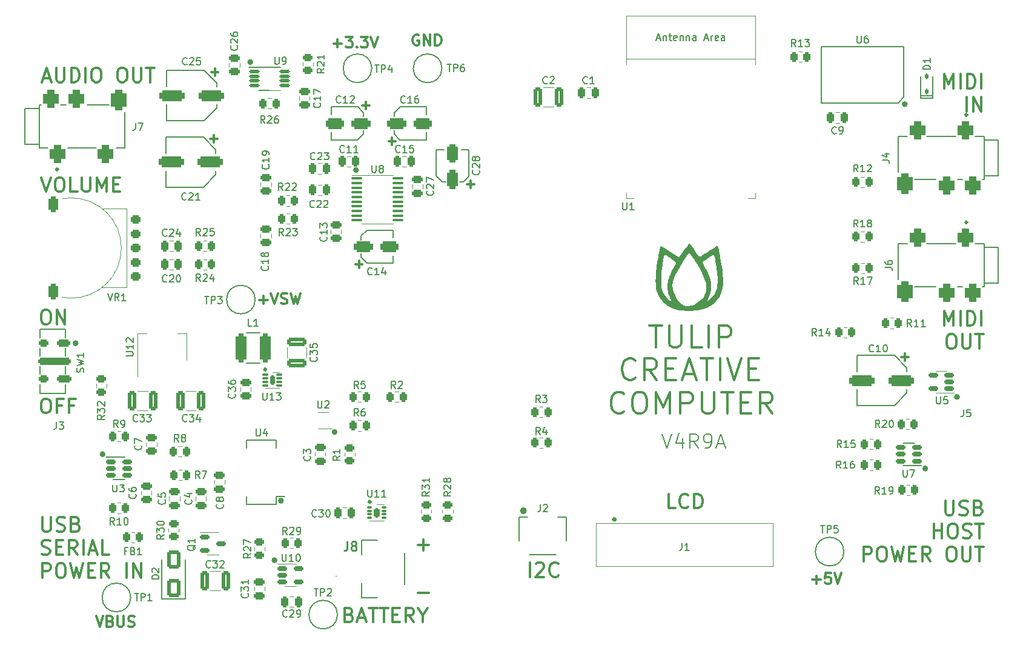
<source format=gto>
G04 #@! TF.GenerationSoftware,KiCad,Pcbnew,7.0.6*
G04 #@! TF.CreationDate,2023-09-13T17:44:04-07:00*
G04 #@! TF.ProjectId,tulipcc,74756c69-7063-4632-9e6b-696361645f70,rev?*
G04 #@! TF.SameCoordinates,Original*
G04 #@! TF.FileFunction,Legend,Top*
G04 #@! TF.FilePolarity,Positive*
%FSLAX46Y46*%
G04 Gerber Fmt 4.6, Leading zero omitted, Abs format (unit mm)*
G04 Created by KiCad (PCBNEW 7.0.6) date 2023-09-13 17:44:04*
%MOMM*%
%LPD*%
G01*
G04 APERTURE LIST*
G04 Aperture macros list*
%AMRoundRect*
0 Rectangle with rounded corners*
0 $1 Rounding radius*
0 $2 $3 $4 $5 $6 $7 $8 $9 X,Y pos of 4 corners*
0 Add a 4 corners polygon primitive as box body*
4,1,4,$2,$3,$4,$5,$6,$7,$8,$9,$2,$3,0*
0 Add four circle primitives for the rounded corners*
1,1,$1+$1,$2,$3*
1,1,$1+$1,$4,$5*
1,1,$1+$1,$6,$7*
1,1,$1+$1,$8,$9*
0 Add four rect primitives between the rounded corners*
20,1,$1+$1,$2,$3,$4,$5,0*
20,1,$1+$1,$4,$5,$6,$7,0*
20,1,$1+$1,$6,$7,$8,$9,0*
20,1,$1+$1,$8,$9,$2,$3,0*%
G04 Aperture macros list end*
%ADD10C,0.300000*%
%ADD11C,0.200000*%
%ADD12C,0.150000*%
%ADD13C,0.254000*%
%ADD14C,0.120000*%
%ADD15C,0.400000*%
%ADD16C,0.127000*%
%ADD17C,0.500000*%
%ADD18C,0.100000*%
%ADD19C,0.152400*%
%ADD20C,0.508000*%
%ADD21C,1.000000*%
%ADD22RoundRect,0.075000X-0.275000X-0.075000X0.275000X-0.075000X0.275000X0.075000X-0.275000X0.075000X0*%
%ADD23RoundRect,0.200000X-0.200000X-0.490000X0.200000X-0.490000X0.200000X0.490000X-0.200000X0.490000X0*%
%ADD24RoundRect,0.075000X-0.325000X-0.075000X0.325000X-0.075000X0.325000X0.075000X-0.325000X0.075000X0*%
%ADD25RoundRect,0.175000X-0.175000X-0.475000X0.175000X-0.475000X0.175000X0.475000X-0.175000X0.475000X0*%
%ADD26RoundRect,0.100000X-0.637500X-0.100000X0.637500X-0.100000X0.637500X0.100000X-0.637500X0.100000X0*%
%ADD27RoundRect,0.250000X0.250000X0.475000X-0.250000X0.475000X-0.250000X-0.475000X0.250000X-0.475000X0*%
%ADD28RoundRect,0.250000X0.475000X-0.250000X0.475000X0.250000X-0.475000X0.250000X-0.475000X-0.250000X0*%
%ADD29RoundRect,0.250000X-0.250000X-0.475000X0.250000X-0.475000X0.250000X0.475000X-0.250000X0.475000X0*%
%ADD30RoundRect,0.250000X-0.475000X0.250000X-0.475000X-0.250000X0.475000X-0.250000X0.475000X0.250000X0*%
%ADD31RoundRect,0.250000X0.262500X0.450000X-0.262500X0.450000X-0.262500X-0.450000X0.262500X-0.450000X0*%
%ADD32RoundRect,0.350000X0.350000X-0.750000X0.350000X0.750000X-0.350000X0.750000X-0.350000X-0.750000X0*%
%ADD33O,1.500000X2.800000*%
%ADD34RoundRect,0.300000X0.400000X-0.300000X0.400000X0.300000X-0.400000X0.300000X-0.400000X-0.300000X0*%
%ADD35RoundRect,0.150000X0.512500X0.150000X-0.512500X0.150000X-0.512500X-0.150000X0.512500X-0.150000X0*%
%ADD36RoundRect,0.375000X0.375000X-1.625000X0.375000X1.625000X-0.375000X1.625000X-0.375000X-1.625000X0*%
%ADD37RoundRect,0.250000X0.450000X-0.262500X0.450000X0.262500X-0.450000X0.262500X-0.450000X-0.262500X0*%
%ADD38RoundRect,0.400000X-1.350000X-0.400000X1.350000X-0.400000X1.350000X0.400000X-1.350000X0.400000X0*%
%ADD39C,3.000000*%
%ADD40C,0.900000*%
%ADD41RoundRect,0.250000X-0.450000X0.250000X-0.450000X-0.250000X0.450000X-0.250000X0.450000X0.250000X0*%
%ADD42RoundRect,0.250000X-0.700000X0.250000X-0.700000X-0.250000X0.700000X-0.250000X0.700000X0.250000X0*%
%ADD43RoundRect,0.250000X-2.000000X0.250000X-2.000000X-0.250000X2.000000X-0.250000X2.000000X0.250000X0*%
%ADD44RoundRect,0.250000X-0.750000X0.250000X-0.750000X-0.250000X0.750000X-0.250000X0.750000X0.250000X0*%
%ADD45RoundRect,0.250000X0.325000X1.100000X-0.325000X1.100000X-0.325000X-1.100000X0.325000X-1.100000X0*%
%ADD46C,1.100000*%
%ADD47RoundRect,0.550000X-0.550000X-0.700000X0.550000X-0.700000X0.550000X0.700000X-0.550000X0.700000X0*%
%ADD48RoundRect,0.550000X-0.550000X-0.900000X0.550000X-0.900000X0.550000X0.900000X-0.550000X0.900000X0*%
%ADD49RoundRect,0.250000X-1.100000X0.325000X-1.100000X-0.325000X1.100000X-0.325000X1.100000X0.325000X0*%
%ADD50RoundRect,0.400000X-0.950000X-0.400000X0.950000X-0.400000X0.950000X0.400000X-0.950000X0.400000X0*%
%ADD51RoundRect,0.400000X-0.900000X-0.400000X0.900000X-0.400000X0.900000X0.400000X-0.900000X0.400000X0*%
%ADD52RoundRect,0.250000X-0.325000X-1.100000X0.325000X-1.100000X0.325000X1.100000X-0.325000X1.100000X0*%
%ADD53R,1.700000X1.700000*%
%ADD54R,0.250000X1.100000*%
%ADD55RoundRect,0.250000X-0.262500X-0.450000X0.262500X-0.450000X0.262500X0.450000X-0.262500X0.450000X0*%
%ADD56RoundRect,0.125000X-0.600000X-0.125000X0.600000X-0.125000X0.600000X0.125000X-0.600000X0.125000X0*%
%ADD57R,1.570000X1.890000*%
%ADD58R,1.500000X0.900000*%
%ADD59R,0.900000X1.500000*%
%ADD60R,1.000000X1.000000*%
%ADD61RoundRect,0.150000X-0.512500X-0.150000X0.512500X-0.150000X0.512500X0.150000X-0.512500X0.150000X0*%
%ADD62R,3.400000X1.500000*%
%ADD63R,3.500000X1.000000*%
%ADD64R,1.240000X0.600000*%
%ADD65R,1.240000X0.300000*%
%ADD66O,1.800000X1.000000*%
%ADD67O,2.200000X1.000000*%
%ADD68RoundRect,0.400000X0.950000X0.400000X-0.950000X0.400000X-0.950000X-0.400000X0.950000X-0.400000X0*%
%ADD69RoundRect,0.400000X0.900000X0.400000X-0.900000X0.400000X-0.900000X-0.400000X0.900000X-0.400000X0*%
%ADD70RoundRect,0.250000X-0.450000X0.262500X-0.450000X-0.262500X0.450000X-0.262500X0.450000X0.262500X0*%
%ADD71R,0.650000X0.400000*%
%ADD72R,1.219200X1.803400*%
%ADD73R,0.609600X1.549400*%
%ADD74RoundRect,0.400000X-0.400000X0.950000X-0.400000X-0.950000X0.400000X-0.950000X0.400000X0.950000X0*%
%ADD75RoundRect,0.400000X-0.400000X0.900000X-0.400000X-0.900000X0.400000X-0.900000X0.400000X0.900000X0*%
%ADD76R,1.200000X0.400000*%
%ADD77R,1.520000X1.780000*%
%ADD78R,0.600000X2.200000*%
%ADD79R,3.450000X2.150000*%
%ADD80RoundRect,0.250000X0.650000X-1.000000X0.650000X1.000000X-0.650000X1.000000X-0.650000X-1.000000X0*%
%ADD81RoundRect,0.550000X0.550000X0.700000X-0.550000X0.700000X-0.550000X-0.700000X0.550000X-0.700000X0*%
%ADD82RoundRect,0.550000X0.550000X0.900000X-0.550000X0.900000X-0.550000X-0.900000X0.550000X-0.900000X0*%
%ADD83RoundRect,0.112500X0.112500X-0.287500X0.112500X0.287500X-0.112500X0.287500X-0.112500X-0.287500X0*%
G04 APERTURE END LIST*
D10*
X1654510Y46160361D02*
X2035463Y46160361D01*
X2035463Y46160361D02*
X2225939Y46065123D01*
X2225939Y46065123D02*
X2416415Y45874647D01*
X2416415Y45874647D02*
X2511653Y45493695D01*
X2511653Y45493695D02*
X2511653Y44827028D01*
X2511653Y44827028D02*
X2416415Y44446076D01*
X2416415Y44446076D02*
X2225939Y44255600D01*
X2225939Y44255600D02*
X2035463Y44160361D01*
X2035463Y44160361D02*
X1654510Y44160361D01*
X1654510Y44160361D02*
X1464034Y44255600D01*
X1464034Y44255600D02*
X1273558Y44446076D01*
X1273558Y44446076D02*
X1178320Y44827028D01*
X1178320Y44827028D02*
X1178320Y45493695D01*
X1178320Y45493695D02*
X1273558Y45874647D01*
X1273558Y45874647D02*
X1464034Y46065123D01*
X1464034Y46065123D02*
X1654510Y46160361D01*
X3368796Y44160361D02*
X3368796Y46160361D01*
X3368796Y46160361D02*
X4511653Y44160361D01*
X4511653Y44160361D02*
X4511653Y46160361D01*
X42045489Y83370600D02*
X43188347Y83370600D01*
X42616918Y82799171D02*
X42616918Y83942028D01*
X43759775Y84299171D02*
X44688347Y84299171D01*
X44688347Y84299171D02*
X44188347Y83727742D01*
X44188347Y83727742D02*
X44402632Y83727742D01*
X44402632Y83727742D02*
X44545490Y83656314D01*
X44545490Y83656314D02*
X44616918Y83584885D01*
X44616918Y83584885D02*
X44688347Y83442028D01*
X44688347Y83442028D02*
X44688347Y83084885D01*
X44688347Y83084885D02*
X44616918Y82942028D01*
X44616918Y82942028D02*
X44545490Y82870600D01*
X44545490Y82870600D02*
X44402632Y82799171D01*
X44402632Y82799171D02*
X43974061Y82799171D01*
X43974061Y82799171D02*
X43831204Y82870600D01*
X43831204Y82870600D02*
X43759775Y82942028D01*
X45331203Y82942028D02*
X45402632Y82870600D01*
X45402632Y82870600D02*
X45331203Y82799171D01*
X45331203Y82799171D02*
X45259775Y82870600D01*
X45259775Y82870600D02*
X45331203Y82942028D01*
X45331203Y82942028D02*
X45331203Y82799171D01*
X45902632Y84299171D02*
X46831204Y84299171D01*
X46831204Y84299171D02*
X46331204Y83727742D01*
X46331204Y83727742D02*
X46545489Y83727742D01*
X46545489Y83727742D02*
X46688347Y83656314D01*
X46688347Y83656314D02*
X46759775Y83584885D01*
X46759775Y83584885D02*
X46831204Y83442028D01*
X46831204Y83442028D02*
X46831204Y83084885D01*
X46831204Y83084885D02*
X46759775Y82942028D01*
X46759775Y82942028D02*
X46688347Y82870600D01*
X46688347Y82870600D02*
X46545489Y82799171D01*
X46545489Y82799171D02*
X46116918Y82799171D01*
X46116918Y82799171D02*
X45974061Y82870600D01*
X45974061Y82870600D02*
X45902632Y82942028D01*
X47259775Y84299171D02*
X47759775Y82799171D01*
X47759775Y82799171D02*
X48259775Y84299171D01*
X69473558Y8860361D02*
X69473558Y10860361D01*
X70330701Y10669885D02*
X70425939Y10765123D01*
X70425939Y10765123D02*
X70616415Y10860361D01*
X70616415Y10860361D02*
X71092606Y10860361D01*
X71092606Y10860361D02*
X71283082Y10765123D01*
X71283082Y10765123D02*
X71378320Y10669885D01*
X71378320Y10669885D02*
X71473558Y10479409D01*
X71473558Y10479409D02*
X71473558Y10288933D01*
X71473558Y10288933D02*
X71378320Y10003219D01*
X71378320Y10003219D02*
X70235463Y8860361D01*
X70235463Y8860361D02*
X71473558Y8860361D01*
X73473558Y9050838D02*
X73378320Y8955600D01*
X73378320Y8955600D02*
X73092606Y8860361D01*
X73092606Y8860361D02*
X72902130Y8860361D01*
X72902130Y8860361D02*
X72616415Y8955600D01*
X72616415Y8955600D02*
X72425939Y9146076D01*
X72425939Y9146076D02*
X72330701Y9336552D01*
X72330701Y9336552D02*
X72235463Y9717504D01*
X72235463Y9717504D02*
X72235463Y10003219D01*
X72235463Y10003219D02*
X72330701Y10384171D01*
X72330701Y10384171D02*
X72425939Y10574647D01*
X72425939Y10574647D02*
X72616415Y10765123D01*
X72616415Y10765123D02*
X72902130Y10860361D01*
X72902130Y10860361D02*
X73092606Y10860361D01*
X73092606Y10860361D02*
X73378320Y10765123D01*
X73378320Y10765123D02*
X73473558Y10669885D01*
X82675939Y31968457D02*
X82533082Y31825600D01*
X82533082Y31825600D02*
X82104510Y31682742D01*
X82104510Y31682742D02*
X81818796Y31682742D01*
X81818796Y31682742D02*
X81390225Y31825600D01*
X81390225Y31825600D02*
X81104510Y32111314D01*
X81104510Y32111314D02*
X80961653Y32397028D01*
X80961653Y32397028D02*
X80818796Y32968457D01*
X80818796Y32968457D02*
X80818796Y33397028D01*
X80818796Y33397028D02*
X80961653Y33968457D01*
X80961653Y33968457D02*
X81104510Y34254171D01*
X81104510Y34254171D02*
X81390225Y34539885D01*
X81390225Y34539885D02*
X81818796Y34682742D01*
X81818796Y34682742D02*
X82104510Y34682742D01*
X82104510Y34682742D02*
X82533082Y34539885D01*
X82533082Y34539885D02*
X82675939Y34397028D01*
X84533082Y34682742D02*
X85104510Y34682742D01*
X85104510Y34682742D02*
X85390225Y34539885D01*
X85390225Y34539885D02*
X85675939Y34254171D01*
X85675939Y34254171D02*
X85818796Y33682742D01*
X85818796Y33682742D02*
X85818796Y32682742D01*
X85818796Y32682742D02*
X85675939Y32111314D01*
X85675939Y32111314D02*
X85390225Y31825600D01*
X85390225Y31825600D02*
X85104510Y31682742D01*
X85104510Y31682742D02*
X84533082Y31682742D01*
X84533082Y31682742D02*
X84247368Y31825600D01*
X84247368Y31825600D02*
X83961653Y32111314D01*
X83961653Y32111314D02*
X83818796Y32682742D01*
X83818796Y32682742D02*
X83818796Y33682742D01*
X83818796Y33682742D02*
X83961653Y34254171D01*
X83961653Y34254171D02*
X84247368Y34539885D01*
X84247368Y34539885D02*
X84533082Y34682742D01*
X87104510Y31682742D02*
X87104510Y34682742D01*
X87104510Y34682742D02*
X88104510Y32539885D01*
X88104510Y32539885D02*
X89104510Y34682742D01*
X89104510Y34682742D02*
X89104510Y31682742D01*
X90533081Y31682742D02*
X90533081Y34682742D01*
X90533081Y34682742D02*
X91675938Y34682742D01*
X91675938Y34682742D02*
X91961653Y34539885D01*
X91961653Y34539885D02*
X92104510Y34397028D01*
X92104510Y34397028D02*
X92247367Y34111314D01*
X92247367Y34111314D02*
X92247367Y33682742D01*
X92247367Y33682742D02*
X92104510Y33397028D01*
X92104510Y33397028D02*
X91961653Y33254171D01*
X91961653Y33254171D02*
X91675938Y33111314D01*
X91675938Y33111314D02*
X90533081Y33111314D01*
X93533081Y34682742D02*
X93533081Y32254171D01*
X93533081Y32254171D02*
X93675938Y31968457D01*
X93675938Y31968457D02*
X93818796Y31825600D01*
X93818796Y31825600D02*
X94104510Y31682742D01*
X94104510Y31682742D02*
X94675938Y31682742D01*
X94675938Y31682742D02*
X94961653Y31825600D01*
X94961653Y31825600D02*
X95104510Y31968457D01*
X95104510Y31968457D02*
X95247367Y32254171D01*
X95247367Y32254171D02*
X95247367Y34682742D01*
X96247367Y34682742D02*
X97961653Y34682742D01*
X97104510Y31682742D02*
X97104510Y34682742D01*
X98961652Y33254171D02*
X99961652Y33254171D01*
X100390224Y31682742D02*
X98961652Y31682742D01*
X98961652Y31682742D02*
X98961652Y34682742D01*
X98961652Y34682742D02*
X100390224Y34682742D01*
X103390224Y31682742D02*
X102390224Y33111314D01*
X101675938Y31682742D02*
X101675938Y34682742D01*
X101675938Y34682742D02*
X102818795Y34682742D01*
X102818795Y34682742D02*
X103104510Y34539885D01*
X103104510Y34539885D02*
X103247367Y34397028D01*
X103247367Y34397028D02*
X103390224Y34111314D01*
X103390224Y34111314D02*
X103390224Y33682742D01*
X103390224Y33682742D02*
X103247367Y33397028D01*
X103247367Y33397028D02*
X103104510Y33254171D01*
X103104510Y33254171D02*
X102818795Y33111314D01*
X102818795Y33111314D02*
X101675938Y33111314D01*
X53974060Y84527742D02*
X53831203Y84599171D01*
X53831203Y84599171D02*
X53616917Y84599171D01*
X53616917Y84599171D02*
X53402631Y84527742D01*
X53402631Y84527742D02*
X53259774Y84384885D01*
X53259774Y84384885D02*
X53188345Y84242028D01*
X53188345Y84242028D02*
X53116917Y83956314D01*
X53116917Y83956314D02*
X53116917Y83742028D01*
X53116917Y83742028D02*
X53188345Y83456314D01*
X53188345Y83456314D02*
X53259774Y83313457D01*
X53259774Y83313457D02*
X53402631Y83170600D01*
X53402631Y83170600D02*
X53616917Y83099171D01*
X53616917Y83099171D02*
X53759774Y83099171D01*
X53759774Y83099171D02*
X53974060Y83170600D01*
X53974060Y83170600D02*
X54045488Y83242028D01*
X54045488Y83242028D02*
X54045488Y83742028D01*
X54045488Y83742028D02*
X53759774Y83742028D01*
X54688345Y83099171D02*
X54688345Y84599171D01*
X54688345Y84599171D02*
X55545488Y83099171D01*
X55545488Y83099171D02*
X55545488Y84599171D01*
X56259774Y83099171D02*
X56259774Y84599171D01*
X56259774Y84599171D02*
X56616917Y84599171D01*
X56616917Y84599171D02*
X56831203Y84527742D01*
X56831203Y84527742D02*
X56974060Y84384885D01*
X56974060Y84384885D02*
X57045489Y84242028D01*
X57045489Y84242028D02*
X57116917Y83956314D01*
X57116917Y83956314D02*
X57116917Y83742028D01*
X57116917Y83742028D02*
X57045489Y83456314D01*
X57045489Y83456314D02*
X56974060Y83313457D01*
X56974060Y83313457D02*
X56831203Y83170600D01*
X56831203Y83170600D02*
X56616917Y83099171D01*
X56616917Y83099171D02*
X56259774Y83099171D01*
X1373558Y17200361D02*
X1373558Y15581314D01*
X1373558Y15581314D02*
X1468796Y15390838D01*
X1468796Y15390838D02*
X1564034Y15295600D01*
X1564034Y15295600D02*
X1754510Y15200361D01*
X1754510Y15200361D02*
X2135463Y15200361D01*
X2135463Y15200361D02*
X2325939Y15295600D01*
X2325939Y15295600D02*
X2421177Y15390838D01*
X2421177Y15390838D02*
X2516415Y15581314D01*
X2516415Y15581314D02*
X2516415Y17200361D01*
X3373558Y15295600D02*
X3659272Y15200361D01*
X3659272Y15200361D02*
X4135463Y15200361D01*
X4135463Y15200361D02*
X4325939Y15295600D01*
X4325939Y15295600D02*
X4421177Y15390838D01*
X4421177Y15390838D02*
X4516415Y15581314D01*
X4516415Y15581314D02*
X4516415Y15771790D01*
X4516415Y15771790D02*
X4421177Y15962266D01*
X4421177Y15962266D02*
X4325939Y16057504D01*
X4325939Y16057504D02*
X4135463Y16152742D01*
X4135463Y16152742D02*
X3754510Y16247980D01*
X3754510Y16247980D02*
X3564034Y16343219D01*
X3564034Y16343219D02*
X3468796Y16438457D01*
X3468796Y16438457D02*
X3373558Y16628933D01*
X3373558Y16628933D02*
X3373558Y16819409D01*
X3373558Y16819409D02*
X3468796Y17009885D01*
X3468796Y17009885D02*
X3564034Y17105123D01*
X3564034Y17105123D02*
X3754510Y17200361D01*
X3754510Y17200361D02*
X4230701Y17200361D01*
X4230701Y17200361D02*
X4516415Y17105123D01*
X6040225Y16247980D02*
X6325939Y16152742D01*
X6325939Y16152742D02*
X6421177Y16057504D01*
X6421177Y16057504D02*
X6516415Y15867028D01*
X6516415Y15867028D02*
X6516415Y15581314D01*
X6516415Y15581314D02*
X6421177Y15390838D01*
X6421177Y15390838D02*
X6325939Y15295600D01*
X6325939Y15295600D02*
X6135463Y15200361D01*
X6135463Y15200361D02*
X5373558Y15200361D01*
X5373558Y15200361D02*
X5373558Y17200361D01*
X5373558Y17200361D02*
X6040225Y17200361D01*
X6040225Y17200361D02*
X6230701Y17105123D01*
X6230701Y17105123D02*
X6325939Y17009885D01*
X6325939Y17009885D02*
X6421177Y16819409D01*
X6421177Y16819409D02*
X6421177Y16628933D01*
X6421177Y16628933D02*
X6325939Y16438457D01*
X6325939Y16438457D02*
X6230701Y16343219D01*
X6230701Y16343219D02*
X6040225Y16247980D01*
X6040225Y16247980D02*
X5373558Y16247980D01*
X1278320Y12075600D02*
X1564034Y11980361D01*
X1564034Y11980361D02*
X2040225Y11980361D01*
X2040225Y11980361D02*
X2230701Y12075600D01*
X2230701Y12075600D02*
X2325939Y12170838D01*
X2325939Y12170838D02*
X2421177Y12361314D01*
X2421177Y12361314D02*
X2421177Y12551790D01*
X2421177Y12551790D02*
X2325939Y12742266D01*
X2325939Y12742266D02*
X2230701Y12837504D01*
X2230701Y12837504D02*
X2040225Y12932742D01*
X2040225Y12932742D02*
X1659272Y13027980D01*
X1659272Y13027980D02*
X1468796Y13123219D01*
X1468796Y13123219D02*
X1373558Y13218457D01*
X1373558Y13218457D02*
X1278320Y13408933D01*
X1278320Y13408933D02*
X1278320Y13599409D01*
X1278320Y13599409D02*
X1373558Y13789885D01*
X1373558Y13789885D02*
X1468796Y13885123D01*
X1468796Y13885123D02*
X1659272Y13980361D01*
X1659272Y13980361D02*
X2135463Y13980361D01*
X2135463Y13980361D02*
X2421177Y13885123D01*
X3278320Y13027980D02*
X3944987Y13027980D01*
X4230701Y11980361D02*
X3278320Y11980361D01*
X3278320Y11980361D02*
X3278320Y13980361D01*
X3278320Y13980361D02*
X4230701Y13980361D01*
X6230701Y11980361D02*
X5564034Y12932742D01*
X5087844Y11980361D02*
X5087844Y13980361D01*
X5087844Y13980361D02*
X5849749Y13980361D01*
X5849749Y13980361D02*
X6040225Y13885123D01*
X6040225Y13885123D02*
X6135463Y13789885D01*
X6135463Y13789885D02*
X6230701Y13599409D01*
X6230701Y13599409D02*
X6230701Y13313695D01*
X6230701Y13313695D02*
X6135463Y13123219D01*
X6135463Y13123219D02*
X6040225Y13027980D01*
X6040225Y13027980D02*
X5849749Y12932742D01*
X5849749Y12932742D02*
X5087844Y12932742D01*
X7087844Y11980361D02*
X7087844Y13980361D01*
X7944987Y12551790D02*
X8897368Y12551790D01*
X7754511Y11980361D02*
X8421177Y13980361D01*
X8421177Y13980361D02*
X9087844Y11980361D01*
X10706892Y11980361D02*
X9754511Y11980361D01*
X9754511Y11980361D02*
X9754511Y13980361D01*
X1373558Y8760361D02*
X1373558Y10760361D01*
X1373558Y10760361D02*
X2135463Y10760361D01*
X2135463Y10760361D02*
X2325939Y10665123D01*
X2325939Y10665123D02*
X2421177Y10569885D01*
X2421177Y10569885D02*
X2516415Y10379409D01*
X2516415Y10379409D02*
X2516415Y10093695D01*
X2516415Y10093695D02*
X2421177Y9903219D01*
X2421177Y9903219D02*
X2325939Y9807980D01*
X2325939Y9807980D02*
X2135463Y9712742D01*
X2135463Y9712742D02*
X1373558Y9712742D01*
X3754510Y10760361D02*
X4135463Y10760361D01*
X4135463Y10760361D02*
X4325939Y10665123D01*
X4325939Y10665123D02*
X4516415Y10474647D01*
X4516415Y10474647D02*
X4611653Y10093695D01*
X4611653Y10093695D02*
X4611653Y9427028D01*
X4611653Y9427028D02*
X4516415Y9046076D01*
X4516415Y9046076D02*
X4325939Y8855600D01*
X4325939Y8855600D02*
X4135463Y8760361D01*
X4135463Y8760361D02*
X3754510Y8760361D01*
X3754510Y8760361D02*
X3564034Y8855600D01*
X3564034Y8855600D02*
X3373558Y9046076D01*
X3373558Y9046076D02*
X3278320Y9427028D01*
X3278320Y9427028D02*
X3278320Y10093695D01*
X3278320Y10093695D02*
X3373558Y10474647D01*
X3373558Y10474647D02*
X3564034Y10665123D01*
X3564034Y10665123D02*
X3754510Y10760361D01*
X5278320Y10760361D02*
X5754510Y8760361D01*
X5754510Y8760361D02*
X6135463Y10188933D01*
X6135463Y10188933D02*
X6516415Y8760361D01*
X6516415Y8760361D02*
X6992606Y10760361D01*
X7754510Y9807980D02*
X8421177Y9807980D01*
X8706891Y8760361D02*
X7754510Y8760361D01*
X7754510Y8760361D02*
X7754510Y10760361D01*
X7754510Y10760361D02*
X8706891Y10760361D01*
X10706891Y8760361D02*
X10040224Y9712742D01*
X9564034Y8760361D02*
X9564034Y10760361D01*
X9564034Y10760361D02*
X10325939Y10760361D01*
X10325939Y10760361D02*
X10516415Y10665123D01*
X10516415Y10665123D02*
X10611653Y10569885D01*
X10611653Y10569885D02*
X10706891Y10379409D01*
X10706891Y10379409D02*
X10706891Y10093695D01*
X10706891Y10093695D02*
X10611653Y9903219D01*
X10611653Y9903219D02*
X10516415Y9807980D01*
X10516415Y9807980D02*
X10325939Y9712742D01*
X10325939Y9712742D02*
X9564034Y9712742D01*
X13087844Y8760361D02*
X13087844Y10760361D01*
X14040225Y8760361D02*
X14040225Y10760361D01*
X14040225Y10760361D02*
X15183082Y8760361D01*
X15183082Y8760361D02*
X15183082Y10760361D01*
X53873558Y6622266D02*
X55397368Y6622266D01*
X1187844Y64660361D02*
X1854510Y62660361D01*
X1854510Y62660361D02*
X2521177Y64660361D01*
X3568796Y64660361D02*
X3949749Y64660361D01*
X3949749Y64660361D02*
X4140225Y64565123D01*
X4140225Y64565123D02*
X4330701Y64374647D01*
X4330701Y64374647D02*
X4425939Y63993695D01*
X4425939Y63993695D02*
X4425939Y63327028D01*
X4425939Y63327028D02*
X4330701Y62946076D01*
X4330701Y62946076D02*
X4140225Y62755600D01*
X4140225Y62755600D02*
X3949749Y62660361D01*
X3949749Y62660361D02*
X3568796Y62660361D01*
X3568796Y62660361D02*
X3378320Y62755600D01*
X3378320Y62755600D02*
X3187844Y62946076D01*
X3187844Y62946076D02*
X3092606Y63327028D01*
X3092606Y63327028D02*
X3092606Y63993695D01*
X3092606Y63993695D02*
X3187844Y64374647D01*
X3187844Y64374647D02*
X3378320Y64565123D01*
X3378320Y64565123D02*
X3568796Y64660361D01*
X6235463Y62660361D02*
X5283082Y62660361D01*
X5283082Y62660361D02*
X5283082Y64660361D01*
X6902130Y64660361D02*
X6902130Y63041314D01*
X6902130Y63041314D02*
X6997368Y62850838D01*
X6997368Y62850838D02*
X7092606Y62755600D01*
X7092606Y62755600D02*
X7283082Y62660361D01*
X7283082Y62660361D02*
X7664035Y62660361D01*
X7664035Y62660361D02*
X7854511Y62755600D01*
X7854511Y62755600D02*
X7949749Y62850838D01*
X7949749Y62850838D02*
X8044987Y63041314D01*
X8044987Y63041314D02*
X8044987Y64660361D01*
X8997368Y62660361D02*
X8997368Y64660361D01*
X8997368Y64660361D02*
X9664035Y63231790D01*
X9664035Y63231790D02*
X10330701Y64660361D01*
X10330701Y64660361D02*
X10330701Y62660361D01*
X11283082Y63707980D02*
X11949749Y63707980D01*
X12235463Y62660361D02*
X11283082Y62660361D01*
X11283082Y62660361D02*
X11283082Y64660361D01*
X11283082Y64660361D02*
X12235463Y64660361D01*
X44240225Y3607980D02*
X44525939Y3512742D01*
X44525939Y3512742D02*
X44621177Y3417504D01*
X44621177Y3417504D02*
X44716415Y3227028D01*
X44716415Y3227028D02*
X44716415Y2941314D01*
X44716415Y2941314D02*
X44621177Y2750838D01*
X44621177Y2750838D02*
X44525939Y2655600D01*
X44525939Y2655600D02*
X44335463Y2560361D01*
X44335463Y2560361D02*
X43573558Y2560361D01*
X43573558Y2560361D02*
X43573558Y4560361D01*
X43573558Y4560361D02*
X44240225Y4560361D01*
X44240225Y4560361D02*
X44430701Y4465123D01*
X44430701Y4465123D02*
X44525939Y4369885D01*
X44525939Y4369885D02*
X44621177Y4179409D01*
X44621177Y4179409D02*
X44621177Y3988933D01*
X44621177Y3988933D02*
X44525939Y3798457D01*
X44525939Y3798457D02*
X44430701Y3703219D01*
X44430701Y3703219D02*
X44240225Y3607980D01*
X44240225Y3607980D02*
X43573558Y3607980D01*
X45478320Y3131790D02*
X46430701Y3131790D01*
X45287844Y2560361D02*
X45954510Y4560361D01*
X45954510Y4560361D02*
X46621177Y2560361D01*
X47002130Y4560361D02*
X48144987Y4560361D01*
X47573558Y2560361D02*
X47573558Y4560361D01*
X48525940Y4560361D02*
X49668797Y4560361D01*
X49097368Y2560361D02*
X49097368Y4560361D01*
X50335464Y3607980D02*
X51002131Y3607980D01*
X51287845Y2560361D02*
X50335464Y2560361D01*
X50335464Y2560361D02*
X50335464Y4560361D01*
X50335464Y4560361D02*
X51287845Y4560361D01*
X53287845Y2560361D02*
X52621178Y3512742D01*
X52144988Y2560361D02*
X52144988Y4560361D01*
X52144988Y4560361D02*
X52906893Y4560361D01*
X52906893Y4560361D02*
X53097369Y4465123D01*
X53097369Y4465123D02*
X53192607Y4369885D01*
X53192607Y4369885D02*
X53287845Y4179409D01*
X53287845Y4179409D02*
X53287845Y3893695D01*
X53287845Y3893695D02*
X53192607Y3703219D01*
X53192607Y3703219D02*
X53097369Y3607980D01*
X53097369Y3607980D02*
X52906893Y3512742D01*
X52906893Y3512742D02*
X52144988Y3512742D01*
X54525940Y3512742D02*
X54525940Y2560361D01*
X53859274Y4560361D02*
X54525940Y3512742D01*
X54525940Y3512742D02*
X55192607Y4560361D01*
X1478320Y78531790D02*
X2430701Y78531790D01*
X1287844Y77960361D02*
X1954510Y79960361D01*
X1954510Y79960361D02*
X2621177Y77960361D01*
X3287844Y79960361D02*
X3287844Y78341314D01*
X3287844Y78341314D02*
X3383082Y78150838D01*
X3383082Y78150838D02*
X3478320Y78055600D01*
X3478320Y78055600D02*
X3668796Y77960361D01*
X3668796Y77960361D02*
X4049749Y77960361D01*
X4049749Y77960361D02*
X4240225Y78055600D01*
X4240225Y78055600D02*
X4335463Y78150838D01*
X4335463Y78150838D02*
X4430701Y78341314D01*
X4430701Y78341314D02*
X4430701Y79960361D01*
X5383082Y77960361D02*
X5383082Y79960361D01*
X5383082Y79960361D02*
X5859272Y79960361D01*
X5859272Y79960361D02*
X6144987Y79865123D01*
X6144987Y79865123D02*
X6335463Y79674647D01*
X6335463Y79674647D02*
X6430701Y79484171D01*
X6430701Y79484171D02*
X6525939Y79103219D01*
X6525939Y79103219D02*
X6525939Y78817504D01*
X6525939Y78817504D02*
X6430701Y78436552D01*
X6430701Y78436552D02*
X6335463Y78246076D01*
X6335463Y78246076D02*
X6144987Y78055600D01*
X6144987Y78055600D02*
X5859272Y77960361D01*
X5859272Y77960361D02*
X5383082Y77960361D01*
X7383082Y77960361D02*
X7383082Y79960361D01*
X8716415Y79960361D02*
X9097368Y79960361D01*
X9097368Y79960361D02*
X9287844Y79865123D01*
X9287844Y79865123D02*
X9478320Y79674647D01*
X9478320Y79674647D02*
X9573558Y79293695D01*
X9573558Y79293695D02*
X9573558Y78627028D01*
X9573558Y78627028D02*
X9478320Y78246076D01*
X9478320Y78246076D02*
X9287844Y78055600D01*
X9287844Y78055600D02*
X9097368Y77960361D01*
X9097368Y77960361D02*
X8716415Y77960361D01*
X8716415Y77960361D02*
X8525939Y78055600D01*
X8525939Y78055600D02*
X8335463Y78246076D01*
X8335463Y78246076D02*
X8240225Y78627028D01*
X8240225Y78627028D02*
X8240225Y79293695D01*
X8240225Y79293695D02*
X8335463Y79674647D01*
X8335463Y79674647D02*
X8525939Y79865123D01*
X8525939Y79865123D02*
X8716415Y79960361D01*
X12335463Y79960361D02*
X12716416Y79960361D01*
X12716416Y79960361D02*
X12906892Y79865123D01*
X12906892Y79865123D02*
X13097368Y79674647D01*
X13097368Y79674647D02*
X13192606Y79293695D01*
X13192606Y79293695D02*
X13192606Y78627028D01*
X13192606Y78627028D02*
X13097368Y78246076D01*
X13097368Y78246076D02*
X12906892Y78055600D01*
X12906892Y78055600D02*
X12716416Y77960361D01*
X12716416Y77960361D02*
X12335463Y77960361D01*
X12335463Y77960361D02*
X12144987Y78055600D01*
X12144987Y78055600D02*
X11954511Y78246076D01*
X11954511Y78246076D02*
X11859273Y78627028D01*
X11859273Y78627028D02*
X11859273Y79293695D01*
X11859273Y79293695D02*
X11954511Y79674647D01*
X11954511Y79674647D02*
X12144987Y79865123D01*
X12144987Y79865123D02*
X12335463Y79960361D01*
X14049749Y79960361D02*
X14049749Y78341314D01*
X14049749Y78341314D02*
X14144987Y78150838D01*
X14144987Y78150838D02*
X14240225Y78055600D01*
X14240225Y78055600D02*
X14430701Y77960361D01*
X14430701Y77960361D02*
X14811654Y77960361D01*
X14811654Y77960361D02*
X15002130Y78055600D01*
X15002130Y78055600D02*
X15097368Y78150838D01*
X15097368Y78150838D02*
X15192606Y78341314D01*
X15192606Y78341314D02*
X15192606Y79960361D01*
X15859273Y79960361D02*
X17002130Y79960361D01*
X16430701Y77960361D02*
X16430701Y79960361D01*
X1654510Y33760361D02*
X2035463Y33760361D01*
X2035463Y33760361D02*
X2225939Y33665123D01*
X2225939Y33665123D02*
X2416415Y33474647D01*
X2416415Y33474647D02*
X2511653Y33093695D01*
X2511653Y33093695D02*
X2511653Y32427028D01*
X2511653Y32427028D02*
X2416415Y32046076D01*
X2416415Y32046076D02*
X2225939Y31855600D01*
X2225939Y31855600D02*
X2035463Y31760361D01*
X2035463Y31760361D02*
X1654510Y31760361D01*
X1654510Y31760361D02*
X1464034Y31855600D01*
X1464034Y31855600D02*
X1273558Y32046076D01*
X1273558Y32046076D02*
X1178320Y32427028D01*
X1178320Y32427028D02*
X1178320Y33093695D01*
X1178320Y33093695D02*
X1273558Y33474647D01*
X1273558Y33474647D02*
X1464034Y33665123D01*
X1464034Y33665123D02*
X1654510Y33760361D01*
X4035463Y32807980D02*
X3368796Y32807980D01*
X3368796Y31760361D02*
X3368796Y33760361D01*
X3368796Y33760361D02*
X4321177Y33760361D01*
X5749749Y32807980D02*
X5083082Y32807980D01*
X5083082Y31760361D02*
X5083082Y33760361D01*
X5083082Y33760361D02*
X6035463Y33760361D01*
X54622266Y14126441D02*
X54622266Y12602632D01*
X53860361Y13364536D02*
X55384171Y13364536D01*
X89825939Y18460361D02*
X88873558Y18460361D01*
X88873558Y18460361D02*
X88873558Y20460361D01*
X91635463Y18650838D02*
X91540225Y18555600D01*
X91540225Y18555600D02*
X91254511Y18460361D01*
X91254511Y18460361D02*
X91064035Y18460361D01*
X91064035Y18460361D02*
X90778320Y18555600D01*
X90778320Y18555600D02*
X90587844Y18746076D01*
X90587844Y18746076D02*
X90492606Y18936552D01*
X90492606Y18936552D02*
X90397368Y19317504D01*
X90397368Y19317504D02*
X90397368Y19603219D01*
X90397368Y19603219D02*
X90492606Y19984171D01*
X90492606Y19984171D02*
X90587844Y20174647D01*
X90587844Y20174647D02*
X90778320Y20365123D01*
X90778320Y20365123D02*
X91064035Y20460361D01*
X91064035Y20460361D02*
X91254511Y20460361D01*
X91254511Y20460361D02*
X91540225Y20365123D01*
X91540225Y20365123D02*
X91635463Y20269885D01*
X92492606Y18460361D02*
X92492606Y20460361D01*
X92492606Y20460361D02*
X92968796Y20460361D01*
X92968796Y20460361D02*
X93254511Y20365123D01*
X93254511Y20365123D02*
X93444987Y20174647D01*
X93444987Y20174647D02*
X93540225Y19984171D01*
X93540225Y19984171D02*
X93635463Y19603219D01*
X93635463Y19603219D02*
X93635463Y19317504D01*
X93635463Y19317504D02*
X93540225Y18936552D01*
X93540225Y18936552D02*
X93444987Y18746076D01*
X93444987Y18746076D02*
X93254511Y18555600D01*
X93254511Y18555600D02*
X92968796Y18460361D01*
X92968796Y18460361D02*
X92492606Y18460361D01*
X127388346Y43980361D02*
X127388346Y45980361D01*
X127388346Y45980361D02*
X128055013Y44551790D01*
X128055013Y44551790D02*
X128721679Y45980361D01*
X128721679Y45980361D02*
X128721679Y43980361D01*
X129674060Y43980361D02*
X129674060Y45980361D01*
X130626441Y43980361D02*
X130626441Y45980361D01*
X130626441Y45980361D02*
X131102631Y45980361D01*
X131102631Y45980361D02*
X131388346Y45885123D01*
X131388346Y45885123D02*
X131578822Y45694647D01*
X131578822Y45694647D02*
X131674060Y45504171D01*
X131674060Y45504171D02*
X131769298Y45123219D01*
X131769298Y45123219D02*
X131769298Y44837504D01*
X131769298Y44837504D02*
X131674060Y44456552D01*
X131674060Y44456552D02*
X131578822Y44266076D01*
X131578822Y44266076D02*
X131388346Y44075600D01*
X131388346Y44075600D02*
X131102631Y43980361D01*
X131102631Y43980361D02*
X130626441Y43980361D01*
X132626441Y43980361D02*
X132626441Y45980361D01*
X128245488Y42760361D02*
X128626441Y42760361D01*
X128626441Y42760361D02*
X128816917Y42665123D01*
X128816917Y42665123D02*
X129007393Y42474647D01*
X129007393Y42474647D02*
X129102631Y42093695D01*
X129102631Y42093695D02*
X129102631Y41427028D01*
X129102631Y41427028D02*
X129007393Y41046076D01*
X129007393Y41046076D02*
X128816917Y40855600D01*
X128816917Y40855600D02*
X128626441Y40760361D01*
X128626441Y40760361D02*
X128245488Y40760361D01*
X128245488Y40760361D02*
X128055012Y40855600D01*
X128055012Y40855600D02*
X127864536Y41046076D01*
X127864536Y41046076D02*
X127769298Y41427028D01*
X127769298Y41427028D02*
X127769298Y42093695D01*
X127769298Y42093695D02*
X127864536Y42474647D01*
X127864536Y42474647D02*
X128055012Y42665123D01*
X128055012Y42665123D02*
X128245488Y42760361D01*
X129959774Y42760361D02*
X129959774Y41141314D01*
X129959774Y41141314D02*
X130055012Y40950838D01*
X130055012Y40950838D02*
X130150250Y40855600D01*
X130150250Y40855600D02*
X130340726Y40760361D01*
X130340726Y40760361D02*
X130721679Y40760361D01*
X130721679Y40760361D02*
X130912155Y40855600D01*
X130912155Y40855600D02*
X131007393Y40950838D01*
X131007393Y40950838D02*
X131102631Y41141314D01*
X131102631Y41141314D02*
X131102631Y42760361D01*
X131769298Y42760361D02*
X132912155Y42760361D01*
X132340726Y40760361D02*
X132340726Y42760361D01*
X31674060Y47570600D02*
X32816918Y47570600D01*
X32245489Y46999171D02*
X32245489Y48142028D01*
X33316918Y48499171D02*
X33816918Y46999171D01*
X33816918Y46999171D02*
X34316918Y48499171D01*
X34745489Y47070600D02*
X34959775Y46999171D01*
X34959775Y46999171D02*
X35316917Y46999171D01*
X35316917Y46999171D02*
X35459775Y47070600D01*
X35459775Y47070600D02*
X35531203Y47142028D01*
X35531203Y47142028D02*
X35602632Y47284885D01*
X35602632Y47284885D02*
X35602632Y47427742D01*
X35602632Y47427742D02*
X35531203Y47570600D01*
X35531203Y47570600D02*
X35459775Y47642028D01*
X35459775Y47642028D02*
X35316917Y47713457D01*
X35316917Y47713457D02*
X35031203Y47784885D01*
X35031203Y47784885D02*
X34888346Y47856314D01*
X34888346Y47856314D02*
X34816917Y47927742D01*
X34816917Y47927742D02*
X34745489Y48070600D01*
X34745489Y48070600D02*
X34745489Y48213457D01*
X34745489Y48213457D02*
X34816917Y48356314D01*
X34816917Y48356314D02*
X34888346Y48427742D01*
X34888346Y48427742D02*
X35031203Y48499171D01*
X35031203Y48499171D02*
X35388346Y48499171D01*
X35388346Y48499171D02*
X35602632Y48427742D01*
X36102631Y48499171D02*
X36459774Y46999171D01*
X36459774Y46999171D02*
X36745488Y48070600D01*
X36745488Y48070600D02*
X37031203Y46999171D01*
X37031203Y46999171D02*
X37388346Y48499171D01*
X108988346Y8470600D02*
X110131204Y8470600D01*
X109559775Y7899171D02*
X109559775Y9042028D01*
X111559775Y9399171D02*
X110845489Y9399171D01*
X110845489Y9399171D02*
X110774061Y8684885D01*
X110774061Y8684885D02*
X110845489Y8756314D01*
X110845489Y8756314D02*
X110988347Y8827742D01*
X110988347Y8827742D02*
X111345489Y8827742D01*
X111345489Y8827742D02*
X111488347Y8756314D01*
X111488347Y8756314D02*
X111559775Y8684885D01*
X111559775Y8684885D02*
X111631204Y8542028D01*
X111631204Y8542028D02*
X111631204Y8184885D01*
X111631204Y8184885D02*
X111559775Y8042028D01*
X111559775Y8042028D02*
X111488347Y7970600D01*
X111488347Y7970600D02*
X111345489Y7899171D01*
X111345489Y7899171D02*
X110988347Y7899171D01*
X110988347Y7899171D02*
X110845489Y7970600D01*
X110845489Y7970600D02*
X110774061Y8042028D01*
X112059775Y9399171D02*
X112559775Y7899171D01*
X112559775Y7899171D02*
X113059775Y9399171D01*
X127578822Y19500361D02*
X127578822Y17881314D01*
X127578822Y17881314D02*
X127674060Y17690838D01*
X127674060Y17690838D02*
X127769298Y17595600D01*
X127769298Y17595600D02*
X127959774Y17500361D01*
X127959774Y17500361D02*
X128340727Y17500361D01*
X128340727Y17500361D02*
X128531203Y17595600D01*
X128531203Y17595600D02*
X128626441Y17690838D01*
X128626441Y17690838D02*
X128721679Y17881314D01*
X128721679Y17881314D02*
X128721679Y19500361D01*
X129578822Y17595600D02*
X129864536Y17500361D01*
X129864536Y17500361D02*
X130340727Y17500361D01*
X130340727Y17500361D02*
X130531203Y17595600D01*
X130531203Y17595600D02*
X130626441Y17690838D01*
X130626441Y17690838D02*
X130721679Y17881314D01*
X130721679Y17881314D02*
X130721679Y18071790D01*
X130721679Y18071790D02*
X130626441Y18262266D01*
X130626441Y18262266D02*
X130531203Y18357504D01*
X130531203Y18357504D02*
X130340727Y18452742D01*
X130340727Y18452742D02*
X129959774Y18547980D01*
X129959774Y18547980D02*
X129769298Y18643219D01*
X129769298Y18643219D02*
X129674060Y18738457D01*
X129674060Y18738457D02*
X129578822Y18928933D01*
X129578822Y18928933D02*
X129578822Y19119409D01*
X129578822Y19119409D02*
X129674060Y19309885D01*
X129674060Y19309885D02*
X129769298Y19405123D01*
X129769298Y19405123D02*
X129959774Y19500361D01*
X129959774Y19500361D02*
X130435965Y19500361D01*
X130435965Y19500361D02*
X130721679Y19405123D01*
X132245489Y18547980D02*
X132531203Y18452742D01*
X132531203Y18452742D02*
X132626441Y18357504D01*
X132626441Y18357504D02*
X132721679Y18167028D01*
X132721679Y18167028D02*
X132721679Y17881314D01*
X132721679Y17881314D02*
X132626441Y17690838D01*
X132626441Y17690838D02*
X132531203Y17595600D01*
X132531203Y17595600D02*
X132340727Y17500361D01*
X132340727Y17500361D02*
X131578822Y17500361D01*
X131578822Y17500361D02*
X131578822Y19500361D01*
X131578822Y19500361D02*
X132245489Y19500361D01*
X132245489Y19500361D02*
X132435965Y19405123D01*
X132435965Y19405123D02*
X132531203Y19309885D01*
X132531203Y19309885D02*
X132626441Y19119409D01*
X132626441Y19119409D02*
X132626441Y18928933D01*
X132626441Y18928933D02*
X132531203Y18738457D01*
X132531203Y18738457D02*
X132435965Y18643219D01*
X132435965Y18643219D02*
X132245489Y18547980D01*
X132245489Y18547980D02*
X131578822Y18547980D01*
X125959774Y14280361D02*
X125959774Y16280361D01*
X125959774Y15327980D02*
X127102631Y15327980D01*
X127102631Y14280361D02*
X127102631Y16280361D01*
X128435964Y16280361D02*
X128816917Y16280361D01*
X128816917Y16280361D02*
X129007393Y16185123D01*
X129007393Y16185123D02*
X129197869Y15994647D01*
X129197869Y15994647D02*
X129293107Y15613695D01*
X129293107Y15613695D02*
X129293107Y14947028D01*
X129293107Y14947028D02*
X129197869Y14566076D01*
X129197869Y14566076D02*
X129007393Y14375600D01*
X129007393Y14375600D02*
X128816917Y14280361D01*
X128816917Y14280361D02*
X128435964Y14280361D01*
X128435964Y14280361D02*
X128245488Y14375600D01*
X128245488Y14375600D02*
X128055012Y14566076D01*
X128055012Y14566076D02*
X127959774Y14947028D01*
X127959774Y14947028D02*
X127959774Y15613695D01*
X127959774Y15613695D02*
X128055012Y15994647D01*
X128055012Y15994647D02*
X128245488Y16185123D01*
X128245488Y16185123D02*
X128435964Y16280361D01*
X130055012Y14375600D02*
X130340726Y14280361D01*
X130340726Y14280361D02*
X130816917Y14280361D01*
X130816917Y14280361D02*
X131007393Y14375600D01*
X131007393Y14375600D02*
X131102631Y14470838D01*
X131102631Y14470838D02*
X131197869Y14661314D01*
X131197869Y14661314D02*
X131197869Y14851790D01*
X131197869Y14851790D02*
X131102631Y15042266D01*
X131102631Y15042266D02*
X131007393Y15137504D01*
X131007393Y15137504D02*
X130816917Y15232742D01*
X130816917Y15232742D02*
X130435964Y15327980D01*
X130435964Y15327980D02*
X130245488Y15423219D01*
X130245488Y15423219D02*
X130150250Y15518457D01*
X130150250Y15518457D02*
X130055012Y15708933D01*
X130055012Y15708933D02*
X130055012Y15899409D01*
X130055012Y15899409D02*
X130150250Y16089885D01*
X130150250Y16089885D02*
X130245488Y16185123D01*
X130245488Y16185123D02*
X130435964Y16280361D01*
X130435964Y16280361D02*
X130912155Y16280361D01*
X130912155Y16280361D02*
X131197869Y16185123D01*
X131769298Y16280361D02*
X132912155Y16280361D01*
X132340726Y14280361D02*
X132340726Y16280361D01*
X116150250Y11060361D02*
X116150250Y13060361D01*
X116150250Y13060361D02*
X116912155Y13060361D01*
X116912155Y13060361D02*
X117102631Y12965123D01*
X117102631Y12965123D02*
X117197869Y12869885D01*
X117197869Y12869885D02*
X117293107Y12679409D01*
X117293107Y12679409D02*
X117293107Y12393695D01*
X117293107Y12393695D02*
X117197869Y12203219D01*
X117197869Y12203219D02*
X117102631Y12107980D01*
X117102631Y12107980D02*
X116912155Y12012742D01*
X116912155Y12012742D02*
X116150250Y12012742D01*
X118531202Y13060361D02*
X118912155Y13060361D01*
X118912155Y13060361D02*
X119102631Y12965123D01*
X119102631Y12965123D02*
X119293107Y12774647D01*
X119293107Y12774647D02*
X119388345Y12393695D01*
X119388345Y12393695D02*
X119388345Y11727028D01*
X119388345Y11727028D02*
X119293107Y11346076D01*
X119293107Y11346076D02*
X119102631Y11155600D01*
X119102631Y11155600D02*
X118912155Y11060361D01*
X118912155Y11060361D02*
X118531202Y11060361D01*
X118531202Y11060361D02*
X118340726Y11155600D01*
X118340726Y11155600D02*
X118150250Y11346076D01*
X118150250Y11346076D02*
X118055012Y11727028D01*
X118055012Y11727028D02*
X118055012Y12393695D01*
X118055012Y12393695D02*
X118150250Y12774647D01*
X118150250Y12774647D02*
X118340726Y12965123D01*
X118340726Y12965123D02*
X118531202Y13060361D01*
X120055012Y13060361D02*
X120531202Y11060361D01*
X120531202Y11060361D02*
X120912155Y12488933D01*
X120912155Y12488933D02*
X121293107Y11060361D01*
X121293107Y11060361D02*
X121769298Y13060361D01*
X122531202Y12107980D02*
X123197869Y12107980D01*
X123483583Y11060361D02*
X122531202Y11060361D01*
X122531202Y11060361D02*
X122531202Y13060361D01*
X122531202Y13060361D02*
X123483583Y13060361D01*
X125483583Y11060361D02*
X124816916Y12012742D01*
X124340726Y11060361D02*
X124340726Y13060361D01*
X124340726Y13060361D02*
X125102631Y13060361D01*
X125102631Y13060361D02*
X125293107Y12965123D01*
X125293107Y12965123D02*
X125388345Y12869885D01*
X125388345Y12869885D02*
X125483583Y12679409D01*
X125483583Y12679409D02*
X125483583Y12393695D01*
X125483583Y12393695D02*
X125388345Y12203219D01*
X125388345Y12203219D02*
X125293107Y12107980D01*
X125293107Y12107980D02*
X125102631Y12012742D01*
X125102631Y12012742D02*
X124340726Y12012742D01*
X128245488Y13060361D02*
X128626441Y13060361D01*
X128626441Y13060361D02*
X128816917Y12965123D01*
X128816917Y12965123D02*
X129007393Y12774647D01*
X129007393Y12774647D02*
X129102631Y12393695D01*
X129102631Y12393695D02*
X129102631Y11727028D01*
X129102631Y11727028D02*
X129007393Y11346076D01*
X129007393Y11346076D02*
X128816917Y11155600D01*
X128816917Y11155600D02*
X128626441Y11060361D01*
X128626441Y11060361D02*
X128245488Y11060361D01*
X128245488Y11060361D02*
X128055012Y11155600D01*
X128055012Y11155600D02*
X127864536Y11346076D01*
X127864536Y11346076D02*
X127769298Y11727028D01*
X127769298Y11727028D02*
X127769298Y12393695D01*
X127769298Y12393695D02*
X127864536Y12774647D01*
X127864536Y12774647D02*
X128055012Y12965123D01*
X128055012Y12965123D02*
X128245488Y13060361D01*
X129959774Y13060361D02*
X129959774Y11441314D01*
X129959774Y11441314D02*
X130055012Y11250838D01*
X130055012Y11250838D02*
X130150250Y11155600D01*
X130150250Y11155600D02*
X130340726Y11060361D01*
X130340726Y11060361D02*
X130721679Y11060361D01*
X130721679Y11060361D02*
X130912155Y11155600D01*
X130912155Y11155600D02*
X131007393Y11250838D01*
X131007393Y11250838D02*
X131102631Y11441314D01*
X131102631Y11441314D02*
X131102631Y13060361D01*
X131769298Y13060361D02*
X132912155Y13060361D01*
X132340726Y11060361D02*
X132340726Y13060361D01*
X84225939Y36668457D02*
X84083082Y36525600D01*
X84083082Y36525600D02*
X83654510Y36382742D01*
X83654510Y36382742D02*
X83368796Y36382742D01*
X83368796Y36382742D02*
X82940225Y36525600D01*
X82940225Y36525600D02*
X82654510Y36811314D01*
X82654510Y36811314D02*
X82511653Y37097028D01*
X82511653Y37097028D02*
X82368796Y37668457D01*
X82368796Y37668457D02*
X82368796Y38097028D01*
X82368796Y38097028D02*
X82511653Y38668457D01*
X82511653Y38668457D02*
X82654510Y38954171D01*
X82654510Y38954171D02*
X82940225Y39239885D01*
X82940225Y39239885D02*
X83368796Y39382742D01*
X83368796Y39382742D02*
X83654510Y39382742D01*
X83654510Y39382742D02*
X84083082Y39239885D01*
X84083082Y39239885D02*
X84225939Y39097028D01*
X87225939Y36382742D02*
X86225939Y37811314D01*
X85511653Y36382742D02*
X85511653Y39382742D01*
X85511653Y39382742D02*
X86654510Y39382742D01*
X86654510Y39382742D02*
X86940225Y39239885D01*
X86940225Y39239885D02*
X87083082Y39097028D01*
X87083082Y39097028D02*
X87225939Y38811314D01*
X87225939Y38811314D02*
X87225939Y38382742D01*
X87225939Y38382742D02*
X87083082Y38097028D01*
X87083082Y38097028D02*
X86940225Y37954171D01*
X86940225Y37954171D02*
X86654510Y37811314D01*
X86654510Y37811314D02*
X85511653Y37811314D01*
X88511653Y37954171D02*
X89511653Y37954171D01*
X89940225Y36382742D02*
X88511653Y36382742D01*
X88511653Y36382742D02*
X88511653Y39382742D01*
X88511653Y39382742D02*
X89940225Y39382742D01*
X91083082Y37239885D02*
X92511654Y37239885D01*
X90797368Y36382742D02*
X91797368Y39382742D01*
X91797368Y39382742D02*
X92797368Y36382742D01*
X93368797Y39382742D02*
X95083083Y39382742D01*
X94225940Y36382742D02*
X94225940Y39382742D01*
X96083082Y36382742D02*
X96083082Y39382742D01*
X97083082Y39382742D02*
X98083082Y36382742D01*
X98083082Y36382742D02*
X99083082Y39382742D01*
X100083082Y37954171D02*
X101083082Y37954171D01*
X101511654Y36382742D02*
X100083082Y36382742D01*
X100083082Y36382742D02*
X100083082Y39382742D01*
X100083082Y39382742D02*
X101511654Y39382742D01*
X127388346Y77080361D02*
X127388346Y79080361D01*
X127388346Y79080361D02*
X128055013Y77651790D01*
X128055013Y77651790D02*
X128721679Y79080361D01*
X128721679Y79080361D02*
X128721679Y77080361D01*
X129674060Y77080361D02*
X129674060Y79080361D01*
X130626441Y77080361D02*
X130626441Y79080361D01*
X130626441Y79080361D02*
X131102631Y79080361D01*
X131102631Y79080361D02*
X131388346Y78985123D01*
X131388346Y78985123D02*
X131578822Y78794647D01*
X131578822Y78794647D02*
X131674060Y78604171D01*
X131674060Y78604171D02*
X131769298Y78223219D01*
X131769298Y78223219D02*
X131769298Y77937504D01*
X131769298Y77937504D02*
X131674060Y77556552D01*
X131674060Y77556552D02*
X131578822Y77366076D01*
X131578822Y77366076D02*
X131388346Y77175600D01*
X131388346Y77175600D02*
X131102631Y77080361D01*
X131102631Y77080361D02*
X130626441Y77080361D01*
X132626441Y77080361D02*
X132626441Y79080361D01*
X130531203Y73860361D02*
X130531203Y75860361D01*
X131483584Y73860361D02*
X131483584Y75860361D01*
X131483584Y75860361D02*
X132626441Y73860361D01*
X132626441Y73860361D02*
X132626441Y75860361D01*
X8859775Y3399171D02*
X9359775Y1899171D01*
X9359775Y1899171D02*
X9859775Y3399171D01*
X10859774Y2684885D02*
X11074060Y2613457D01*
X11074060Y2613457D02*
X11145489Y2542028D01*
X11145489Y2542028D02*
X11216917Y2399171D01*
X11216917Y2399171D02*
X11216917Y2184885D01*
X11216917Y2184885D02*
X11145489Y2042028D01*
X11145489Y2042028D02*
X11074060Y1970600D01*
X11074060Y1970600D02*
X10931203Y1899171D01*
X10931203Y1899171D02*
X10359774Y1899171D01*
X10359774Y1899171D02*
X10359774Y3399171D01*
X10359774Y3399171D02*
X10859774Y3399171D01*
X10859774Y3399171D02*
X11002632Y3327742D01*
X11002632Y3327742D02*
X11074060Y3256314D01*
X11074060Y3256314D02*
X11145489Y3113457D01*
X11145489Y3113457D02*
X11145489Y2970600D01*
X11145489Y2970600D02*
X11074060Y2827742D01*
X11074060Y2827742D02*
X11002632Y2756314D01*
X11002632Y2756314D02*
X10859774Y2684885D01*
X10859774Y2684885D02*
X10359774Y2684885D01*
X11859774Y3399171D02*
X11859774Y2184885D01*
X11859774Y2184885D02*
X11931203Y2042028D01*
X11931203Y2042028D02*
X12002632Y1970600D01*
X12002632Y1970600D02*
X12145489Y1899171D01*
X12145489Y1899171D02*
X12431203Y1899171D01*
X12431203Y1899171D02*
X12574060Y1970600D01*
X12574060Y1970600D02*
X12645489Y2042028D01*
X12645489Y2042028D02*
X12716917Y2184885D01*
X12716917Y2184885D02*
X12716917Y3399171D01*
X13359775Y1970600D02*
X13574061Y1899171D01*
X13574061Y1899171D02*
X13931203Y1899171D01*
X13931203Y1899171D02*
X14074061Y1970600D01*
X14074061Y1970600D02*
X14145489Y2042028D01*
X14145489Y2042028D02*
X14216918Y2184885D01*
X14216918Y2184885D02*
X14216918Y2327742D01*
X14216918Y2327742D02*
X14145489Y2470600D01*
X14145489Y2470600D02*
X14074061Y2542028D01*
X14074061Y2542028D02*
X13931203Y2613457D01*
X13931203Y2613457D02*
X13645489Y2684885D01*
X13645489Y2684885D02*
X13502632Y2756314D01*
X13502632Y2756314D02*
X13431203Y2827742D01*
X13431203Y2827742D02*
X13359775Y2970600D01*
X13359775Y2970600D02*
X13359775Y3113457D01*
X13359775Y3113457D02*
X13431203Y3256314D01*
X13431203Y3256314D02*
X13502632Y3327742D01*
X13502632Y3327742D02*
X13645489Y3399171D01*
X13645489Y3399171D02*
X14002632Y3399171D01*
X14002632Y3399171D02*
X14216918Y3327742D01*
X86233082Y43932742D02*
X87947368Y43932742D01*
X87090225Y40932742D02*
X87090225Y43932742D01*
X88947367Y43932742D02*
X88947367Y41504171D01*
X88947367Y41504171D02*
X89090224Y41218457D01*
X89090224Y41218457D02*
X89233082Y41075600D01*
X89233082Y41075600D02*
X89518796Y40932742D01*
X89518796Y40932742D02*
X90090224Y40932742D01*
X90090224Y40932742D02*
X90375939Y41075600D01*
X90375939Y41075600D02*
X90518796Y41218457D01*
X90518796Y41218457D02*
X90661653Y41504171D01*
X90661653Y41504171D02*
X90661653Y43932742D01*
X93518796Y40932742D02*
X92090224Y40932742D01*
X92090224Y40932742D02*
X92090224Y43932742D01*
X94518795Y40932742D02*
X94518795Y43932742D01*
X95947366Y40932742D02*
X95947366Y43932742D01*
X95947366Y43932742D02*
X97090223Y43932742D01*
X97090223Y43932742D02*
X97375938Y43789885D01*
X97375938Y43789885D02*
X97518795Y43647028D01*
X97518795Y43647028D02*
X97661652Y43361314D01*
X97661652Y43361314D02*
X97661652Y42932742D01*
X97661652Y42932742D02*
X97518795Y42647028D01*
X97518795Y42647028D02*
X97375938Y42504171D01*
X97375938Y42504171D02*
X97090223Y42361314D01*
X97090223Y42361314D02*
X95947366Y42361314D01*
D11*
X87972054Y28855161D02*
X88638720Y26855161D01*
X88638720Y26855161D02*
X89305387Y28855161D01*
X90829197Y28188495D02*
X90829197Y26855161D01*
X90353006Y28950400D02*
X89876816Y27521828D01*
X89876816Y27521828D02*
X91114911Y27521828D01*
X93019673Y26855161D02*
X92353006Y27807542D01*
X91876816Y26855161D02*
X91876816Y28855161D01*
X91876816Y28855161D02*
X92638721Y28855161D01*
X92638721Y28855161D02*
X92829197Y28759923D01*
X92829197Y28759923D02*
X92924435Y28664685D01*
X92924435Y28664685D02*
X93019673Y28474209D01*
X93019673Y28474209D02*
X93019673Y28188495D01*
X93019673Y28188495D02*
X92924435Y27998019D01*
X92924435Y27998019D02*
X92829197Y27902780D01*
X92829197Y27902780D02*
X92638721Y27807542D01*
X92638721Y27807542D02*
X91876816Y27807542D01*
X93972054Y26855161D02*
X94353006Y26855161D01*
X94353006Y26855161D02*
X94543483Y26950400D01*
X94543483Y26950400D02*
X94638721Y27045638D01*
X94638721Y27045638D02*
X94829197Y27331352D01*
X94829197Y27331352D02*
X94924435Y27712304D01*
X94924435Y27712304D02*
X94924435Y28474209D01*
X94924435Y28474209D02*
X94829197Y28664685D01*
X94829197Y28664685D02*
X94733959Y28759923D01*
X94733959Y28759923D02*
X94543483Y28855161D01*
X94543483Y28855161D02*
X94162530Y28855161D01*
X94162530Y28855161D02*
X93972054Y28759923D01*
X93972054Y28759923D02*
X93876816Y28664685D01*
X93876816Y28664685D02*
X93781578Y28474209D01*
X93781578Y28474209D02*
X93781578Y27998019D01*
X93781578Y27998019D02*
X93876816Y27807542D01*
X93876816Y27807542D02*
X93972054Y27712304D01*
X93972054Y27712304D02*
X94162530Y27617066D01*
X94162530Y27617066D02*
X94543483Y27617066D01*
X94543483Y27617066D02*
X94733959Y27712304D01*
X94733959Y27712304D02*
X94829197Y27807542D01*
X94829197Y27807542D02*
X94924435Y27998019D01*
X95686340Y27426590D02*
X96638721Y27426590D01*
X95495864Y26855161D02*
X96162530Y28855161D01*
X96162530Y28855161D02*
X96829197Y26855161D01*
D12*
X46849405Y21045180D02*
X46849405Y20235657D01*
X46849405Y20235657D02*
X46897024Y20140419D01*
X46897024Y20140419D02*
X46944643Y20092800D01*
X46944643Y20092800D02*
X47039881Y20045180D01*
X47039881Y20045180D02*
X47230357Y20045180D01*
X47230357Y20045180D02*
X47325595Y20092800D01*
X47325595Y20092800D02*
X47373214Y20140419D01*
X47373214Y20140419D02*
X47420833Y20235657D01*
X47420833Y20235657D02*
X47420833Y21045180D01*
X48420833Y20045180D02*
X47849405Y20045180D01*
X48135119Y20045180D02*
X48135119Y21045180D01*
X48135119Y21045180D02*
X48039881Y20902323D01*
X48039881Y20902323D02*
X47944643Y20807085D01*
X47944643Y20807085D02*
X47849405Y20759466D01*
X49373214Y20045180D02*
X48801786Y20045180D01*
X49087500Y20045180D02*
X49087500Y21045180D01*
X49087500Y21045180D02*
X48992262Y20902323D01*
X48992262Y20902323D02*
X48897024Y20807085D01*
X48897024Y20807085D02*
X48801786Y20759466D01*
X32161905Y34582680D02*
X32161905Y33773157D01*
X32161905Y33773157D02*
X32209524Y33677919D01*
X32209524Y33677919D02*
X32257143Y33630300D01*
X32257143Y33630300D02*
X32352381Y33582680D01*
X32352381Y33582680D02*
X32542857Y33582680D01*
X32542857Y33582680D02*
X32638095Y33630300D01*
X32638095Y33630300D02*
X32685714Y33677919D01*
X32685714Y33677919D02*
X32733333Y33773157D01*
X32733333Y33773157D02*
X32733333Y34582680D01*
X33733333Y33582680D02*
X33161905Y33582680D01*
X33447619Y33582680D02*
X33447619Y34582680D01*
X33447619Y34582680D02*
X33352381Y34439823D01*
X33352381Y34439823D02*
X33257143Y34344585D01*
X33257143Y34344585D02*
X33161905Y34296966D01*
X34066667Y34582680D02*
X34685714Y34582680D01*
X34685714Y34582680D02*
X34352381Y34201728D01*
X34352381Y34201728D02*
X34495238Y34201728D01*
X34495238Y34201728D02*
X34590476Y34154109D01*
X34590476Y34154109D02*
X34638095Y34106490D01*
X34638095Y34106490D02*
X34685714Y34011252D01*
X34685714Y34011252D02*
X34685714Y33773157D01*
X34685714Y33773157D02*
X34638095Y33677919D01*
X34638095Y33677919D02*
X34590476Y33630300D01*
X34590476Y33630300D02*
X34495238Y33582680D01*
X34495238Y33582680D02*
X34209524Y33582680D01*
X34209524Y33582680D02*
X34114286Y33630300D01*
X34114286Y33630300D02*
X34066667Y33677919D01*
X47438095Y66345180D02*
X47438095Y65535657D01*
X47438095Y65535657D02*
X47485714Y65440419D01*
X47485714Y65440419D02*
X47533333Y65392800D01*
X47533333Y65392800D02*
X47628571Y65345180D01*
X47628571Y65345180D02*
X47819047Y65345180D01*
X47819047Y65345180D02*
X47914285Y65392800D01*
X47914285Y65392800D02*
X47961904Y65440419D01*
X47961904Y65440419D02*
X48009523Y65535657D01*
X48009523Y65535657D02*
X48009523Y66345180D01*
X48628571Y65916609D02*
X48533333Y65964228D01*
X48533333Y65964228D02*
X48485714Y66011847D01*
X48485714Y66011847D02*
X48438095Y66107085D01*
X48438095Y66107085D02*
X48438095Y66154704D01*
X48438095Y66154704D02*
X48485714Y66249942D01*
X48485714Y66249942D02*
X48533333Y66297561D01*
X48533333Y66297561D02*
X48628571Y66345180D01*
X48628571Y66345180D02*
X48819047Y66345180D01*
X48819047Y66345180D02*
X48914285Y66297561D01*
X48914285Y66297561D02*
X48961904Y66249942D01*
X48961904Y66249942D02*
X49009523Y66154704D01*
X49009523Y66154704D02*
X49009523Y66107085D01*
X49009523Y66107085D02*
X48961904Y66011847D01*
X48961904Y66011847D02*
X48914285Y65964228D01*
X48914285Y65964228D02*
X48819047Y65916609D01*
X48819047Y65916609D02*
X48628571Y65916609D01*
X48628571Y65916609D02*
X48533333Y65868990D01*
X48533333Y65868990D02*
X48485714Y65821371D01*
X48485714Y65821371D02*
X48438095Y65726133D01*
X48438095Y65726133D02*
X48438095Y65535657D01*
X48438095Y65535657D02*
X48485714Y65440419D01*
X48485714Y65440419D02*
X48533333Y65392800D01*
X48533333Y65392800D02*
X48628571Y65345180D01*
X48628571Y65345180D02*
X48819047Y65345180D01*
X48819047Y65345180D02*
X48914285Y65392800D01*
X48914285Y65392800D02*
X48961904Y65440419D01*
X48961904Y65440419D02*
X49009523Y65535657D01*
X49009523Y65535657D02*
X49009523Y65726133D01*
X49009523Y65726133D02*
X48961904Y65821371D01*
X48961904Y65821371D02*
X48914285Y65868990D01*
X48914285Y65868990D02*
X48819047Y65916609D01*
X35557142Y3360419D02*
X35509523Y3312800D01*
X35509523Y3312800D02*
X35366666Y3265180D01*
X35366666Y3265180D02*
X35271428Y3265180D01*
X35271428Y3265180D02*
X35128571Y3312800D01*
X35128571Y3312800D02*
X35033333Y3408038D01*
X35033333Y3408038D02*
X34985714Y3503276D01*
X34985714Y3503276D02*
X34938095Y3693752D01*
X34938095Y3693752D02*
X34938095Y3836609D01*
X34938095Y3836609D02*
X34985714Y4027085D01*
X34985714Y4027085D02*
X35033333Y4122323D01*
X35033333Y4122323D02*
X35128571Y4217561D01*
X35128571Y4217561D02*
X35271428Y4265180D01*
X35271428Y4265180D02*
X35366666Y4265180D01*
X35366666Y4265180D02*
X35509523Y4217561D01*
X35509523Y4217561D02*
X35557142Y4169942D01*
X35938095Y4169942D02*
X35985714Y4217561D01*
X35985714Y4217561D02*
X36080952Y4265180D01*
X36080952Y4265180D02*
X36319047Y4265180D01*
X36319047Y4265180D02*
X36414285Y4217561D01*
X36414285Y4217561D02*
X36461904Y4169942D01*
X36461904Y4169942D02*
X36509523Y4074704D01*
X36509523Y4074704D02*
X36509523Y3979466D01*
X36509523Y3979466D02*
X36461904Y3836609D01*
X36461904Y3836609D02*
X35890476Y3265180D01*
X35890476Y3265180D02*
X36509523Y3265180D01*
X36985714Y3265180D02*
X37176190Y3265180D01*
X37176190Y3265180D02*
X37271428Y3312800D01*
X37271428Y3312800D02*
X37319047Y3360419D01*
X37319047Y3360419D02*
X37414285Y3503276D01*
X37414285Y3503276D02*
X37461904Y3693752D01*
X37461904Y3693752D02*
X37461904Y4074704D01*
X37461904Y4074704D02*
X37414285Y4169942D01*
X37414285Y4169942D02*
X37366666Y4217561D01*
X37366666Y4217561D02*
X37271428Y4265180D01*
X37271428Y4265180D02*
X37080952Y4265180D01*
X37080952Y4265180D02*
X36985714Y4217561D01*
X36985714Y4217561D02*
X36938095Y4169942D01*
X36938095Y4169942D02*
X36890476Y4074704D01*
X36890476Y4074704D02*
X36890476Y3836609D01*
X36890476Y3836609D02*
X36938095Y3741371D01*
X36938095Y3741371D02*
X36985714Y3693752D01*
X36985714Y3693752D02*
X37080952Y3646133D01*
X37080952Y3646133D02*
X37271428Y3646133D01*
X37271428Y3646133D02*
X37366666Y3693752D01*
X37366666Y3693752D02*
X37414285Y3741371D01*
X37414285Y3741371D02*
X37461904Y3836609D01*
X28559580Y83057142D02*
X28607200Y83009523D01*
X28607200Y83009523D02*
X28654819Y82866666D01*
X28654819Y82866666D02*
X28654819Y82771428D01*
X28654819Y82771428D02*
X28607200Y82628571D01*
X28607200Y82628571D02*
X28511961Y82533333D01*
X28511961Y82533333D02*
X28416723Y82485714D01*
X28416723Y82485714D02*
X28226247Y82438095D01*
X28226247Y82438095D02*
X28083390Y82438095D01*
X28083390Y82438095D02*
X27892914Y82485714D01*
X27892914Y82485714D02*
X27797676Y82533333D01*
X27797676Y82533333D02*
X27702438Y82628571D01*
X27702438Y82628571D02*
X27654819Y82771428D01*
X27654819Y82771428D02*
X27654819Y82866666D01*
X27654819Y82866666D02*
X27702438Y83009523D01*
X27702438Y83009523D02*
X27750057Y83057142D01*
X27750057Y83438095D02*
X27702438Y83485714D01*
X27702438Y83485714D02*
X27654819Y83580952D01*
X27654819Y83580952D02*
X27654819Y83819047D01*
X27654819Y83819047D02*
X27702438Y83914285D01*
X27702438Y83914285D02*
X27750057Y83961904D01*
X27750057Y83961904D02*
X27845295Y84009523D01*
X27845295Y84009523D02*
X27940533Y84009523D01*
X27940533Y84009523D02*
X28083390Y83961904D01*
X28083390Y83961904D02*
X28654819Y83390476D01*
X28654819Y83390476D02*
X28654819Y84009523D01*
X27654819Y84866666D02*
X27654819Y84676190D01*
X27654819Y84676190D02*
X27702438Y84580952D01*
X27702438Y84580952D02*
X27750057Y84533333D01*
X27750057Y84533333D02*
X27892914Y84438095D01*
X27892914Y84438095D02*
X28083390Y84390476D01*
X28083390Y84390476D02*
X28464342Y84390476D01*
X28464342Y84390476D02*
X28559580Y84438095D01*
X28559580Y84438095D02*
X28607200Y84485714D01*
X28607200Y84485714D02*
X28654819Y84580952D01*
X28654819Y84580952D02*
X28654819Y84771428D01*
X28654819Y84771428D02*
X28607200Y84866666D01*
X28607200Y84866666D02*
X28559580Y84914285D01*
X28559580Y84914285D02*
X28464342Y84961904D01*
X28464342Y84961904D02*
X28226247Y84961904D01*
X28226247Y84961904D02*
X28131009Y84914285D01*
X28131009Y84914285D02*
X28083390Y84866666D01*
X28083390Y84866666D02*
X28035771Y84771428D01*
X28035771Y84771428D02*
X28035771Y84580952D01*
X28035771Y84580952D02*
X28083390Y84485714D01*
X28083390Y84485714D02*
X28131009Y84438095D01*
X28131009Y84438095D02*
X28226247Y84390476D01*
X51357142Y68240419D02*
X51309523Y68192800D01*
X51309523Y68192800D02*
X51166666Y68145180D01*
X51166666Y68145180D02*
X51071428Y68145180D01*
X51071428Y68145180D02*
X50928571Y68192800D01*
X50928571Y68192800D02*
X50833333Y68288038D01*
X50833333Y68288038D02*
X50785714Y68383276D01*
X50785714Y68383276D02*
X50738095Y68573752D01*
X50738095Y68573752D02*
X50738095Y68716609D01*
X50738095Y68716609D02*
X50785714Y68907085D01*
X50785714Y68907085D02*
X50833333Y69002323D01*
X50833333Y69002323D02*
X50928571Y69097561D01*
X50928571Y69097561D02*
X51071428Y69145180D01*
X51071428Y69145180D02*
X51166666Y69145180D01*
X51166666Y69145180D02*
X51309523Y69097561D01*
X51309523Y69097561D02*
X51357142Y69049942D01*
X52309523Y68145180D02*
X51738095Y68145180D01*
X52023809Y68145180D02*
X52023809Y69145180D01*
X52023809Y69145180D02*
X51928571Y69002323D01*
X51928571Y69002323D02*
X51833333Y68907085D01*
X51833333Y68907085D02*
X51738095Y68859466D01*
X53214285Y69145180D02*
X52738095Y69145180D01*
X52738095Y69145180D02*
X52690476Y68668990D01*
X52690476Y68668990D02*
X52738095Y68716609D01*
X52738095Y68716609D02*
X52833333Y68764228D01*
X52833333Y68764228D02*
X53071428Y68764228D01*
X53071428Y68764228D02*
X53166666Y68716609D01*
X53166666Y68716609D02*
X53214285Y68668990D01*
X53214285Y68668990D02*
X53261904Y68573752D01*
X53261904Y68573752D02*
X53261904Y68335657D01*
X53261904Y68335657D02*
X53214285Y68240419D01*
X53214285Y68240419D02*
X53166666Y68192800D01*
X53166666Y68192800D02*
X53071428Y68145180D01*
X53071428Y68145180D02*
X52833333Y68145180D01*
X52833333Y68145180D02*
X52738095Y68192800D01*
X52738095Y68192800D02*
X52690476Y68240419D01*
X77533333Y77840419D02*
X77485714Y77792800D01*
X77485714Y77792800D02*
X77342857Y77745180D01*
X77342857Y77745180D02*
X77247619Y77745180D01*
X77247619Y77745180D02*
X77104762Y77792800D01*
X77104762Y77792800D02*
X77009524Y77888038D01*
X77009524Y77888038D02*
X76961905Y77983276D01*
X76961905Y77983276D02*
X76914286Y78173752D01*
X76914286Y78173752D02*
X76914286Y78316609D01*
X76914286Y78316609D02*
X76961905Y78507085D01*
X76961905Y78507085D02*
X77009524Y78602323D01*
X77009524Y78602323D02*
X77104762Y78697561D01*
X77104762Y78697561D02*
X77247619Y78745180D01*
X77247619Y78745180D02*
X77342857Y78745180D01*
X77342857Y78745180D02*
X77485714Y78697561D01*
X77485714Y78697561D02*
X77533333Y78649942D01*
X78485714Y77745180D02*
X77914286Y77745180D01*
X78200000Y77745180D02*
X78200000Y78745180D01*
X78200000Y78745180D02*
X78104762Y78602323D01*
X78104762Y78602323D02*
X78009524Y78507085D01*
X78009524Y78507085D02*
X77914286Y78459466D01*
X28247080Y34444642D02*
X28294700Y34397023D01*
X28294700Y34397023D02*
X28342319Y34254166D01*
X28342319Y34254166D02*
X28342319Y34158928D01*
X28342319Y34158928D02*
X28294700Y34016071D01*
X28294700Y34016071D02*
X28199461Y33920833D01*
X28199461Y33920833D02*
X28104223Y33873214D01*
X28104223Y33873214D02*
X27913747Y33825595D01*
X27913747Y33825595D02*
X27770890Y33825595D01*
X27770890Y33825595D02*
X27580414Y33873214D01*
X27580414Y33873214D02*
X27485176Y33920833D01*
X27485176Y33920833D02*
X27389938Y34016071D01*
X27389938Y34016071D02*
X27342319Y34158928D01*
X27342319Y34158928D02*
X27342319Y34254166D01*
X27342319Y34254166D02*
X27389938Y34397023D01*
X27389938Y34397023D02*
X27437557Y34444642D01*
X27342319Y34777976D02*
X27342319Y35397023D01*
X27342319Y35397023D02*
X27723271Y35063690D01*
X27723271Y35063690D02*
X27723271Y35206547D01*
X27723271Y35206547D02*
X27770890Y35301785D01*
X27770890Y35301785D02*
X27818509Y35349404D01*
X27818509Y35349404D02*
X27913747Y35397023D01*
X27913747Y35397023D02*
X28151842Y35397023D01*
X28151842Y35397023D02*
X28247080Y35349404D01*
X28247080Y35349404D02*
X28294700Y35301785D01*
X28294700Y35301785D02*
X28342319Y35206547D01*
X28342319Y35206547D02*
X28342319Y34920833D01*
X28342319Y34920833D02*
X28294700Y34825595D01*
X28294700Y34825595D02*
X28247080Y34777976D01*
X27342319Y36254166D02*
X27342319Y36063690D01*
X27342319Y36063690D02*
X27389938Y35968452D01*
X27389938Y35968452D02*
X27437557Y35920833D01*
X27437557Y35920833D02*
X27580414Y35825595D01*
X27580414Y35825595D02*
X27770890Y35777976D01*
X27770890Y35777976D02*
X28151842Y35777976D01*
X28151842Y35777976D02*
X28247080Y35825595D01*
X28247080Y35825595D02*
X28294700Y35873214D01*
X28294700Y35873214D02*
X28342319Y35968452D01*
X28342319Y35968452D02*
X28342319Y36158928D01*
X28342319Y36158928D02*
X28294700Y36254166D01*
X28294700Y36254166D02*
X28247080Y36301785D01*
X28247080Y36301785D02*
X28151842Y36349404D01*
X28151842Y36349404D02*
X27913747Y36349404D01*
X27913747Y36349404D02*
X27818509Y36301785D01*
X27818509Y36301785D02*
X27770890Y36254166D01*
X27770890Y36254166D02*
X27723271Y36158928D01*
X27723271Y36158928D02*
X27723271Y35968452D01*
X27723271Y35968452D02*
X27770890Y35873214D01*
X27770890Y35873214D02*
X27818509Y35825595D01*
X27818509Y35825595D02*
X27913747Y35777976D01*
X70933333Y28745180D02*
X70600000Y29221371D01*
X70361905Y28745180D02*
X70361905Y29745180D01*
X70361905Y29745180D02*
X70742857Y29745180D01*
X70742857Y29745180D02*
X70838095Y29697561D01*
X70838095Y29697561D02*
X70885714Y29649942D01*
X70885714Y29649942D02*
X70933333Y29554704D01*
X70933333Y29554704D02*
X70933333Y29411847D01*
X70933333Y29411847D02*
X70885714Y29316609D01*
X70885714Y29316609D02*
X70838095Y29268990D01*
X70838095Y29268990D02*
X70742857Y29221371D01*
X70742857Y29221371D02*
X70361905Y29221371D01*
X71790476Y29411847D02*
X71790476Y28745180D01*
X71552381Y29792800D02*
X71314286Y29078514D01*
X71314286Y29078514D02*
X71933333Y29078514D01*
X10490476Y48445180D02*
X10823809Y47445180D01*
X10823809Y47445180D02*
X11157142Y48445180D01*
X12061904Y47445180D02*
X11728571Y47921371D01*
X11490476Y47445180D02*
X11490476Y48445180D01*
X11490476Y48445180D02*
X11871428Y48445180D01*
X11871428Y48445180D02*
X11966666Y48397561D01*
X11966666Y48397561D02*
X12014285Y48349942D01*
X12014285Y48349942D02*
X12061904Y48254704D01*
X12061904Y48254704D02*
X12061904Y48111847D01*
X12061904Y48111847D02*
X12014285Y48016609D01*
X12014285Y48016609D02*
X11966666Y47968990D01*
X11966666Y47968990D02*
X11871428Y47921371D01*
X11871428Y47921371D02*
X11490476Y47921371D01*
X13014285Y47445180D02*
X12442857Y47445180D01*
X12728571Y47445180D02*
X12728571Y48445180D01*
X12728571Y48445180D02*
X12633333Y48302323D01*
X12633333Y48302323D02*
X12538095Y48207085D01*
X12538095Y48207085D02*
X12442857Y48159466D01*
X126338095Y34045180D02*
X126338095Y33235657D01*
X126338095Y33235657D02*
X126385714Y33140419D01*
X126385714Y33140419D02*
X126433333Y33092800D01*
X126433333Y33092800D02*
X126528571Y33045180D01*
X126528571Y33045180D02*
X126719047Y33045180D01*
X126719047Y33045180D02*
X126814285Y33092800D01*
X126814285Y33092800D02*
X126861904Y33140419D01*
X126861904Y33140419D02*
X126909523Y33235657D01*
X126909523Y33235657D02*
X126909523Y34045180D01*
X127861904Y34045180D02*
X127385714Y34045180D01*
X127385714Y34045180D02*
X127338095Y33568990D01*
X127338095Y33568990D02*
X127385714Y33616609D01*
X127385714Y33616609D02*
X127480952Y33664228D01*
X127480952Y33664228D02*
X127719047Y33664228D01*
X127719047Y33664228D02*
X127814285Y33616609D01*
X127814285Y33616609D02*
X127861904Y33568990D01*
X127861904Y33568990D02*
X127909523Y33473752D01*
X127909523Y33473752D02*
X127909523Y33235657D01*
X127909523Y33235657D02*
X127861904Y33140419D01*
X127861904Y33140419D02*
X127814285Y33092800D01*
X127814285Y33092800D02*
X127719047Y33045180D01*
X127719047Y33045180D02*
X127480952Y33045180D01*
X127480952Y33045180D02*
X127385714Y33092800D01*
X127385714Y33092800D02*
X127338095Y33140419D01*
X30633333Y43882680D02*
X30157143Y43882680D01*
X30157143Y43882680D02*
X30157143Y44882680D01*
X31490476Y43882680D02*
X30919048Y43882680D01*
X31204762Y43882680D02*
X31204762Y44882680D01*
X31204762Y44882680D02*
X31109524Y44739823D01*
X31109524Y44739823D02*
X31014286Y44644585D01*
X31014286Y44644585D02*
X30919048Y44596966D01*
X30504819Y12157142D02*
X30028628Y11823809D01*
X30504819Y11585714D02*
X29504819Y11585714D01*
X29504819Y11585714D02*
X29504819Y11966666D01*
X29504819Y11966666D02*
X29552438Y12061904D01*
X29552438Y12061904D02*
X29600057Y12109523D01*
X29600057Y12109523D02*
X29695295Y12157142D01*
X29695295Y12157142D02*
X29838152Y12157142D01*
X29838152Y12157142D02*
X29933390Y12109523D01*
X29933390Y12109523D02*
X29981009Y12061904D01*
X29981009Y12061904D02*
X30028628Y11966666D01*
X30028628Y11966666D02*
X30028628Y11585714D01*
X29600057Y12538095D02*
X29552438Y12585714D01*
X29552438Y12585714D02*
X29504819Y12680952D01*
X29504819Y12680952D02*
X29504819Y12919047D01*
X29504819Y12919047D02*
X29552438Y13014285D01*
X29552438Y13014285D02*
X29600057Y13061904D01*
X29600057Y13061904D02*
X29695295Y13109523D01*
X29695295Y13109523D02*
X29790533Y13109523D01*
X29790533Y13109523D02*
X29933390Y13061904D01*
X29933390Y13061904D02*
X30504819Y12490476D01*
X30504819Y12490476D02*
X30504819Y13109523D01*
X29504819Y13442857D02*
X29504819Y14109523D01*
X29504819Y14109523D02*
X30504819Y13680952D01*
X23457142Y56545180D02*
X23123809Y57021371D01*
X22885714Y56545180D02*
X22885714Y57545180D01*
X22885714Y57545180D02*
X23266666Y57545180D01*
X23266666Y57545180D02*
X23361904Y57497561D01*
X23361904Y57497561D02*
X23409523Y57449942D01*
X23409523Y57449942D02*
X23457142Y57354704D01*
X23457142Y57354704D02*
X23457142Y57211847D01*
X23457142Y57211847D02*
X23409523Y57116609D01*
X23409523Y57116609D02*
X23361904Y57068990D01*
X23361904Y57068990D02*
X23266666Y57021371D01*
X23266666Y57021371D02*
X22885714Y57021371D01*
X23838095Y57449942D02*
X23885714Y57497561D01*
X23885714Y57497561D02*
X23980952Y57545180D01*
X23980952Y57545180D02*
X24219047Y57545180D01*
X24219047Y57545180D02*
X24314285Y57497561D01*
X24314285Y57497561D02*
X24361904Y57449942D01*
X24361904Y57449942D02*
X24409523Y57354704D01*
X24409523Y57354704D02*
X24409523Y57259466D01*
X24409523Y57259466D02*
X24361904Y57116609D01*
X24361904Y57116609D02*
X23790476Y56545180D01*
X23790476Y56545180D02*
X24409523Y56545180D01*
X25314285Y57545180D02*
X24838095Y57545180D01*
X24838095Y57545180D02*
X24790476Y57068990D01*
X24790476Y57068990D02*
X24838095Y57116609D01*
X24838095Y57116609D02*
X24933333Y57164228D01*
X24933333Y57164228D02*
X25171428Y57164228D01*
X25171428Y57164228D02*
X25266666Y57116609D01*
X25266666Y57116609D02*
X25314285Y57068990D01*
X25314285Y57068990D02*
X25361904Y56973752D01*
X25361904Y56973752D02*
X25361904Y56735657D01*
X25361904Y56735657D02*
X25314285Y56640419D01*
X25314285Y56640419D02*
X25266666Y56592800D01*
X25266666Y56592800D02*
X25171428Y56545180D01*
X25171428Y56545180D02*
X24933333Y56545180D01*
X24933333Y56545180D02*
X24838095Y56592800D01*
X24838095Y56592800D02*
X24790476Y56640419D01*
X117557142Y40390419D02*
X117509523Y40342800D01*
X117509523Y40342800D02*
X117366666Y40295180D01*
X117366666Y40295180D02*
X117271428Y40295180D01*
X117271428Y40295180D02*
X117128571Y40342800D01*
X117128571Y40342800D02*
X117033333Y40438038D01*
X117033333Y40438038D02*
X116985714Y40533276D01*
X116985714Y40533276D02*
X116938095Y40723752D01*
X116938095Y40723752D02*
X116938095Y40866609D01*
X116938095Y40866609D02*
X116985714Y41057085D01*
X116985714Y41057085D02*
X117033333Y41152323D01*
X117033333Y41152323D02*
X117128571Y41247561D01*
X117128571Y41247561D02*
X117271428Y41295180D01*
X117271428Y41295180D02*
X117366666Y41295180D01*
X117366666Y41295180D02*
X117509523Y41247561D01*
X117509523Y41247561D02*
X117557142Y41199942D01*
X118509523Y40295180D02*
X117938095Y40295180D01*
X118223809Y40295180D02*
X118223809Y41295180D01*
X118223809Y41295180D02*
X118128571Y41152323D01*
X118128571Y41152323D02*
X118033333Y41057085D01*
X118033333Y41057085D02*
X117938095Y41009466D01*
X119128571Y41295180D02*
X119223809Y41295180D01*
X119223809Y41295180D02*
X119319047Y41247561D01*
X119319047Y41247561D02*
X119366666Y41199942D01*
X119366666Y41199942D02*
X119414285Y41104704D01*
X119414285Y41104704D02*
X119461904Y40914228D01*
X119461904Y40914228D02*
X119461904Y40676133D01*
X119461904Y40676133D02*
X119414285Y40485657D01*
X119414285Y40485657D02*
X119366666Y40390419D01*
X119366666Y40390419D02*
X119319047Y40342800D01*
X119319047Y40342800D02*
X119223809Y40295180D01*
X119223809Y40295180D02*
X119128571Y40295180D01*
X119128571Y40295180D02*
X119033333Y40342800D01*
X119033333Y40342800D02*
X118985714Y40390419D01*
X118985714Y40390419D02*
X118938095Y40485657D01*
X118938095Y40485657D02*
X118890476Y40676133D01*
X118890476Y40676133D02*
X118890476Y40914228D01*
X118890476Y40914228D02*
X118938095Y41104704D01*
X118938095Y41104704D02*
X118985714Y41199942D01*
X118985714Y41199942D02*
X119033333Y41247561D01*
X119033333Y41247561D02*
X119128571Y41295180D01*
X22159580Y19633333D02*
X22207200Y19585714D01*
X22207200Y19585714D02*
X22254819Y19442857D01*
X22254819Y19442857D02*
X22254819Y19347619D01*
X22254819Y19347619D02*
X22207200Y19204762D01*
X22207200Y19204762D02*
X22111961Y19109524D01*
X22111961Y19109524D02*
X22016723Y19061905D01*
X22016723Y19061905D02*
X21826247Y19014286D01*
X21826247Y19014286D02*
X21683390Y19014286D01*
X21683390Y19014286D02*
X21492914Y19061905D01*
X21492914Y19061905D02*
X21397676Y19109524D01*
X21397676Y19109524D02*
X21302438Y19204762D01*
X21302438Y19204762D02*
X21254819Y19347619D01*
X21254819Y19347619D02*
X21254819Y19442857D01*
X21254819Y19442857D02*
X21302438Y19585714D01*
X21302438Y19585714D02*
X21350057Y19633333D01*
X21588152Y20490476D02*
X22254819Y20490476D01*
X21207200Y20252381D02*
X21921485Y20014286D01*
X21921485Y20014286D02*
X21921485Y20633333D01*
X39338095Y7245180D02*
X39909523Y7245180D01*
X39623809Y6245180D02*
X39623809Y7245180D01*
X40242857Y6245180D02*
X40242857Y7245180D01*
X40242857Y7245180D02*
X40623809Y7245180D01*
X40623809Y7245180D02*
X40719047Y7197561D01*
X40719047Y7197561D02*
X40766666Y7149942D01*
X40766666Y7149942D02*
X40814285Y7054704D01*
X40814285Y7054704D02*
X40814285Y6911847D01*
X40814285Y6911847D02*
X40766666Y6816609D01*
X40766666Y6816609D02*
X40719047Y6768990D01*
X40719047Y6768990D02*
X40623809Y6721371D01*
X40623809Y6721371D02*
X40242857Y6721371D01*
X41195238Y7149942D02*
X41242857Y7197561D01*
X41242857Y7197561D02*
X41338095Y7245180D01*
X41338095Y7245180D02*
X41576190Y7245180D01*
X41576190Y7245180D02*
X41671428Y7197561D01*
X41671428Y7197561D02*
X41719047Y7149942D01*
X41719047Y7149942D02*
X41766666Y7054704D01*
X41766666Y7054704D02*
X41766666Y6959466D01*
X41766666Y6959466D02*
X41719047Y6816609D01*
X41719047Y6816609D02*
X41147619Y6245180D01*
X41147619Y6245180D02*
X41766666Y6245180D01*
X7107200Y37466667D02*
X7154819Y37609524D01*
X7154819Y37609524D02*
X7154819Y37847619D01*
X7154819Y37847619D02*
X7107200Y37942857D01*
X7107200Y37942857D02*
X7059580Y37990476D01*
X7059580Y37990476D02*
X6964342Y38038095D01*
X6964342Y38038095D02*
X6869104Y38038095D01*
X6869104Y38038095D02*
X6773866Y37990476D01*
X6773866Y37990476D02*
X6726247Y37942857D01*
X6726247Y37942857D02*
X6678628Y37847619D01*
X6678628Y37847619D02*
X6631009Y37657143D01*
X6631009Y37657143D02*
X6583390Y37561905D01*
X6583390Y37561905D02*
X6535771Y37514286D01*
X6535771Y37514286D02*
X6440533Y37466667D01*
X6440533Y37466667D02*
X6345295Y37466667D01*
X6345295Y37466667D02*
X6250057Y37514286D01*
X6250057Y37514286D02*
X6202438Y37561905D01*
X6202438Y37561905D02*
X6154819Y37657143D01*
X6154819Y37657143D02*
X6154819Y37895238D01*
X6154819Y37895238D02*
X6202438Y38038095D01*
X6154819Y38371429D02*
X7154819Y38609524D01*
X7154819Y38609524D02*
X6440533Y38800000D01*
X6440533Y38800000D02*
X7154819Y38990476D01*
X7154819Y38990476D02*
X6154819Y39228572D01*
X7154819Y40133333D02*
X7154819Y39561905D01*
X7154819Y39847619D02*
X6154819Y39847619D01*
X6154819Y39847619D02*
X6297676Y39752381D01*
X6297676Y39752381D02*
X6392914Y39657143D01*
X6392914Y39657143D02*
X6440533Y39561905D01*
X21557142Y30640419D02*
X21509523Y30592800D01*
X21509523Y30592800D02*
X21366666Y30545180D01*
X21366666Y30545180D02*
X21271428Y30545180D01*
X21271428Y30545180D02*
X21128571Y30592800D01*
X21128571Y30592800D02*
X21033333Y30688038D01*
X21033333Y30688038D02*
X20985714Y30783276D01*
X20985714Y30783276D02*
X20938095Y30973752D01*
X20938095Y30973752D02*
X20938095Y31116609D01*
X20938095Y31116609D02*
X20985714Y31307085D01*
X20985714Y31307085D02*
X21033333Y31402323D01*
X21033333Y31402323D02*
X21128571Y31497561D01*
X21128571Y31497561D02*
X21271428Y31545180D01*
X21271428Y31545180D02*
X21366666Y31545180D01*
X21366666Y31545180D02*
X21509523Y31497561D01*
X21509523Y31497561D02*
X21557142Y31449942D01*
X21890476Y31545180D02*
X22509523Y31545180D01*
X22509523Y31545180D02*
X22176190Y31164228D01*
X22176190Y31164228D02*
X22319047Y31164228D01*
X22319047Y31164228D02*
X22414285Y31116609D01*
X22414285Y31116609D02*
X22461904Y31068990D01*
X22461904Y31068990D02*
X22509523Y30973752D01*
X22509523Y30973752D02*
X22509523Y30735657D01*
X22509523Y30735657D02*
X22461904Y30640419D01*
X22461904Y30640419D02*
X22414285Y30592800D01*
X22414285Y30592800D02*
X22319047Y30545180D01*
X22319047Y30545180D02*
X22033333Y30545180D01*
X22033333Y30545180D02*
X21938095Y30592800D01*
X21938095Y30592800D02*
X21890476Y30640419D01*
X23366666Y31211847D02*
X23366666Y30545180D01*
X23128571Y31592800D02*
X22890476Y30878514D01*
X22890476Y30878514D02*
X23509523Y30878514D01*
X14366666Y72245180D02*
X14366666Y71530895D01*
X14366666Y71530895D02*
X14319047Y71388038D01*
X14319047Y71388038D02*
X14223809Y71292800D01*
X14223809Y71292800D02*
X14080952Y71245180D01*
X14080952Y71245180D02*
X13985714Y71245180D01*
X14747619Y72245180D02*
X15414285Y72245180D01*
X15414285Y72245180D02*
X14985714Y71245180D01*
X39659580Y39557142D02*
X39707200Y39509523D01*
X39707200Y39509523D02*
X39754819Y39366666D01*
X39754819Y39366666D02*
X39754819Y39271428D01*
X39754819Y39271428D02*
X39707200Y39128571D01*
X39707200Y39128571D02*
X39611961Y39033333D01*
X39611961Y39033333D02*
X39516723Y38985714D01*
X39516723Y38985714D02*
X39326247Y38938095D01*
X39326247Y38938095D02*
X39183390Y38938095D01*
X39183390Y38938095D02*
X38992914Y38985714D01*
X38992914Y38985714D02*
X38897676Y39033333D01*
X38897676Y39033333D02*
X38802438Y39128571D01*
X38802438Y39128571D02*
X38754819Y39271428D01*
X38754819Y39271428D02*
X38754819Y39366666D01*
X38754819Y39366666D02*
X38802438Y39509523D01*
X38802438Y39509523D02*
X38850057Y39557142D01*
X38754819Y39890476D02*
X38754819Y40509523D01*
X38754819Y40509523D02*
X39135771Y40176190D01*
X39135771Y40176190D02*
X39135771Y40319047D01*
X39135771Y40319047D02*
X39183390Y40414285D01*
X39183390Y40414285D02*
X39231009Y40461904D01*
X39231009Y40461904D02*
X39326247Y40509523D01*
X39326247Y40509523D02*
X39564342Y40509523D01*
X39564342Y40509523D02*
X39659580Y40461904D01*
X39659580Y40461904D02*
X39707200Y40414285D01*
X39707200Y40414285D02*
X39754819Y40319047D01*
X39754819Y40319047D02*
X39754819Y40033333D01*
X39754819Y40033333D02*
X39707200Y39938095D01*
X39707200Y39938095D02*
X39659580Y39890476D01*
X38754819Y41414285D02*
X38754819Y40938095D01*
X38754819Y40938095D02*
X39231009Y40890476D01*
X39231009Y40890476D02*
X39183390Y40938095D01*
X39183390Y40938095D02*
X39135771Y41033333D01*
X39135771Y41033333D02*
X39135771Y41271428D01*
X39135771Y41271428D02*
X39183390Y41366666D01*
X39183390Y41366666D02*
X39231009Y41414285D01*
X39231009Y41414285D02*
X39326247Y41461904D01*
X39326247Y41461904D02*
X39564342Y41461904D01*
X39564342Y41461904D02*
X39659580Y41414285D01*
X39659580Y41414285D02*
X39707200Y41366666D01*
X39707200Y41366666D02*
X39754819Y41271428D01*
X39754819Y41271428D02*
X39754819Y41033333D01*
X39754819Y41033333D02*
X39707200Y40938095D01*
X39707200Y40938095D02*
X39659580Y40890476D01*
X121688095Y23845180D02*
X121688095Y23035657D01*
X121688095Y23035657D02*
X121735714Y22940419D01*
X121735714Y22940419D02*
X121783333Y22892800D01*
X121783333Y22892800D02*
X121878571Y22845180D01*
X121878571Y22845180D02*
X122069047Y22845180D01*
X122069047Y22845180D02*
X122164285Y22892800D01*
X122164285Y22892800D02*
X122211904Y22940419D01*
X122211904Y22940419D02*
X122259523Y23035657D01*
X122259523Y23035657D02*
X122259523Y23845180D01*
X122640476Y23845180D02*
X123307142Y23845180D01*
X123307142Y23845180D02*
X122878571Y22845180D01*
X57938095Y80445180D02*
X58509523Y80445180D01*
X58223809Y79445180D02*
X58223809Y80445180D01*
X58842857Y79445180D02*
X58842857Y80445180D01*
X58842857Y80445180D02*
X59223809Y80445180D01*
X59223809Y80445180D02*
X59319047Y80397561D01*
X59319047Y80397561D02*
X59366666Y80349942D01*
X59366666Y80349942D02*
X59414285Y80254704D01*
X59414285Y80254704D02*
X59414285Y80111847D01*
X59414285Y80111847D02*
X59366666Y80016609D01*
X59366666Y80016609D02*
X59319047Y79968990D01*
X59319047Y79968990D02*
X59223809Y79921371D01*
X59223809Y79921371D02*
X58842857Y79921371D01*
X60271428Y80445180D02*
X60080952Y80445180D01*
X60080952Y80445180D02*
X59985714Y80397561D01*
X59985714Y80397561D02*
X59938095Y80349942D01*
X59938095Y80349942D02*
X59842857Y80207085D01*
X59842857Y80207085D02*
X59795238Y80016609D01*
X59795238Y80016609D02*
X59795238Y79635657D01*
X59795238Y79635657D02*
X59842857Y79540419D01*
X59842857Y79540419D02*
X59890476Y79492800D01*
X59890476Y79492800D02*
X59985714Y79445180D01*
X59985714Y79445180D02*
X60176190Y79445180D01*
X60176190Y79445180D02*
X60271428Y79492800D01*
X60271428Y79492800D02*
X60319047Y79540419D01*
X60319047Y79540419D02*
X60366666Y79635657D01*
X60366666Y79635657D02*
X60366666Y79873752D01*
X60366666Y79873752D02*
X60319047Y79968990D01*
X60319047Y79968990D02*
X60271428Y80016609D01*
X60271428Y80016609D02*
X60176190Y80064228D01*
X60176190Y80064228D02*
X59985714Y80064228D01*
X59985714Y80064228D02*
X59890476Y80016609D01*
X59890476Y80016609D02*
X59842857Y79968990D01*
X59842857Y79968990D02*
X59795238Y79873752D01*
X113057142Y26945180D02*
X112723809Y27421371D01*
X112485714Y26945180D02*
X112485714Y27945180D01*
X112485714Y27945180D02*
X112866666Y27945180D01*
X112866666Y27945180D02*
X112961904Y27897561D01*
X112961904Y27897561D02*
X113009523Y27849942D01*
X113009523Y27849942D02*
X113057142Y27754704D01*
X113057142Y27754704D02*
X113057142Y27611847D01*
X113057142Y27611847D02*
X113009523Y27516609D01*
X113009523Y27516609D02*
X112961904Y27468990D01*
X112961904Y27468990D02*
X112866666Y27421371D01*
X112866666Y27421371D02*
X112485714Y27421371D01*
X114009523Y26945180D02*
X113438095Y26945180D01*
X113723809Y26945180D02*
X113723809Y27945180D01*
X113723809Y27945180D02*
X113628571Y27802323D01*
X113628571Y27802323D02*
X113533333Y27707085D01*
X113533333Y27707085D02*
X113438095Y27659466D01*
X114914285Y27945180D02*
X114438095Y27945180D01*
X114438095Y27945180D02*
X114390476Y27468990D01*
X114390476Y27468990D02*
X114438095Y27516609D01*
X114438095Y27516609D02*
X114533333Y27564228D01*
X114533333Y27564228D02*
X114771428Y27564228D01*
X114771428Y27564228D02*
X114866666Y27516609D01*
X114866666Y27516609D02*
X114914285Y27468990D01*
X114914285Y27468990D02*
X114961904Y27373752D01*
X114961904Y27373752D02*
X114961904Y27135657D01*
X114961904Y27135657D02*
X114914285Y27040419D01*
X114914285Y27040419D02*
X114866666Y26992800D01*
X114866666Y26992800D02*
X114771428Y26945180D01*
X114771428Y26945180D02*
X114533333Y26945180D01*
X114533333Y26945180D02*
X114438095Y26992800D01*
X114438095Y26992800D02*
X114390476Y27040419D01*
X58454819Y20757142D02*
X57978628Y20423809D01*
X58454819Y20185714D02*
X57454819Y20185714D01*
X57454819Y20185714D02*
X57454819Y20566666D01*
X57454819Y20566666D02*
X57502438Y20661904D01*
X57502438Y20661904D02*
X57550057Y20709523D01*
X57550057Y20709523D02*
X57645295Y20757142D01*
X57645295Y20757142D02*
X57788152Y20757142D01*
X57788152Y20757142D02*
X57883390Y20709523D01*
X57883390Y20709523D02*
X57931009Y20661904D01*
X57931009Y20661904D02*
X57978628Y20566666D01*
X57978628Y20566666D02*
X57978628Y20185714D01*
X57550057Y21138095D02*
X57502438Y21185714D01*
X57502438Y21185714D02*
X57454819Y21280952D01*
X57454819Y21280952D02*
X57454819Y21519047D01*
X57454819Y21519047D02*
X57502438Y21614285D01*
X57502438Y21614285D02*
X57550057Y21661904D01*
X57550057Y21661904D02*
X57645295Y21709523D01*
X57645295Y21709523D02*
X57740533Y21709523D01*
X57740533Y21709523D02*
X57883390Y21661904D01*
X57883390Y21661904D02*
X58454819Y21090476D01*
X58454819Y21090476D02*
X58454819Y21709523D01*
X57883390Y22280952D02*
X57835771Y22185714D01*
X57835771Y22185714D02*
X57788152Y22138095D01*
X57788152Y22138095D02*
X57692914Y22090476D01*
X57692914Y22090476D02*
X57645295Y22090476D01*
X57645295Y22090476D02*
X57550057Y22138095D01*
X57550057Y22138095D02*
X57502438Y22185714D01*
X57502438Y22185714D02*
X57454819Y22280952D01*
X57454819Y22280952D02*
X57454819Y22471428D01*
X57454819Y22471428D02*
X57502438Y22566666D01*
X57502438Y22566666D02*
X57550057Y22614285D01*
X57550057Y22614285D02*
X57645295Y22661904D01*
X57645295Y22661904D02*
X57692914Y22661904D01*
X57692914Y22661904D02*
X57788152Y22614285D01*
X57788152Y22614285D02*
X57835771Y22566666D01*
X57835771Y22566666D02*
X57883390Y22471428D01*
X57883390Y22471428D02*
X57883390Y22280952D01*
X57883390Y22280952D02*
X57931009Y22185714D01*
X57931009Y22185714D02*
X57978628Y22138095D01*
X57978628Y22138095D02*
X58073866Y22090476D01*
X58073866Y22090476D02*
X58264342Y22090476D01*
X58264342Y22090476D02*
X58359580Y22138095D01*
X58359580Y22138095D02*
X58407200Y22185714D01*
X58407200Y22185714D02*
X58454819Y22280952D01*
X58454819Y22280952D02*
X58454819Y22471428D01*
X58454819Y22471428D02*
X58407200Y22566666D01*
X58407200Y22566666D02*
X58359580Y22614285D01*
X58359580Y22614285D02*
X58264342Y22661904D01*
X58264342Y22661904D02*
X58073866Y22661904D01*
X58073866Y22661904D02*
X57978628Y22614285D01*
X57978628Y22614285D02*
X57931009Y22566666D01*
X57931009Y22566666D02*
X57883390Y22471428D01*
X32859580Y52257142D02*
X32907200Y52209523D01*
X32907200Y52209523D02*
X32954819Y52066666D01*
X32954819Y52066666D02*
X32954819Y51971428D01*
X32954819Y51971428D02*
X32907200Y51828571D01*
X32907200Y51828571D02*
X32811961Y51733333D01*
X32811961Y51733333D02*
X32716723Y51685714D01*
X32716723Y51685714D02*
X32526247Y51638095D01*
X32526247Y51638095D02*
X32383390Y51638095D01*
X32383390Y51638095D02*
X32192914Y51685714D01*
X32192914Y51685714D02*
X32097676Y51733333D01*
X32097676Y51733333D02*
X32002438Y51828571D01*
X32002438Y51828571D02*
X31954819Y51971428D01*
X31954819Y51971428D02*
X31954819Y52066666D01*
X31954819Y52066666D02*
X32002438Y52209523D01*
X32002438Y52209523D02*
X32050057Y52257142D01*
X32954819Y53209523D02*
X32954819Y52638095D01*
X32954819Y52923809D02*
X31954819Y52923809D01*
X31954819Y52923809D02*
X32097676Y52828571D01*
X32097676Y52828571D02*
X32192914Y52733333D01*
X32192914Y52733333D02*
X32240533Y52638095D01*
X32383390Y53780952D02*
X32335771Y53685714D01*
X32335771Y53685714D02*
X32288152Y53638095D01*
X32288152Y53638095D02*
X32192914Y53590476D01*
X32192914Y53590476D02*
X32145295Y53590476D01*
X32145295Y53590476D02*
X32050057Y53638095D01*
X32050057Y53638095D02*
X32002438Y53685714D01*
X32002438Y53685714D02*
X31954819Y53780952D01*
X31954819Y53780952D02*
X31954819Y53971428D01*
X31954819Y53971428D02*
X32002438Y54066666D01*
X32002438Y54066666D02*
X32050057Y54114285D01*
X32050057Y54114285D02*
X32145295Y54161904D01*
X32145295Y54161904D02*
X32192914Y54161904D01*
X32192914Y54161904D02*
X32288152Y54114285D01*
X32288152Y54114285D02*
X32335771Y54066666D01*
X32335771Y54066666D02*
X32383390Y53971428D01*
X32383390Y53971428D02*
X32383390Y53780952D01*
X32383390Y53780952D02*
X32431009Y53685714D01*
X32431009Y53685714D02*
X32478628Y53638095D01*
X32478628Y53638095D02*
X32573866Y53590476D01*
X32573866Y53590476D02*
X32764342Y53590476D01*
X32764342Y53590476D02*
X32859580Y53638095D01*
X32859580Y53638095D02*
X32907200Y53685714D01*
X32907200Y53685714D02*
X32954819Y53780952D01*
X32954819Y53780952D02*
X32954819Y53971428D01*
X32954819Y53971428D02*
X32907200Y54066666D01*
X32907200Y54066666D02*
X32859580Y54114285D01*
X32859580Y54114285D02*
X32764342Y54161904D01*
X32764342Y54161904D02*
X32573866Y54161904D01*
X32573866Y54161904D02*
X32478628Y54114285D01*
X32478628Y54114285D02*
X32431009Y54066666D01*
X32431009Y54066666D02*
X32383390Y53971428D01*
X43057142Y75140419D02*
X43009523Y75092800D01*
X43009523Y75092800D02*
X42866666Y75045180D01*
X42866666Y75045180D02*
X42771428Y75045180D01*
X42771428Y75045180D02*
X42628571Y75092800D01*
X42628571Y75092800D02*
X42533333Y75188038D01*
X42533333Y75188038D02*
X42485714Y75283276D01*
X42485714Y75283276D02*
X42438095Y75473752D01*
X42438095Y75473752D02*
X42438095Y75616609D01*
X42438095Y75616609D02*
X42485714Y75807085D01*
X42485714Y75807085D02*
X42533333Y75902323D01*
X42533333Y75902323D02*
X42628571Y75997561D01*
X42628571Y75997561D02*
X42771428Y76045180D01*
X42771428Y76045180D02*
X42866666Y76045180D01*
X42866666Y76045180D02*
X43009523Y75997561D01*
X43009523Y75997561D02*
X43057142Y75949942D01*
X44009523Y75045180D02*
X43438095Y75045180D01*
X43723809Y75045180D02*
X43723809Y76045180D01*
X43723809Y76045180D02*
X43628571Y75902323D01*
X43628571Y75902323D02*
X43533333Y75807085D01*
X43533333Y75807085D02*
X43438095Y75759466D01*
X44390476Y75949942D02*
X44438095Y75997561D01*
X44438095Y75997561D02*
X44533333Y76045180D01*
X44533333Y76045180D02*
X44771428Y76045180D01*
X44771428Y76045180D02*
X44866666Y75997561D01*
X44866666Y75997561D02*
X44914285Y75949942D01*
X44914285Y75949942D02*
X44961904Y75854704D01*
X44961904Y75854704D02*
X44961904Y75759466D01*
X44961904Y75759466D02*
X44914285Y75616609D01*
X44914285Y75616609D02*
X44342857Y75045180D01*
X44342857Y75045180D02*
X44961904Y75045180D01*
X71933333Y77840419D02*
X71885714Y77792800D01*
X71885714Y77792800D02*
X71742857Y77745180D01*
X71742857Y77745180D02*
X71647619Y77745180D01*
X71647619Y77745180D02*
X71504762Y77792800D01*
X71504762Y77792800D02*
X71409524Y77888038D01*
X71409524Y77888038D02*
X71361905Y77983276D01*
X71361905Y77983276D02*
X71314286Y78173752D01*
X71314286Y78173752D02*
X71314286Y78316609D01*
X71314286Y78316609D02*
X71361905Y78507085D01*
X71361905Y78507085D02*
X71409524Y78602323D01*
X71409524Y78602323D02*
X71504762Y78697561D01*
X71504762Y78697561D02*
X71647619Y78745180D01*
X71647619Y78745180D02*
X71742857Y78745180D01*
X71742857Y78745180D02*
X71885714Y78697561D01*
X71885714Y78697561D02*
X71933333Y78649942D01*
X72314286Y78649942D02*
X72361905Y78697561D01*
X72361905Y78697561D02*
X72457143Y78745180D01*
X72457143Y78745180D02*
X72695238Y78745180D01*
X72695238Y78745180D02*
X72790476Y78697561D01*
X72790476Y78697561D02*
X72838095Y78649942D01*
X72838095Y78649942D02*
X72885714Y78554704D01*
X72885714Y78554704D02*
X72885714Y78459466D01*
X72885714Y78459466D02*
X72838095Y78316609D01*
X72838095Y78316609D02*
X72266667Y77745180D01*
X72266667Y77745180D02*
X72885714Y77745180D01*
X90766666Y13595180D02*
X90766666Y12880895D01*
X90766666Y12880895D02*
X90719047Y12738038D01*
X90719047Y12738038D02*
X90623809Y12642800D01*
X90623809Y12642800D02*
X90480952Y12595180D01*
X90480952Y12595180D02*
X90385714Y12595180D01*
X91766666Y12595180D02*
X91195238Y12595180D01*
X91480952Y12595180D02*
X91480952Y13595180D01*
X91480952Y13595180D02*
X91385714Y13452323D01*
X91385714Y13452323D02*
X91290476Y13357085D01*
X91290476Y13357085D02*
X91195238Y13309466D01*
X115357142Y65445180D02*
X115023809Y65921371D01*
X114785714Y65445180D02*
X114785714Y66445180D01*
X114785714Y66445180D02*
X115166666Y66445180D01*
X115166666Y66445180D02*
X115261904Y66397561D01*
X115261904Y66397561D02*
X115309523Y66349942D01*
X115309523Y66349942D02*
X115357142Y66254704D01*
X115357142Y66254704D02*
X115357142Y66111847D01*
X115357142Y66111847D02*
X115309523Y66016609D01*
X115309523Y66016609D02*
X115261904Y65968990D01*
X115261904Y65968990D02*
X115166666Y65921371D01*
X115166666Y65921371D02*
X114785714Y65921371D01*
X116309523Y65445180D02*
X115738095Y65445180D01*
X116023809Y65445180D02*
X116023809Y66445180D01*
X116023809Y66445180D02*
X115928571Y66302323D01*
X115928571Y66302323D02*
X115833333Y66207085D01*
X115833333Y66207085D02*
X115738095Y66159466D01*
X116690476Y66349942D02*
X116738095Y66397561D01*
X116738095Y66397561D02*
X116833333Y66445180D01*
X116833333Y66445180D02*
X117071428Y66445180D01*
X117071428Y66445180D02*
X117166666Y66397561D01*
X117166666Y66397561D02*
X117214285Y66349942D01*
X117214285Y66349942D02*
X117261904Y66254704D01*
X117261904Y66254704D02*
X117261904Y66159466D01*
X117261904Y66159466D02*
X117214285Y66016609D01*
X117214285Y66016609D02*
X116642857Y65445180D01*
X116642857Y65445180D02*
X117261904Y65445180D01*
X33848095Y81465180D02*
X33848095Y80655657D01*
X33848095Y80655657D02*
X33895714Y80560419D01*
X33895714Y80560419D02*
X33943333Y80512800D01*
X33943333Y80512800D02*
X34038571Y80465180D01*
X34038571Y80465180D02*
X34229047Y80465180D01*
X34229047Y80465180D02*
X34324285Y80512800D01*
X34324285Y80512800D02*
X34371904Y80560419D01*
X34371904Y80560419D02*
X34419523Y80655657D01*
X34419523Y80655657D02*
X34419523Y81465180D01*
X34943333Y80465180D02*
X35133809Y80465180D01*
X35133809Y80465180D02*
X35229047Y80512800D01*
X35229047Y80512800D02*
X35276666Y80560419D01*
X35276666Y80560419D02*
X35371904Y80703276D01*
X35371904Y80703276D02*
X35419523Y80893752D01*
X35419523Y80893752D02*
X35419523Y81274704D01*
X35419523Y81274704D02*
X35371904Y81369942D01*
X35371904Y81369942D02*
X35324285Y81417561D01*
X35324285Y81417561D02*
X35229047Y81465180D01*
X35229047Y81465180D02*
X35038571Y81465180D01*
X35038571Y81465180D02*
X34943333Y81417561D01*
X34943333Y81417561D02*
X34895714Y81369942D01*
X34895714Y81369942D02*
X34848095Y81274704D01*
X34848095Y81274704D02*
X34848095Y81036609D01*
X34848095Y81036609D02*
X34895714Y80941371D01*
X34895714Y80941371D02*
X34943333Y80893752D01*
X34943333Y80893752D02*
X35038571Y80846133D01*
X35038571Y80846133D02*
X35229047Y80846133D01*
X35229047Y80846133D02*
X35324285Y80893752D01*
X35324285Y80893752D02*
X35371904Y80941371D01*
X35371904Y80941371D02*
X35419523Y81036609D01*
X39457142Y67240419D02*
X39409523Y67192800D01*
X39409523Y67192800D02*
X39266666Y67145180D01*
X39266666Y67145180D02*
X39171428Y67145180D01*
X39171428Y67145180D02*
X39028571Y67192800D01*
X39028571Y67192800D02*
X38933333Y67288038D01*
X38933333Y67288038D02*
X38885714Y67383276D01*
X38885714Y67383276D02*
X38838095Y67573752D01*
X38838095Y67573752D02*
X38838095Y67716609D01*
X38838095Y67716609D02*
X38885714Y67907085D01*
X38885714Y67907085D02*
X38933333Y68002323D01*
X38933333Y68002323D02*
X39028571Y68097561D01*
X39028571Y68097561D02*
X39171428Y68145180D01*
X39171428Y68145180D02*
X39266666Y68145180D01*
X39266666Y68145180D02*
X39409523Y68097561D01*
X39409523Y68097561D02*
X39457142Y68049942D01*
X39838095Y68049942D02*
X39885714Y68097561D01*
X39885714Y68097561D02*
X39980952Y68145180D01*
X39980952Y68145180D02*
X40219047Y68145180D01*
X40219047Y68145180D02*
X40314285Y68097561D01*
X40314285Y68097561D02*
X40361904Y68049942D01*
X40361904Y68049942D02*
X40409523Y67954704D01*
X40409523Y67954704D02*
X40409523Y67859466D01*
X40409523Y67859466D02*
X40361904Y67716609D01*
X40361904Y67716609D02*
X39790476Y67145180D01*
X39790476Y67145180D02*
X40409523Y67145180D01*
X40742857Y68145180D02*
X41361904Y68145180D01*
X41361904Y68145180D02*
X41028571Y67764228D01*
X41028571Y67764228D02*
X41171428Y67764228D01*
X41171428Y67764228D02*
X41266666Y67716609D01*
X41266666Y67716609D02*
X41314285Y67668990D01*
X41314285Y67668990D02*
X41361904Y67573752D01*
X41361904Y67573752D02*
X41361904Y67335657D01*
X41361904Y67335657D02*
X41314285Y67240419D01*
X41314285Y67240419D02*
X41266666Y67192800D01*
X41266666Y67192800D02*
X41171428Y67145180D01*
X41171428Y67145180D02*
X40885714Y67145180D01*
X40885714Y67145180D02*
X40790476Y67192800D01*
X40790476Y67192800D02*
X40742857Y67240419D01*
X82488095Y61145180D02*
X82488095Y60335657D01*
X82488095Y60335657D02*
X82535714Y60240419D01*
X82535714Y60240419D02*
X82583333Y60192800D01*
X82583333Y60192800D02*
X82678571Y60145180D01*
X82678571Y60145180D02*
X82869047Y60145180D01*
X82869047Y60145180D02*
X82964285Y60192800D01*
X82964285Y60192800D02*
X83011904Y60240419D01*
X83011904Y60240419D02*
X83059523Y60335657D01*
X83059523Y60335657D02*
X83059523Y61145180D01*
X84059523Y60145180D02*
X83488095Y60145180D01*
X83773809Y60145180D02*
X83773809Y61145180D01*
X83773809Y61145180D02*
X83678571Y61002323D01*
X83678571Y61002323D02*
X83583333Y60907085D01*
X83583333Y60907085D02*
X83488095Y60859466D01*
X87238094Y84080895D02*
X87714284Y84080895D01*
X87142856Y83795180D02*
X87476189Y84795180D01*
X87476189Y84795180D02*
X87809522Y83795180D01*
X88142856Y84461847D02*
X88142856Y83795180D01*
X88142856Y84366609D02*
X88190475Y84414228D01*
X88190475Y84414228D02*
X88285713Y84461847D01*
X88285713Y84461847D02*
X88428570Y84461847D01*
X88428570Y84461847D02*
X88523808Y84414228D01*
X88523808Y84414228D02*
X88571427Y84318990D01*
X88571427Y84318990D02*
X88571427Y83795180D01*
X88904761Y84461847D02*
X89285713Y84461847D01*
X89047618Y84795180D02*
X89047618Y83938038D01*
X89047618Y83938038D02*
X89095237Y83842800D01*
X89095237Y83842800D02*
X89190475Y83795180D01*
X89190475Y83795180D02*
X89285713Y83795180D01*
X89999999Y83842800D02*
X89904761Y83795180D01*
X89904761Y83795180D02*
X89714285Y83795180D01*
X89714285Y83795180D02*
X89619047Y83842800D01*
X89619047Y83842800D02*
X89571428Y83938038D01*
X89571428Y83938038D02*
X89571428Y84318990D01*
X89571428Y84318990D02*
X89619047Y84414228D01*
X89619047Y84414228D02*
X89714285Y84461847D01*
X89714285Y84461847D02*
X89904761Y84461847D01*
X89904761Y84461847D02*
X89999999Y84414228D01*
X89999999Y84414228D02*
X90047618Y84318990D01*
X90047618Y84318990D02*
X90047618Y84223752D01*
X90047618Y84223752D02*
X89571428Y84128514D01*
X90476190Y84461847D02*
X90476190Y83795180D01*
X90476190Y84366609D02*
X90523809Y84414228D01*
X90523809Y84414228D02*
X90619047Y84461847D01*
X90619047Y84461847D02*
X90761904Y84461847D01*
X90761904Y84461847D02*
X90857142Y84414228D01*
X90857142Y84414228D02*
X90904761Y84318990D01*
X90904761Y84318990D02*
X90904761Y83795180D01*
X91380952Y84461847D02*
X91380952Y83795180D01*
X91380952Y84366609D02*
X91428571Y84414228D01*
X91428571Y84414228D02*
X91523809Y84461847D01*
X91523809Y84461847D02*
X91666666Y84461847D01*
X91666666Y84461847D02*
X91761904Y84414228D01*
X91761904Y84414228D02*
X91809523Y84318990D01*
X91809523Y84318990D02*
X91809523Y83795180D01*
X92714285Y83795180D02*
X92714285Y84318990D01*
X92714285Y84318990D02*
X92666666Y84414228D01*
X92666666Y84414228D02*
X92571428Y84461847D01*
X92571428Y84461847D02*
X92380952Y84461847D01*
X92380952Y84461847D02*
X92285714Y84414228D01*
X92714285Y83842800D02*
X92619047Y83795180D01*
X92619047Y83795180D02*
X92380952Y83795180D01*
X92380952Y83795180D02*
X92285714Y83842800D01*
X92285714Y83842800D02*
X92238095Y83938038D01*
X92238095Y83938038D02*
X92238095Y84033276D01*
X92238095Y84033276D02*
X92285714Y84128514D01*
X92285714Y84128514D02*
X92380952Y84176133D01*
X92380952Y84176133D02*
X92619047Y84176133D01*
X92619047Y84176133D02*
X92714285Y84223752D01*
X93904762Y84080895D02*
X94380952Y84080895D01*
X93809524Y83795180D02*
X94142857Y84795180D01*
X94142857Y84795180D02*
X94476190Y83795180D01*
X94809524Y83795180D02*
X94809524Y84461847D01*
X94809524Y84271371D02*
X94857143Y84366609D01*
X94857143Y84366609D02*
X94904762Y84414228D01*
X94904762Y84414228D02*
X95000000Y84461847D01*
X95000000Y84461847D02*
X95095238Y84461847D01*
X95809524Y83842800D02*
X95714286Y83795180D01*
X95714286Y83795180D02*
X95523810Y83795180D01*
X95523810Y83795180D02*
X95428572Y83842800D01*
X95428572Y83842800D02*
X95380953Y83938038D01*
X95380953Y83938038D02*
X95380953Y84318990D01*
X95380953Y84318990D02*
X95428572Y84414228D01*
X95428572Y84414228D02*
X95523810Y84461847D01*
X95523810Y84461847D02*
X95714286Y84461847D01*
X95714286Y84461847D02*
X95809524Y84414228D01*
X95809524Y84414228D02*
X95857143Y84318990D01*
X95857143Y84318990D02*
X95857143Y84223752D01*
X95857143Y84223752D02*
X95380953Y84128514D01*
X96714286Y83795180D02*
X96714286Y84318990D01*
X96714286Y84318990D02*
X96666667Y84414228D01*
X96666667Y84414228D02*
X96571429Y84461847D01*
X96571429Y84461847D02*
X96380953Y84461847D01*
X96380953Y84461847D02*
X96285715Y84414228D01*
X96714286Y83842800D02*
X96619048Y83795180D01*
X96619048Y83795180D02*
X96380953Y83795180D01*
X96380953Y83795180D02*
X96285715Y83842800D01*
X96285715Y83842800D02*
X96238096Y83938038D01*
X96238096Y83938038D02*
X96238096Y84033276D01*
X96238096Y84033276D02*
X96285715Y84128514D01*
X96285715Y84128514D02*
X96380953Y84176133D01*
X96380953Y84176133D02*
X96619048Y84176133D01*
X96619048Y84176133D02*
X96714286Y84223752D01*
X11202595Y21745180D02*
X11202595Y20935657D01*
X11202595Y20935657D02*
X11250214Y20840419D01*
X11250214Y20840419D02*
X11297833Y20792800D01*
X11297833Y20792800D02*
X11393071Y20745180D01*
X11393071Y20745180D02*
X11583547Y20745180D01*
X11583547Y20745180D02*
X11678785Y20792800D01*
X11678785Y20792800D02*
X11726404Y20840419D01*
X11726404Y20840419D02*
X11774023Y20935657D01*
X11774023Y20935657D02*
X11774023Y21745180D01*
X12154976Y21745180D02*
X12774023Y21745180D01*
X12774023Y21745180D02*
X12440690Y21364228D01*
X12440690Y21364228D02*
X12583547Y21364228D01*
X12583547Y21364228D02*
X12678785Y21316609D01*
X12678785Y21316609D02*
X12726404Y21268990D01*
X12726404Y21268990D02*
X12774023Y21173752D01*
X12774023Y21173752D02*
X12774023Y20935657D01*
X12774023Y20935657D02*
X12726404Y20840419D01*
X12726404Y20840419D02*
X12678785Y20792800D01*
X12678785Y20792800D02*
X12583547Y20745180D01*
X12583547Y20745180D02*
X12297833Y20745180D01*
X12297833Y20745180D02*
X12202595Y20792800D01*
X12202595Y20792800D02*
X12154976Y20840419D01*
X115357142Y57745180D02*
X115023809Y58221371D01*
X114785714Y57745180D02*
X114785714Y58745180D01*
X114785714Y58745180D02*
X115166666Y58745180D01*
X115166666Y58745180D02*
X115261904Y58697561D01*
X115261904Y58697561D02*
X115309523Y58649942D01*
X115309523Y58649942D02*
X115357142Y58554704D01*
X115357142Y58554704D02*
X115357142Y58411847D01*
X115357142Y58411847D02*
X115309523Y58316609D01*
X115309523Y58316609D02*
X115261904Y58268990D01*
X115261904Y58268990D02*
X115166666Y58221371D01*
X115166666Y58221371D02*
X114785714Y58221371D01*
X116309523Y57745180D02*
X115738095Y57745180D01*
X116023809Y57745180D02*
X116023809Y58745180D01*
X116023809Y58745180D02*
X115928571Y58602323D01*
X115928571Y58602323D02*
X115833333Y58507085D01*
X115833333Y58507085D02*
X115738095Y58459466D01*
X116880952Y58316609D02*
X116785714Y58364228D01*
X116785714Y58364228D02*
X116738095Y58411847D01*
X116738095Y58411847D02*
X116690476Y58507085D01*
X116690476Y58507085D02*
X116690476Y58554704D01*
X116690476Y58554704D02*
X116738095Y58649942D01*
X116738095Y58649942D02*
X116785714Y58697561D01*
X116785714Y58697561D02*
X116880952Y58745180D01*
X116880952Y58745180D02*
X117071428Y58745180D01*
X117071428Y58745180D02*
X117166666Y58697561D01*
X117166666Y58697561D02*
X117214285Y58649942D01*
X117214285Y58649942D02*
X117261904Y58554704D01*
X117261904Y58554704D02*
X117261904Y58507085D01*
X117261904Y58507085D02*
X117214285Y58411847D01*
X117214285Y58411847D02*
X117166666Y58364228D01*
X117166666Y58364228D02*
X117071428Y58316609D01*
X117071428Y58316609D02*
X116880952Y58316609D01*
X116880952Y58316609D02*
X116785714Y58268990D01*
X116785714Y58268990D02*
X116738095Y58221371D01*
X116738095Y58221371D02*
X116690476Y58126133D01*
X116690476Y58126133D02*
X116690476Y57935657D01*
X116690476Y57935657D02*
X116738095Y57840419D01*
X116738095Y57840419D02*
X116785714Y57792800D01*
X116785714Y57792800D02*
X116880952Y57745180D01*
X116880952Y57745180D02*
X117071428Y57745180D01*
X117071428Y57745180D02*
X117166666Y57792800D01*
X117166666Y57792800D02*
X117214285Y57840419D01*
X117214285Y57840419D02*
X117261904Y57935657D01*
X117261904Y57935657D02*
X117261904Y58126133D01*
X117261904Y58126133D02*
X117214285Y58221371D01*
X117214285Y58221371D02*
X117166666Y58268990D01*
X117166666Y58268990D02*
X117071428Y58316609D01*
D13*
X43976667Y13795681D02*
X43976667Y12888538D01*
X43976667Y12888538D02*
X43916190Y12707110D01*
X43916190Y12707110D02*
X43795238Y12586158D01*
X43795238Y12586158D02*
X43613809Y12525681D01*
X43613809Y12525681D02*
X43492857Y12525681D01*
X44762857Y13251396D02*
X44641905Y13311872D01*
X44641905Y13311872D02*
X44581428Y13372348D01*
X44581428Y13372348D02*
X44520952Y13493300D01*
X44520952Y13493300D02*
X44520952Y13553777D01*
X44520952Y13553777D02*
X44581428Y13674729D01*
X44581428Y13674729D02*
X44641905Y13735205D01*
X44641905Y13735205D02*
X44762857Y13795681D01*
X44762857Y13795681D02*
X45004762Y13795681D01*
X45004762Y13795681D02*
X45125714Y13735205D01*
X45125714Y13735205D02*
X45186190Y13674729D01*
X45186190Y13674729D02*
X45246667Y13553777D01*
X45246667Y13553777D02*
X45246667Y13493300D01*
X45246667Y13493300D02*
X45186190Y13372348D01*
X45186190Y13372348D02*
X45125714Y13311872D01*
X45125714Y13311872D02*
X45004762Y13251396D01*
X45004762Y13251396D02*
X44762857Y13251396D01*
X44762857Y13251396D02*
X44641905Y13190919D01*
X44641905Y13190919D02*
X44581428Y13130443D01*
X44581428Y13130443D02*
X44520952Y13009491D01*
X44520952Y13009491D02*
X44520952Y12767586D01*
X44520952Y12767586D02*
X44581428Y12646634D01*
X44581428Y12646634D02*
X44641905Y12586158D01*
X44641905Y12586158D02*
X44762857Y12525681D01*
X44762857Y12525681D02*
X45004762Y12525681D01*
X45004762Y12525681D02*
X45125714Y12586158D01*
X45125714Y12586158D02*
X45186190Y12646634D01*
X45186190Y12646634D02*
X45246667Y12767586D01*
X45246667Y12767586D02*
X45246667Y13009491D01*
X45246667Y13009491D02*
X45186190Y13130443D01*
X45186190Y13130443D02*
X45125714Y13190919D01*
X45125714Y13190919D02*
X45004762Y13251396D01*
D12*
X34957142Y62845180D02*
X34623809Y63321371D01*
X34385714Y62845180D02*
X34385714Y63845180D01*
X34385714Y63845180D02*
X34766666Y63845180D01*
X34766666Y63845180D02*
X34861904Y63797561D01*
X34861904Y63797561D02*
X34909523Y63749942D01*
X34909523Y63749942D02*
X34957142Y63654704D01*
X34957142Y63654704D02*
X34957142Y63511847D01*
X34957142Y63511847D02*
X34909523Y63416609D01*
X34909523Y63416609D02*
X34861904Y63368990D01*
X34861904Y63368990D02*
X34766666Y63321371D01*
X34766666Y63321371D02*
X34385714Y63321371D01*
X35338095Y63749942D02*
X35385714Y63797561D01*
X35385714Y63797561D02*
X35480952Y63845180D01*
X35480952Y63845180D02*
X35719047Y63845180D01*
X35719047Y63845180D02*
X35814285Y63797561D01*
X35814285Y63797561D02*
X35861904Y63749942D01*
X35861904Y63749942D02*
X35909523Y63654704D01*
X35909523Y63654704D02*
X35909523Y63559466D01*
X35909523Y63559466D02*
X35861904Y63416609D01*
X35861904Y63416609D02*
X35290476Y62845180D01*
X35290476Y62845180D02*
X35909523Y62845180D01*
X36290476Y63749942D02*
X36338095Y63797561D01*
X36338095Y63797561D02*
X36433333Y63845180D01*
X36433333Y63845180D02*
X36671428Y63845180D01*
X36671428Y63845180D02*
X36766666Y63797561D01*
X36766666Y63797561D02*
X36814285Y63749942D01*
X36814285Y63749942D02*
X36861904Y63654704D01*
X36861904Y63654704D02*
X36861904Y63559466D01*
X36861904Y63559466D02*
X36814285Y63416609D01*
X36814285Y63416609D02*
X36242857Y62845180D01*
X36242857Y62845180D02*
X36861904Y62845180D01*
X30059580Y6557142D02*
X30107200Y6509523D01*
X30107200Y6509523D02*
X30154819Y6366666D01*
X30154819Y6366666D02*
X30154819Y6271428D01*
X30154819Y6271428D02*
X30107200Y6128571D01*
X30107200Y6128571D02*
X30011961Y6033333D01*
X30011961Y6033333D02*
X29916723Y5985714D01*
X29916723Y5985714D02*
X29726247Y5938095D01*
X29726247Y5938095D02*
X29583390Y5938095D01*
X29583390Y5938095D02*
X29392914Y5985714D01*
X29392914Y5985714D02*
X29297676Y6033333D01*
X29297676Y6033333D02*
X29202438Y6128571D01*
X29202438Y6128571D02*
X29154819Y6271428D01*
X29154819Y6271428D02*
X29154819Y6366666D01*
X29154819Y6366666D02*
X29202438Y6509523D01*
X29202438Y6509523D02*
X29250057Y6557142D01*
X29154819Y6890476D02*
X29154819Y7509523D01*
X29154819Y7509523D02*
X29535771Y7176190D01*
X29535771Y7176190D02*
X29535771Y7319047D01*
X29535771Y7319047D02*
X29583390Y7414285D01*
X29583390Y7414285D02*
X29631009Y7461904D01*
X29631009Y7461904D02*
X29726247Y7509523D01*
X29726247Y7509523D02*
X29964342Y7509523D01*
X29964342Y7509523D02*
X30059580Y7461904D01*
X30059580Y7461904D02*
X30107200Y7414285D01*
X30107200Y7414285D02*
X30154819Y7319047D01*
X30154819Y7319047D02*
X30154819Y7033333D01*
X30154819Y7033333D02*
X30107200Y6938095D01*
X30107200Y6938095D02*
X30059580Y6890476D01*
X30154819Y8461904D02*
X30154819Y7890476D01*
X30154819Y8176190D02*
X29154819Y8176190D01*
X29154819Y8176190D02*
X29297676Y8080952D01*
X29297676Y8080952D02*
X29392914Y7985714D01*
X29392914Y7985714D02*
X29440533Y7890476D01*
X39657142Y17340419D02*
X39609523Y17292800D01*
X39609523Y17292800D02*
X39466666Y17245180D01*
X39466666Y17245180D02*
X39371428Y17245180D01*
X39371428Y17245180D02*
X39228571Y17292800D01*
X39228571Y17292800D02*
X39133333Y17388038D01*
X39133333Y17388038D02*
X39085714Y17483276D01*
X39085714Y17483276D02*
X39038095Y17673752D01*
X39038095Y17673752D02*
X39038095Y17816609D01*
X39038095Y17816609D02*
X39085714Y18007085D01*
X39085714Y18007085D02*
X39133333Y18102323D01*
X39133333Y18102323D02*
X39228571Y18197561D01*
X39228571Y18197561D02*
X39371428Y18245180D01*
X39371428Y18245180D02*
X39466666Y18245180D01*
X39466666Y18245180D02*
X39609523Y18197561D01*
X39609523Y18197561D02*
X39657142Y18149942D01*
X39990476Y18245180D02*
X40609523Y18245180D01*
X40609523Y18245180D02*
X40276190Y17864228D01*
X40276190Y17864228D02*
X40419047Y17864228D01*
X40419047Y17864228D02*
X40514285Y17816609D01*
X40514285Y17816609D02*
X40561904Y17768990D01*
X40561904Y17768990D02*
X40609523Y17673752D01*
X40609523Y17673752D02*
X40609523Y17435657D01*
X40609523Y17435657D02*
X40561904Y17340419D01*
X40561904Y17340419D02*
X40514285Y17292800D01*
X40514285Y17292800D02*
X40419047Y17245180D01*
X40419047Y17245180D02*
X40133333Y17245180D01*
X40133333Y17245180D02*
X40038095Y17292800D01*
X40038095Y17292800D02*
X39990476Y17340419D01*
X41228571Y18245180D02*
X41323809Y18245180D01*
X41323809Y18245180D02*
X41419047Y18197561D01*
X41419047Y18197561D02*
X41466666Y18149942D01*
X41466666Y18149942D02*
X41514285Y18054704D01*
X41514285Y18054704D02*
X41561904Y17864228D01*
X41561904Y17864228D02*
X41561904Y17626133D01*
X41561904Y17626133D02*
X41514285Y17435657D01*
X41514285Y17435657D02*
X41466666Y17340419D01*
X41466666Y17340419D02*
X41419047Y17292800D01*
X41419047Y17292800D02*
X41323809Y17245180D01*
X41323809Y17245180D02*
X41228571Y17245180D01*
X41228571Y17245180D02*
X41133333Y17292800D01*
X41133333Y17292800D02*
X41085714Y17340419D01*
X41085714Y17340419D02*
X41038095Y17435657D01*
X41038095Y17435657D02*
X40990476Y17626133D01*
X40990476Y17626133D02*
X40990476Y17864228D01*
X40990476Y17864228D02*
X41038095Y18054704D01*
X41038095Y18054704D02*
X41085714Y18149942D01*
X41085714Y18149942D02*
X41133333Y18197561D01*
X41133333Y18197561D02*
X41228571Y18245180D01*
X3316666Y30495180D02*
X3316666Y29780895D01*
X3316666Y29780895D02*
X3269047Y29638038D01*
X3269047Y29638038D02*
X3173809Y29542800D01*
X3173809Y29542800D02*
X3030952Y29495180D01*
X3030952Y29495180D02*
X2935714Y29495180D01*
X3697619Y30495180D02*
X4316666Y30495180D01*
X4316666Y30495180D02*
X3983333Y30114228D01*
X3983333Y30114228D02*
X4126190Y30114228D01*
X4126190Y30114228D02*
X4221428Y30066609D01*
X4221428Y30066609D02*
X4269047Y30018990D01*
X4269047Y30018990D02*
X4316666Y29923752D01*
X4316666Y29923752D02*
X4316666Y29685657D01*
X4316666Y29685657D02*
X4269047Y29590419D01*
X4269047Y29590419D02*
X4221428Y29542800D01*
X4221428Y29542800D02*
X4126190Y29495180D01*
X4126190Y29495180D02*
X3840476Y29495180D01*
X3840476Y29495180D02*
X3745238Y29542800D01*
X3745238Y29542800D02*
X3697619Y29590419D01*
X47457142Y51140419D02*
X47409523Y51092800D01*
X47409523Y51092800D02*
X47266666Y51045180D01*
X47266666Y51045180D02*
X47171428Y51045180D01*
X47171428Y51045180D02*
X47028571Y51092800D01*
X47028571Y51092800D02*
X46933333Y51188038D01*
X46933333Y51188038D02*
X46885714Y51283276D01*
X46885714Y51283276D02*
X46838095Y51473752D01*
X46838095Y51473752D02*
X46838095Y51616609D01*
X46838095Y51616609D02*
X46885714Y51807085D01*
X46885714Y51807085D02*
X46933333Y51902323D01*
X46933333Y51902323D02*
X47028571Y51997561D01*
X47028571Y51997561D02*
X47171428Y52045180D01*
X47171428Y52045180D02*
X47266666Y52045180D01*
X47266666Y52045180D02*
X47409523Y51997561D01*
X47409523Y51997561D02*
X47457142Y51949942D01*
X48409523Y51045180D02*
X47838095Y51045180D01*
X48123809Y51045180D02*
X48123809Y52045180D01*
X48123809Y52045180D02*
X48028571Y51902323D01*
X48028571Y51902323D02*
X47933333Y51807085D01*
X47933333Y51807085D02*
X47838095Y51759466D01*
X49266666Y51711847D02*
X49266666Y51045180D01*
X49028571Y52092800D02*
X48790476Y51378514D01*
X48790476Y51378514D02*
X49409523Y51378514D01*
X42954819Y25733333D02*
X42478628Y25400000D01*
X42954819Y25161905D02*
X41954819Y25161905D01*
X41954819Y25161905D02*
X41954819Y25542857D01*
X41954819Y25542857D02*
X42002438Y25638095D01*
X42002438Y25638095D02*
X42050057Y25685714D01*
X42050057Y25685714D02*
X42145295Y25733333D01*
X42145295Y25733333D02*
X42288152Y25733333D01*
X42288152Y25733333D02*
X42383390Y25685714D01*
X42383390Y25685714D02*
X42431009Y25638095D01*
X42431009Y25638095D02*
X42478628Y25542857D01*
X42478628Y25542857D02*
X42478628Y25161905D01*
X42954819Y26685714D02*
X42954819Y26114286D01*
X42954819Y26400000D02*
X41954819Y26400000D01*
X41954819Y26400000D02*
X42097676Y26304762D01*
X42097676Y26304762D02*
X42192914Y26209524D01*
X42192914Y26209524D02*
X42240533Y26114286D01*
X14359580Y20433333D02*
X14407200Y20385714D01*
X14407200Y20385714D02*
X14454819Y20242857D01*
X14454819Y20242857D02*
X14454819Y20147619D01*
X14454819Y20147619D02*
X14407200Y20004762D01*
X14407200Y20004762D02*
X14311961Y19909524D01*
X14311961Y19909524D02*
X14216723Y19861905D01*
X14216723Y19861905D02*
X14026247Y19814286D01*
X14026247Y19814286D02*
X13883390Y19814286D01*
X13883390Y19814286D02*
X13692914Y19861905D01*
X13692914Y19861905D02*
X13597676Y19909524D01*
X13597676Y19909524D02*
X13502438Y20004762D01*
X13502438Y20004762D02*
X13454819Y20147619D01*
X13454819Y20147619D02*
X13454819Y20242857D01*
X13454819Y20242857D02*
X13502438Y20385714D01*
X13502438Y20385714D02*
X13550057Y20433333D01*
X13454819Y21290476D02*
X13454819Y21100000D01*
X13454819Y21100000D02*
X13502438Y21004762D01*
X13502438Y21004762D02*
X13550057Y20957143D01*
X13550057Y20957143D02*
X13692914Y20861905D01*
X13692914Y20861905D02*
X13883390Y20814286D01*
X13883390Y20814286D02*
X14264342Y20814286D01*
X14264342Y20814286D02*
X14359580Y20861905D01*
X14359580Y20861905D02*
X14407200Y20909524D01*
X14407200Y20909524D02*
X14454819Y21004762D01*
X14454819Y21004762D02*
X14454819Y21195238D01*
X14454819Y21195238D02*
X14407200Y21290476D01*
X14407200Y21290476D02*
X14359580Y21338095D01*
X14359580Y21338095D02*
X14264342Y21385714D01*
X14264342Y21385714D02*
X14026247Y21385714D01*
X14026247Y21385714D02*
X13931009Y21338095D01*
X13931009Y21338095D02*
X13883390Y21290476D01*
X13883390Y21290476D02*
X13835771Y21195238D01*
X13835771Y21195238D02*
X13835771Y21004762D01*
X13835771Y21004762D02*
X13883390Y20909524D01*
X13883390Y20909524D02*
X13931009Y20861905D01*
X13931009Y20861905D02*
X14026247Y20814286D01*
X118407142Y29745180D02*
X118073809Y30221371D01*
X117835714Y29745180D02*
X117835714Y30745180D01*
X117835714Y30745180D02*
X118216666Y30745180D01*
X118216666Y30745180D02*
X118311904Y30697561D01*
X118311904Y30697561D02*
X118359523Y30649942D01*
X118359523Y30649942D02*
X118407142Y30554704D01*
X118407142Y30554704D02*
X118407142Y30411847D01*
X118407142Y30411847D02*
X118359523Y30316609D01*
X118359523Y30316609D02*
X118311904Y30268990D01*
X118311904Y30268990D02*
X118216666Y30221371D01*
X118216666Y30221371D02*
X117835714Y30221371D01*
X118788095Y30649942D02*
X118835714Y30697561D01*
X118835714Y30697561D02*
X118930952Y30745180D01*
X118930952Y30745180D02*
X119169047Y30745180D01*
X119169047Y30745180D02*
X119264285Y30697561D01*
X119264285Y30697561D02*
X119311904Y30649942D01*
X119311904Y30649942D02*
X119359523Y30554704D01*
X119359523Y30554704D02*
X119359523Y30459466D01*
X119359523Y30459466D02*
X119311904Y30316609D01*
X119311904Y30316609D02*
X118740476Y29745180D01*
X118740476Y29745180D02*
X119359523Y29745180D01*
X119978571Y30745180D02*
X120073809Y30745180D01*
X120073809Y30745180D02*
X120169047Y30697561D01*
X120169047Y30697561D02*
X120216666Y30649942D01*
X120216666Y30649942D02*
X120264285Y30554704D01*
X120264285Y30554704D02*
X120311904Y30364228D01*
X120311904Y30364228D02*
X120311904Y30126133D01*
X120311904Y30126133D02*
X120264285Y29935657D01*
X120264285Y29935657D02*
X120216666Y29840419D01*
X120216666Y29840419D02*
X120169047Y29792800D01*
X120169047Y29792800D02*
X120073809Y29745180D01*
X120073809Y29745180D02*
X119978571Y29745180D01*
X119978571Y29745180D02*
X119883333Y29792800D01*
X119883333Y29792800D02*
X119835714Y29840419D01*
X119835714Y29840419D02*
X119788095Y29935657D01*
X119788095Y29935657D02*
X119740476Y30126133D01*
X119740476Y30126133D02*
X119740476Y30364228D01*
X119740476Y30364228D02*
X119788095Y30554704D01*
X119788095Y30554704D02*
X119835714Y30649942D01*
X119835714Y30649942D02*
X119883333Y30697561D01*
X119883333Y30697561D02*
X119978571Y30745180D01*
X32457142Y72245180D02*
X32123809Y72721371D01*
X31885714Y72245180D02*
X31885714Y73245180D01*
X31885714Y73245180D02*
X32266666Y73245180D01*
X32266666Y73245180D02*
X32361904Y73197561D01*
X32361904Y73197561D02*
X32409523Y73149942D01*
X32409523Y73149942D02*
X32457142Y73054704D01*
X32457142Y73054704D02*
X32457142Y72911847D01*
X32457142Y72911847D02*
X32409523Y72816609D01*
X32409523Y72816609D02*
X32361904Y72768990D01*
X32361904Y72768990D02*
X32266666Y72721371D01*
X32266666Y72721371D02*
X31885714Y72721371D01*
X32838095Y73149942D02*
X32885714Y73197561D01*
X32885714Y73197561D02*
X32980952Y73245180D01*
X32980952Y73245180D02*
X33219047Y73245180D01*
X33219047Y73245180D02*
X33314285Y73197561D01*
X33314285Y73197561D02*
X33361904Y73149942D01*
X33361904Y73149942D02*
X33409523Y73054704D01*
X33409523Y73054704D02*
X33409523Y72959466D01*
X33409523Y72959466D02*
X33361904Y72816609D01*
X33361904Y72816609D02*
X32790476Y72245180D01*
X32790476Y72245180D02*
X33409523Y72245180D01*
X34266666Y73245180D02*
X34076190Y73245180D01*
X34076190Y73245180D02*
X33980952Y73197561D01*
X33980952Y73197561D02*
X33933333Y73149942D01*
X33933333Y73149942D02*
X33838095Y73007085D01*
X33838095Y73007085D02*
X33790476Y72816609D01*
X33790476Y72816609D02*
X33790476Y72435657D01*
X33790476Y72435657D02*
X33838095Y72340419D01*
X33838095Y72340419D02*
X33885714Y72292800D01*
X33885714Y72292800D02*
X33980952Y72245180D01*
X33980952Y72245180D02*
X34171428Y72245180D01*
X34171428Y72245180D02*
X34266666Y72292800D01*
X34266666Y72292800D02*
X34314285Y72340419D01*
X34314285Y72340419D02*
X34361904Y72435657D01*
X34361904Y72435657D02*
X34361904Y72673752D01*
X34361904Y72673752D02*
X34314285Y72768990D01*
X34314285Y72768990D02*
X34266666Y72816609D01*
X34266666Y72816609D02*
X34171428Y72864228D01*
X34171428Y72864228D02*
X33980952Y72864228D01*
X33980952Y72864228D02*
X33885714Y72816609D01*
X33885714Y72816609D02*
X33838095Y72768990D01*
X33838095Y72768990D02*
X33790476Y72673752D01*
X21457142Y61590419D02*
X21409523Y61542800D01*
X21409523Y61542800D02*
X21266666Y61495180D01*
X21266666Y61495180D02*
X21171428Y61495180D01*
X21171428Y61495180D02*
X21028571Y61542800D01*
X21028571Y61542800D02*
X20933333Y61638038D01*
X20933333Y61638038D02*
X20885714Y61733276D01*
X20885714Y61733276D02*
X20838095Y61923752D01*
X20838095Y61923752D02*
X20838095Y62066609D01*
X20838095Y62066609D02*
X20885714Y62257085D01*
X20885714Y62257085D02*
X20933333Y62352323D01*
X20933333Y62352323D02*
X21028571Y62447561D01*
X21028571Y62447561D02*
X21171428Y62495180D01*
X21171428Y62495180D02*
X21266666Y62495180D01*
X21266666Y62495180D02*
X21409523Y62447561D01*
X21409523Y62447561D02*
X21457142Y62399942D01*
X21838095Y62399942D02*
X21885714Y62447561D01*
X21885714Y62447561D02*
X21980952Y62495180D01*
X21980952Y62495180D02*
X22219047Y62495180D01*
X22219047Y62495180D02*
X22314285Y62447561D01*
X22314285Y62447561D02*
X22361904Y62399942D01*
X22361904Y62399942D02*
X22409523Y62304704D01*
X22409523Y62304704D02*
X22409523Y62209466D01*
X22409523Y62209466D02*
X22361904Y62066609D01*
X22361904Y62066609D02*
X21790476Y61495180D01*
X21790476Y61495180D02*
X22409523Y61495180D01*
X23361904Y61495180D02*
X22790476Y61495180D01*
X23076190Y61495180D02*
X23076190Y62495180D01*
X23076190Y62495180D02*
X22980952Y62352323D01*
X22980952Y62352323D02*
X22885714Y62257085D01*
X22885714Y62257085D02*
X22790476Y62209466D01*
X22750057Y13304761D02*
X22702438Y13209523D01*
X22702438Y13209523D02*
X22607200Y13114285D01*
X22607200Y13114285D02*
X22464342Y12971428D01*
X22464342Y12971428D02*
X22416723Y12876190D01*
X22416723Y12876190D02*
X22416723Y12780952D01*
X22654819Y12828571D02*
X22607200Y12733333D01*
X22607200Y12733333D02*
X22511961Y12638095D01*
X22511961Y12638095D02*
X22321485Y12590476D01*
X22321485Y12590476D02*
X21988152Y12590476D01*
X21988152Y12590476D02*
X21797676Y12638095D01*
X21797676Y12638095D02*
X21702438Y12733333D01*
X21702438Y12733333D02*
X21654819Y12828571D01*
X21654819Y12828571D02*
X21654819Y13019047D01*
X21654819Y13019047D02*
X21702438Y13114285D01*
X21702438Y13114285D02*
X21797676Y13209523D01*
X21797676Y13209523D02*
X21988152Y13257142D01*
X21988152Y13257142D02*
X22321485Y13257142D01*
X22321485Y13257142D02*
X22511961Y13209523D01*
X22511961Y13209523D02*
X22607200Y13114285D01*
X22607200Y13114285D02*
X22654819Y13019047D01*
X22654819Y13019047D02*
X22654819Y12828571D01*
X22654819Y14209523D02*
X22654819Y13638095D01*
X22654819Y13923809D02*
X21654819Y13923809D01*
X21654819Y13923809D02*
X21797676Y13828571D01*
X21797676Y13828571D02*
X21892914Y13733333D01*
X21892914Y13733333D02*
X21940533Y13638095D01*
X40159580Y75057142D02*
X40207200Y75009523D01*
X40207200Y75009523D02*
X40254819Y74866666D01*
X40254819Y74866666D02*
X40254819Y74771428D01*
X40254819Y74771428D02*
X40207200Y74628571D01*
X40207200Y74628571D02*
X40111961Y74533333D01*
X40111961Y74533333D02*
X40016723Y74485714D01*
X40016723Y74485714D02*
X39826247Y74438095D01*
X39826247Y74438095D02*
X39683390Y74438095D01*
X39683390Y74438095D02*
X39492914Y74485714D01*
X39492914Y74485714D02*
X39397676Y74533333D01*
X39397676Y74533333D02*
X39302438Y74628571D01*
X39302438Y74628571D02*
X39254819Y74771428D01*
X39254819Y74771428D02*
X39254819Y74866666D01*
X39254819Y74866666D02*
X39302438Y75009523D01*
X39302438Y75009523D02*
X39350057Y75057142D01*
X40254819Y76009523D02*
X40254819Y75438095D01*
X40254819Y75723809D02*
X39254819Y75723809D01*
X39254819Y75723809D02*
X39397676Y75628571D01*
X39397676Y75628571D02*
X39492914Y75533333D01*
X39492914Y75533333D02*
X39540533Y75438095D01*
X39254819Y76342857D02*
X39254819Y77009523D01*
X39254819Y77009523D02*
X40254819Y76580952D01*
X35557142Y14795180D02*
X35223809Y15271371D01*
X34985714Y14795180D02*
X34985714Y15795180D01*
X34985714Y15795180D02*
X35366666Y15795180D01*
X35366666Y15795180D02*
X35461904Y15747561D01*
X35461904Y15747561D02*
X35509523Y15699942D01*
X35509523Y15699942D02*
X35557142Y15604704D01*
X35557142Y15604704D02*
X35557142Y15461847D01*
X35557142Y15461847D02*
X35509523Y15366609D01*
X35509523Y15366609D02*
X35461904Y15318990D01*
X35461904Y15318990D02*
X35366666Y15271371D01*
X35366666Y15271371D02*
X34985714Y15271371D01*
X35938095Y15699942D02*
X35985714Y15747561D01*
X35985714Y15747561D02*
X36080952Y15795180D01*
X36080952Y15795180D02*
X36319047Y15795180D01*
X36319047Y15795180D02*
X36414285Y15747561D01*
X36414285Y15747561D02*
X36461904Y15699942D01*
X36461904Y15699942D02*
X36509523Y15604704D01*
X36509523Y15604704D02*
X36509523Y15509466D01*
X36509523Y15509466D02*
X36461904Y15366609D01*
X36461904Y15366609D02*
X35890476Y14795180D01*
X35890476Y14795180D02*
X36509523Y14795180D01*
X36985714Y14795180D02*
X37176190Y14795180D01*
X37176190Y14795180D02*
X37271428Y14842800D01*
X37271428Y14842800D02*
X37319047Y14890419D01*
X37319047Y14890419D02*
X37414285Y15033276D01*
X37414285Y15033276D02*
X37461904Y15223752D01*
X37461904Y15223752D02*
X37461904Y15604704D01*
X37461904Y15604704D02*
X37414285Y15699942D01*
X37414285Y15699942D02*
X37366666Y15747561D01*
X37366666Y15747561D02*
X37271428Y15795180D01*
X37271428Y15795180D02*
X37080952Y15795180D01*
X37080952Y15795180D02*
X36985714Y15747561D01*
X36985714Y15747561D02*
X36938095Y15699942D01*
X36938095Y15699942D02*
X36890476Y15604704D01*
X36890476Y15604704D02*
X36890476Y15366609D01*
X36890476Y15366609D02*
X36938095Y15271371D01*
X36938095Y15271371D02*
X36985714Y15223752D01*
X36985714Y15223752D02*
X37080952Y15176133D01*
X37080952Y15176133D02*
X37271428Y15176133D01*
X37271428Y15176133D02*
X37366666Y15223752D01*
X37366666Y15223752D02*
X37414285Y15271371D01*
X37414285Y15271371D02*
X37461904Y15366609D01*
X39838095Y33445180D02*
X39838095Y32635657D01*
X39838095Y32635657D02*
X39885714Y32540419D01*
X39885714Y32540419D02*
X39933333Y32492800D01*
X39933333Y32492800D02*
X40028571Y32445180D01*
X40028571Y32445180D02*
X40219047Y32445180D01*
X40219047Y32445180D02*
X40314285Y32492800D01*
X40314285Y32492800D02*
X40361904Y32540419D01*
X40361904Y32540419D02*
X40409523Y32635657D01*
X40409523Y32635657D02*
X40409523Y33445180D01*
X40838095Y33349942D02*
X40885714Y33397561D01*
X40885714Y33397561D02*
X40980952Y33445180D01*
X40980952Y33445180D02*
X41219047Y33445180D01*
X41219047Y33445180D02*
X41314285Y33397561D01*
X41314285Y33397561D02*
X41361904Y33349942D01*
X41361904Y33349942D02*
X41409523Y33254704D01*
X41409523Y33254704D02*
X41409523Y33159466D01*
X41409523Y33159466D02*
X41361904Y33016609D01*
X41361904Y33016609D02*
X40790476Y32445180D01*
X40790476Y32445180D02*
X41409523Y32445180D01*
X70964266Y18966530D02*
X70964266Y18252245D01*
X70964266Y18252245D02*
X70916647Y18109388D01*
X70916647Y18109388D02*
X70821409Y18014150D01*
X70821409Y18014150D02*
X70678552Y17966530D01*
X70678552Y17966530D02*
X70583314Y17966530D01*
X71392838Y18871292D02*
X71440457Y18918911D01*
X71440457Y18918911D02*
X71535695Y18966530D01*
X71535695Y18966530D02*
X71773790Y18966530D01*
X71773790Y18966530D02*
X71869028Y18918911D01*
X71869028Y18918911D02*
X71916647Y18871292D01*
X71916647Y18871292D02*
X71964266Y18776054D01*
X71964266Y18776054D02*
X71964266Y18680816D01*
X71964266Y18680816D02*
X71916647Y18537959D01*
X71916647Y18537959D02*
X71345219Y17966530D01*
X71345219Y17966530D02*
X71964266Y17966530D01*
X13166666Y12468990D02*
X12833333Y12468990D01*
X12833333Y11945180D02*
X12833333Y12945180D01*
X12833333Y12945180D02*
X13309523Y12945180D01*
X14023809Y12468990D02*
X14166666Y12421371D01*
X14166666Y12421371D02*
X14214285Y12373752D01*
X14214285Y12373752D02*
X14261904Y12278514D01*
X14261904Y12278514D02*
X14261904Y12135657D01*
X14261904Y12135657D02*
X14214285Y12040419D01*
X14214285Y12040419D02*
X14166666Y11992800D01*
X14166666Y11992800D02*
X14071428Y11945180D01*
X14071428Y11945180D02*
X13690476Y11945180D01*
X13690476Y11945180D02*
X13690476Y12945180D01*
X13690476Y12945180D02*
X14023809Y12945180D01*
X14023809Y12945180D02*
X14119047Y12897561D01*
X14119047Y12897561D02*
X14166666Y12849942D01*
X14166666Y12849942D02*
X14214285Y12754704D01*
X14214285Y12754704D02*
X14214285Y12659466D01*
X14214285Y12659466D02*
X14166666Y12564228D01*
X14166666Y12564228D02*
X14119047Y12516609D01*
X14119047Y12516609D02*
X14023809Y12468990D01*
X14023809Y12468990D02*
X13690476Y12468990D01*
X15214285Y11945180D02*
X14642857Y11945180D01*
X14928571Y11945180D02*
X14928571Y12945180D01*
X14928571Y12945180D02*
X14833333Y12802323D01*
X14833333Y12802323D02*
X14738095Y12707085D01*
X14738095Y12707085D02*
X14642857Y12659466D01*
X32959580Y66457142D02*
X33007200Y66409523D01*
X33007200Y66409523D02*
X33054819Y66266666D01*
X33054819Y66266666D02*
X33054819Y66171428D01*
X33054819Y66171428D02*
X33007200Y66028571D01*
X33007200Y66028571D02*
X32911961Y65933333D01*
X32911961Y65933333D02*
X32816723Y65885714D01*
X32816723Y65885714D02*
X32626247Y65838095D01*
X32626247Y65838095D02*
X32483390Y65838095D01*
X32483390Y65838095D02*
X32292914Y65885714D01*
X32292914Y65885714D02*
X32197676Y65933333D01*
X32197676Y65933333D02*
X32102438Y66028571D01*
X32102438Y66028571D02*
X32054819Y66171428D01*
X32054819Y66171428D02*
X32054819Y66266666D01*
X32054819Y66266666D02*
X32102438Y66409523D01*
X32102438Y66409523D02*
X32150057Y66457142D01*
X33054819Y67409523D02*
X33054819Y66838095D01*
X33054819Y67123809D02*
X32054819Y67123809D01*
X32054819Y67123809D02*
X32197676Y67028571D01*
X32197676Y67028571D02*
X32292914Y66933333D01*
X32292914Y66933333D02*
X32340533Y66838095D01*
X33054819Y67885714D02*
X33054819Y68076190D01*
X33054819Y68076190D02*
X33007200Y68171428D01*
X33007200Y68171428D02*
X32959580Y68219047D01*
X32959580Y68219047D02*
X32816723Y68314285D01*
X32816723Y68314285D02*
X32626247Y68361904D01*
X32626247Y68361904D02*
X32245295Y68361904D01*
X32245295Y68361904D02*
X32150057Y68314285D01*
X32150057Y68314285D02*
X32102438Y68266666D01*
X32102438Y68266666D02*
X32054819Y68171428D01*
X32054819Y68171428D02*
X32054819Y67980952D01*
X32054819Y67980952D02*
X32102438Y67885714D01*
X32102438Y67885714D02*
X32150057Y67838095D01*
X32150057Y67838095D02*
X32245295Y67790476D01*
X32245295Y67790476D02*
X32483390Y67790476D01*
X32483390Y67790476D02*
X32578628Y67838095D01*
X32578628Y67838095D02*
X32626247Y67885714D01*
X32626247Y67885714D02*
X32673866Y67980952D01*
X32673866Y67980952D02*
X32673866Y68171428D01*
X32673866Y68171428D02*
X32626247Y68266666D01*
X32626247Y68266666D02*
X32578628Y68314285D01*
X32578628Y68314285D02*
X32483390Y68361904D01*
X10054819Y31457142D02*
X9578628Y31123809D01*
X10054819Y30885714D02*
X9054819Y30885714D01*
X9054819Y30885714D02*
X9054819Y31266666D01*
X9054819Y31266666D02*
X9102438Y31361904D01*
X9102438Y31361904D02*
X9150057Y31409523D01*
X9150057Y31409523D02*
X9245295Y31457142D01*
X9245295Y31457142D02*
X9388152Y31457142D01*
X9388152Y31457142D02*
X9483390Y31409523D01*
X9483390Y31409523D02*
X9531009Y31361904D01*
X9531009Y31361904D02*
X9578628Y31266666D01*
X9578628Y31266666D02*
X9578628Y30885714D01*
X9054819Y31790476D02*
X9054819Y32409523D01*
X9054819Y32409523D02*
X9435771Y32076190D01*
X9435771Y32076190D02*
X9435771Y32219047D01*
X9435771Y32219047D02*
X9483390Y32314285D01*
X9483390Y32314285D02*
X9531009Y32361904D01*
X9531009Y32361904D02*
X9626247Y32409523D01*
X9626247Y32409523D02*
X9864342Y32409523D01*
X9864342Y32409523D02*
X9959580Y32361904D01*
X9959580Y32361904D02*
X10007200Y32314285D01*
X10007200Y32314285D02*
X10054819Y32219047D01*
X10054819Y32219047D02*
X10054819Y31933333D01*
X10054819Y31933333D02*
X10007200Y31838095D01*
X10007200Y31838095D02*
X9959580Y31790476D01*
X9150057Y32790476D02*
X9102438Y32838095D01*
X9102438Y32838095D02*
X9054819Y32933333D01*
X9054819Y32933333D02*
X9054819Y33171428D01*
X9054819Y33171428D02*
X9102438Y33266666D01*
X9102438Y33266666D02*
X9150057Y33314285D01*
X9150057Y33314285D02*
X9245295Y33361904D01*
X9245295Y33361904D02*
X9340533Y33361904D01*
X9340533Y33361904D02*
X9483390Y33314285D01*
X9483390Y33314285D02*
X10054819Y32742857D01*
X10054819Y32742857D02*
X10054819Y33361904D01*
X18757142Y56540419D02*
X18709523Y56492800D01*
X18709523Y56492800D02*
X18566666Y56445180D01*
X18566666Y56445180D02*
X18471428Y56445180D01*
X18471428Y56445180D02*
X18328571Y56492800D01*
X18328571Y56492800D02*
X18233333Y56588038D01*
X18233333Y56588038D02*
X18185714Y56683276D01*
X18185714Y56683276D02*
X18138095Y56873752D01*
X18138095Y56873752D02*
X18138095Y57016609D01*
X18138095Y57016609D02*
X18185714Y57207085D01*
X18185714Y57207085D02*
X18233333Y57302323D01*
X18233333Y57302323D02*
X18328571Y57397561D01*
X18328571Y57397561D02*
X18471428Y57445180D01*
X18471428Y57445180D02*
X18566666Y57445180D01*
X18566666Y57445180D02*
X18709523Y57397561D01*
X18709523Y57397561D02*
X18757142Y57349942D01*
X19138095Y57349942D02*
X19185714Y57397561D01*
X19185714Y57397561D02*
X19280952Y57445180D01*
X19280952Y57445180D02*
X19519047Y57445180D01*
X19519047Y57445180D02*
X19614285Y57397561D01*
X19614285Y57397561D02*
X19661904Y57349942D01*
X19661904Y57349942D02*
X19709523Y57254704D01*
X19709523Y57254704D02*
X19709523Y57159466D01*
X19709523Y57159466D02*
X19661904Y57016609D01*
X19661904Y57016609D02*
X19090476Y56445180D01*
X19090476Y56445180D02*
X19709523Y56445180D01*
X20566666Y57111847D02*
X20566666Y56445180D01*
X20328571Y57492800D02*
X20090476Y56778514D01*
X20090476Y56778514D02*
X20709523Y56778514D01*
X62359580Y65657142D02*
X62407200Y65609523D01*
X62407200Y65609523D02*
X62454819Y65466666D01*
X62454819Y65466666D02*
X62454819Y65371428D01*
X62454819Y65371428D02*
X62407200Y65228571D01*
X62407200Y65228571D02*
X62311961Y65133333D01*
X62311961Y65133333D02*
X62216723Y65085714D01*
X62216723Y65085714D02*
X62026247Y65038095D01*
X62026247Y65038095D02*
X61883390Y65038095D01*
X61883390Y65038095D02*
X61692914Y65085714D01*
X61692914Y65085714D02*
X61597676Y65133333D01*
X61597676Y65133333D02*
X61502438Y65228571D01*
X61502438Y65228571D02*
X61454819Y65371428D01*
X61454819Y65371428D02*
X61454819Y65466666D01*
X61454819Y65466666D02*
X61502438Y65609523D01*
X61502438Y65609523D02*
X61550057Y65657142D01*
X61550057Y66038095D02*
X61502438Y66085714D01*
X61502438Y66085714D02*
X61454819Y66180952D01*
X61454819Y66180952D02*
X61454819Y66419047D01*
X61454819Y66419047D02*
X61502438Y66514285D01*
X61502438Y66514285D02*
X61550057Y66561904D01*
X61550057Y66561904D02*
X61645295Y66609523D01*
X61645295Y66609523D02*
X61740533Y66609523D01*
X61740533Y66609523D02*
X61883390Y66561904D01*
X61883390Y66561904D02*
X62454819Y65990476D01*
X62454819Y65990476D02*
X62454819Y66609523D01*
X61883390Y67180952D02*
X61835771Y67085714D01*
X61835771Y67085714D02*
X61788152Y67038095D01*
X61788152Y67038095D02*
X61692914Y66990476D01*
X61692914Y66990476D02*
X61645295Y66990476D01*
X61645295Y66990476D02*
X61550057Y67038095D01*
X61550057Y67038095D02*
X61502438Y67085714D01*
X61502438Y67085714D02*
X61454819Y67180952D01*
X61454819Y67180952D02*
X61454819Y67371428D01*
X61454819Y67371428D02*
X61502438Y67466666D01*
X61502438Y67466666D02*
X61550057Y67514285D01*
X61550057Y67514285D02*
X61645295Y67561904D01*
X61645295Y67561904D02*
X61692914Y67561904D01*
X61692914Y67561904D02*
X61788152Y67514285D01*
X61788152Y67514285D02*
X61835771Y67466666D01*
X61835771Y67466666D02*
X61883390Y67371428D01*
X61883390Y67371428D02*
X61883390Y67180952D01*
X61883390Y67180952D02*
X61931009Y67085714D01*
X61931009Y67085714D02*
X61978628Y67038095D01*
X61978628Y67038095D02*
X62073866Y66990476D01*
X62073866Y66990476D02*
X62264342Y66990476D01*
X62264342Y66990476D02*
X62359580Y67038095D01*
X62359580Y67038095D02*
X62407200Y67085714D01*
X62407200Y67085714D02*
X62454819Y67180952D01*
X62454819Y67180952D02*
X62454819Y67371428D01*
X62454819Y67371428D02*
X62407200Y67466666D01*
X62407200Y67466666D02*
X62359580Y67514285D01*
X62359580Y67514285D02*
X62264342Y67561904D01*
X62264342Y67561904D02*
X62073866Y67561904D01*
X62073866Y67561904D02*
X61978628Y67514285D01*
X61978628Y67514285D02*
X61931009Y67466666D01*
X61931009Y67466666D02*
X61883390Y67371428D01*
X15147080Y27233333D02*
X15194700Y27185714D01*
X15194700Y27185714D02*
X15242319Y27042857D01*
X15242319Y27042857D02*
X15242319Y26947619D01*
X15242319Y26947619D02*
X15194700Y26804762D01*
X15194700Y26804762D02*
X15099461Y26709524D01*
X15099461Y26709524D02*
X15004223Y26661905D01*
X15004223Y26661905D02*
X14813747Y26614286D01*
X14813747Y26614286D02*
X14670890Y26614286D01*
X14670890Y26614286D02*
X14480414Y26661905D01*
X14480414Y26661905D02*
X14385176Y26709524D01*
X14385176Y26709524D02*
X14289938Y26804762D01*
X14289938Y26804762D02*
X14242319Y26947619D01*
X14242319Y26947619D02*
X14242319Y27042857D01*
X14242319Y27042857D02*
X14289938Y27185714D01*
X14289938Y27185714D02*
X14337557Y27233333D01*
X14242319Y27566667D02*
X14242319Y28233333D01*
X14242319Y28233333D02*
X15242319Y27804762D01*
X23457142Y50145180D02*
X23123809Y50621371D01*
X22885714Y50145180D02*
X22885714Y51145180D01*
X22885714Y51145180D02*
X23266666Y51145180D01*
X23266666Y51145180D02*
X23361904Y51097561D01*
X23361904Y51097561D02*
X23409523Y51049942D01*
X23409523Y51049942D02*
X23457142Y50954704D01*
X23457142Y50954704D02*
X23457142Y50811847D01*
X23457142Y50811847D02*
X23409523Y50716609D01*
X23409523Y50716609D02*
X23361904Y50668990D01*
X23361904Y50668990D02*
X23266666Y50621371D01*
X23266666Y50621371D02*
X22885714Y50621371D01*
X23838095Y51049942D02*
X23885714Y51097561D01*
X23885714Y51097561D02*
X23980952Y51145180D01*
X23980952Y51145180D02*
X24219047Y51145180D01*
X24219047Y51145180D02*
X24314285Y51097561D01*
X24314285Y51097561D02*
X24361904Y51049942D01*
X24361904Y51049942D02*
X24409523Y50954704D01*
X24409523Y50954704D02*
X24409523Y50859466D01*
X24409523Y50859466D02*
X24361904Y50716609D01*
X24361904Y50716609D02*
X23790476Y50145180D01*
X23790476Y50145180D02*
X24409523Y50145180D01*
X25266666Y50811847D02*
X25266666Y50145180D01*
X25028571Y51192800D02*
X24790476Y50478514D01*
X24790476Y50478514D02*
X25409523Y50478514D01*
X118357142Y20445180D02*
X118023809Y20921371D01*
X117785714Y20445180D02*
X117785714Y21445180D01*
X117785714Y21445180D02*
X118166666Y21445180D01*
X118166666Y21445180D02*
X118261904Y21397561D01*
X118261904Y21397561D02*
X118309523Y21349942D01*
X118309523Y21349942D02*
X118357142Y21254704D01*
X118357142Y21254704D02*
X118357142Y21111847D01*
X118357142Y21111847D02*
X118309523Y21016609D01*
X118309523Y21016609D02*
X118261904Y20968990D01*
X118261904Y20968990D02*
X118166666Y20921371D01*
X118166666Y20921371D02*
X117785714Y20921371D01*
X119309523Y20445180D02*
X118738095Y20445180D01*
X119023809Y20445180D02*
X119023809Y21445180D01*
X119023809Y21445180D02*
X118928571Y21302323D01*
X118928571Y21302323D02*
X118833333Y21207085D01*
X118833333Y21207085D02*
X118738095Y21159466D01*
X119785714Y20445180D02*
X119976190Y20445180D01*
X119976190Y20445180D02*
X120071428Y20492800D01*
X120071428Y20492800D02*
X120119047Y20540419D01*
X120119047Y20540419D02*
X120214285Y20683276D01*
X120214285Y20683276D02*
X120261904Y20873752D01*
X120261904Y20873752D02*
X120261904Y21254704D01*
X120261904Y21254704D02*
X120214285Y21349942D01*
X120214285Y21349942D02*
X120166666Y21397561D01*
X120166666Y21397561D02*
X120071428Y21445180D01*
X120071428Y21445180D02*
X119880952Y21445180D01*
X119880952Y21445180D02*
X119785714Y21397561D01*
X119785714Y21397561D02*
X119738095Y21349942D01*
X119738095Y21349942D02*
X119690476Y21254704D01*
X119690476Y21254704D02*
X119690476Y21016609D01*
X119690476Y21016609D02*
X119738095Y20921371D01*
X119738095Y20921371D02*
X119785714Y20873752D01*
X119785714Y20873752D02*
X119880952Y20826133D01*
X119880952Y20826133D02*
X120071428Y20826133D01*
X120071428Y20826133D02*
X120166666Y20873752D01*
X120166666Y20873752D02*
X120214285Y20921371D01*
X120214285Y20921371D02*
X120261904Y21016609D01*
X11421642Y16145180D02*
X11088309Y16621371D01*
X10850214Y16145180D02*
X10850214Y17145180D01*
X10850214Y17145180D02*
X11231166Y17145180D01*
X11231166Y17145180D02*
X11326404Y17097561D01*
X11326404Y17097561D02*
X11374023Y17049942D01*
X11374023Y17049942D02*
X11421642Y16954704D01*
X11421642Y16954704D02*
X11421642Y16811847D01*
X11421642Y16811847D02*
X11374023Y16716609D01*
X11374023Y16716609D02*
X11326404Y16668990D01*
X11326404Y16668990D02*
X11231166Y16621371D01*
X11231166Y16621371D02*
X10850214Y16621371D01*
X12374023Y16145180D02*
X11802595Y16145180D01*
X12088309Y16145180D02*
X12088309Y17145180D01*
X12088309Y17145180D02*
X11993071Y17002323D01*
X11993071Y17002323D02*
X11897833Y16907085D01*
X11897833Y16907085D02*
X11802595Y16859466D01*
X12993071Y17145180D02*
X13088309Y17145180D01*
X13088309Y17145180D02*
X13183547Y17097561D01*
X13183547Y17097561D02*
X13231166Y17049942D01*
X13231166Y17049942D02*
X13278785Y16954704D01*
X13278785Y16954704D02*
X13326404Y16764228D01*
X13326404Y16764228D02*
X13326404Y16526133D01*
X13326404Y16526133D02*
X13278785Y16335657D01*
X13278785Y16335657D02*
X13231166Y16240419D01*
X13231166Y16240419D02*
X13183547Y16192800D01*
X13183547Y16192800D02*
X13088309Y16145180D01*
X13088309Y16145180D02*
X12993071Y16145180D01*
X12993071Y16145180D02*
X12897833Y16192800D01*
X12897833Y16192800D02*
X12850214Y16240419D01*
X12850214Y16240419D02*
X12802595Y16335657D01*
X12802595Y16335657D02*
X12754976Y16526133D01*
X12754976Y16526133D02*
X12754976Y16764228D01*
X12754976Y16764228D02*
X12802595Y16954704D01*
X12802595Y16954704D02*
X12850214Y17049942D01*
X12850214Y17049942D02*
X12897833Y17097561D01*
X12897833Y17097561D02*
X12993071Y17145180D01*
X130116666Y32245180D02*
X130116666Y31530895D01*
X130116666Y31530895D02*
X130069047Y31388038D01*
X130069047Y31388038D02*
X129973809Y31292800D01*
X129973809Y31292800D02*
X129830952Y31245180D01*
X129830952Y31245180D02*
X129735714Y31245180D01*
X131069047Y32245180D02*
X130592857Y32245180D01*
X130592857Y32245180D02*
X130545238Y31768990D01*
X130545238Y31768990D02*
X130592857Y31816609D01*
X130592857Y31816609D02*
X130688095Y31864228D01*
X130688095Y31864228D02*
X130926190Y31864228D01*
X130926190Y31864228D02*
X131021428Y31816609D01*
X131021428Y31816609D02*
X131069047Y31768990D01*
X131069047Y31768990D02*
X131116666Y31673752D01*
X131116666Y31673752D02*
X131116666Y31435657D01*
X131116666Y31435657D02*
X131069047Y31340419D01*
X131069047Y31340419D02*
X131021428Y31292800D01*
X131021428Y31292800D02*
X130926190Y31245180D01*
X130926190Y31245180D02*
X130688095Y31245180D01*
X130688095Y31245180D02*
X130592857Y31292800D01*
X130592857Y31292800D02*
X130545238Y31340419D01*
X112333333Y70840419D02*
X112285714Y70792800D01*
X112285714Y70792800D02*
X112142857Y70745180D01*
X112142857Y70745180D02*
X112047619Y70745180D01*
X112047619Y70745180D02*
X111904762Y70792800D01*
X111904762Y70792800D02*
X111809524Y70888038D01*
X111809524Y70888038D02*
X111761905Y70983276D01*
X111761905Y70983276D02*
X111714286Y71173752D01*
X111714286Y71173752D02*
X111714286Y71316609D01*
X111714286Y71316609D02*
X111761905Y71507085D01*
X111761905Y71507085D02*
X111809524Y71602323D01*
X111809524Y71602323D02*
X111904762Y71697561D01*
X111904762Y71697561D02*
X112047619Y71745180D01*
X112047619Y71745180D02*
X112142857Y71745180D01*
X112142857Y71745180D02*
X112285714Y71697561D01*
X112285714Y71697561D02*
X112333333Y71649942D01*
X112809524Y70745180D02*
X113000000Y70745180D01*
X113000000Y70745180D02*
X113095238Y70792800D01*
X113095238Y70792800D02*
X113142857Y70840419D01*
X113142857Y70840419D02*
X113238095Y70983276D01*
X113238095Y70983276D02*
X113285714Y71173752D01*
X113285714Y71173752D02*
X113285714Y71554704D01*
X113285714Y71554704D02*
X113238095Y71649942D01*
X113238095Y71649942D02*
X113190476Y71697561D01*
X113190476Y71697561D02*
X113095238Y71745180D01*
X113095238Y71745180D02*
X112904762Y71745180D01*
X112904762Y71745180D02*
X112809524Y71697561D01*
X112809524Y71697561D02*
X112761905Y71649942D01*
X112761905Y71649942D02*
X112714286Y71554704D01*
X112714286Y71554704D02*
X112714286Y71316609D01*
X112714286Y71316609D02*
X112761905Y71221371D01*
X112761905Y71221371D02*
X112809524Y71173752D01*
X112809524Y71173752D02*
X112904762Y71126133D01*
X112904762Y71126133D02*
X113095238Y71126133D01*
X113095238Y71126133D02*
X113190476Y71173752D01*
X113190476Y71173752D02*
X113238095Y71221371D01*
X113238095Y71221371D02*
X113285714Y71316609D01*
X14238095Y6545180D02*
X14809523Y6545180D01*
X14523809Y5545180D02*
X14523809Y6545180D01*
X15142857Y5545180D02*
X15142857Y6545180D01*
X15142857Y6545180D02*
X15523809Y6545180D01*
X15523809Y6545180D02*
X15619047Y6497561D01*
X15619047Y6497561D02*
X15666666Y6449942D01*
X15666666Y6449942D02*
X15714285Y6354704D01*
X15714285Y6354704D02*
X15714285Y6211847D01*
X15714285Y6211847D02*
X15666666Y6116609D01*
X15666666Y6116609D02*
X15619047Y6068990D01*
X15619047Y6068990D02*
X15523809Y6021371D01*
X15523809Y6021371D02*
X15142857Y6021371D01*
X16666666Y5545180D02*
X16095238Y5545180D01*
X16380952Y5545180D02*
X16380952Y6545180D01*
X16380952Y6545180D02*
X16285714Y6402323D01*
X16285714Y6402323D02*
X16190476Y6307085D01*
X16190476Y6307085D02*
X16095238Y6259466D01*
X47838095Y80345180D02*
X48409523Y80345180D01*
X48123809Y79345180D02*
X48123809Y80345180D01*
X48742857Y79345180D02*
X48742857Y80345180D01*
X48742857Y80345180D02*
X49123809Y80345180D01*
X49123809Y80345180D02*
X49219047Y80297561D01*
X49219047Y80297561D02*
X49266666Y80249942D01*
X49266666Y80249942D02*
X49314285Y80154704D01*
X49314285Y80154704D02*
X49314285Y80011847D01*
X49314285Y80011847D02*
X49266666Y79916609D01*
X49266666Y79916609D02*
X49219047Y79868990D01*
X49219047Y79868990D02*
X49123809Y79821371D01*
X49123809Y79821371D02*
X48742857Y79821371D01*
X50171428Y80011847D02*
X50171428Y79345180D01*
X49933333Y80392800D02*
X49695238Y79678514D01*
X49695238Y79678514D02*
X50314285Y79678514D01*
X23333333Y22645180D02*
X23000000Y23121371D01*
X22761905Y22645180D02*
X22761905Y23645180D01*
X22761905Y23645180D02*
X23142857Y23645180D01*
X23142857Y23645180D02*
X23238095Y23597561D01*
X23238095Y23597561D02*
X23285714Y23549942D01*
X23285714Y23549942D02*
X23333333Y23454704D01*
X23333333Y23454704D02*
X23333333Y23311847D01*
X23333333Y23311847D02*
X23285714Y23216609D01*
X23285714Y23216609D02*
X23238095Y23168990D01*
X23238095Y23168990D02*
X23142857Y23121371D01*
X23142857Y23121371D02*
X22761905Y23121371D01*
X23666667Y23645180D02*
X24333333Y23645180D01*
X24333333Y23645180D02*
X23904762Y22645180D01*
X20420833Y27745180D02*
X20087500Y28221371D01*
X19849405Y27745180D02*
X19849405Y28745180D01*
X19849405Y28745180D02*
X20230357Y28745180D01*
X20230357Y28745180D02*
X20325595Y28697561D01*
X20325595Y28697561D02*
X20373214Y28649942D01*
X20373214Y28649942D02*
X20420833Y28554704D01*
X20420833Y28554704D02*
X20420833Y28411847D01*
X20420833Y28411847D02*
X20373214Y28316609D01*
X20373214Y28316609D02*
X20325595Y28268990D01*
X20325595Y28268990D02*
X20230357Y28221371D01*
X20230357Y28221371D02*
X19849405Y28221371D01*
X20992262Y28316609D02*
X20897024Y28364228D01*
X20897024Y28364228D02*
X20849405Y28411847D01*
X20849405Y28411847D02*
X20801786Y28507085D01*
X20801786Y28507085D02*
X20801786Y28554704D01*
X20801786Y28554704D02*
X20849405Y28649942D01*
X20849405Y28649942D02*
X20897024Y28697561D01*
X20897024Y28697561D02*
X20992262Y28745180D01*
X20992262Y28745180D02*
X21182738Y28745180D01*
X21182738Y28745180D02*
X21277976Y28697561D01*
X21277976Y28697561D02*
X21325595Y28649942D01*
X21325595Y28649942D02*
X21373214Y28554704D01*
X21373214Y28554704D02*
X21373214Y28507085D01*
X21373214Y28507085D02*
X21325595Y28411847D01*
X21325595Y28411847D02*
X21277976Y28364228D01*
X21277976Y28364228D02*
X21182738Y28316609D01*
X21182738Y28316609D02*
X20992262Y28316609D01*
X20992262Y28316609D02*
X20897024Y28268990D01*
X20897024Y28268990D02*
X20849405Y28221371D01*
X20849405Y28221371D02*
X20801786Y28126133D01*
X20801786Y28126133D02*
X20801786Y27935657D01*
X20801786Y27935657D02*
X20849405Y27840419D01*
X20849405Y27840419D02*
X20897024Y27792800D01*
X20897024Y27792800D02*
X20992262Y27745180D01*
X20992262Y27745180D02*
X21182738Y27745180D01*
X21182738Y27745180D02*
X21277976Y27792800D01*
X21277976Y27792800D02*
X21325595Y27840419D01*
X21325595Y27840419D02*
X21373214Y27935657D01*
X21373214Y27935657D02*
X21373214Y28126133D01*
X21373214Y28126133D02*
X21325595Y28221371D01*
X21325595Y28221371D02*
X21277976Y28268990D01*
X21277976Y28268990D02*
X21182738Y28316609D01*
X40754819Y79857142D02*
X40278628Y79523809D01*
X40754819Y79285714D02*
X39754819Y79285714D01*
X39754819Y79285714D02*
X39754819Y79666666D01*
X39754819Y79666666D02*
X39802438Y79761904D01*
X39802438Y79761904D02*
X39850057Y79809523D01*
X39850057Y79809523D02*
X39945295Y79857142D01*
X39945295Y79857142D02*
X40088152Y79857142D01*
X40088152Y79857142D02*
X40183390Y79809523D01*
X40183390Y79809523D02*
X40231009Y79761904D01*
X40231009Y79761904D02*
X40278628Y79666666D01*
X40278628Y79666666D02*
X40278628Y79285714D01*
X39850057Y80238095D02*
X39802438Y80285714D01*
X39802438Y80285714D02*
X39754819Y80380952D01*
X39754819Y80380952D02*
X39754819Y80619047D01*
X39754819Y80619047D02*
X39802438Y80714285D01*
X39802438Y80714285D02*
X39850057Y80761904D01*
X39850057Y80761904D02*
X39945295Y80809523D01*
X39945295Y80809523D02*
X40040533Y80809523D01*
X40040533Y80809523D02*
X40183390Y80761904D01*
X40183390Y80761904D02*
X40754819Y80190476D01*
X40754819Y80190476D02*
X40754819Y80809523D01*
X40754819Y81761904D02*
X40754819Y81190476D01*
X40754819Y81476190D02*
X39754819Y81476190D01*
X39754819Y81476190D02*
X39897676Y81380952D01*
X39897676Y81380952D02*
X39992914Y81285714D01*
X39992914Y81285714D02*
X40040533Y81190476D01*
X70933333Y33245180D02*
X70600000Y33721371D01*
X70361905Y33245180D02*
X70361905Y34245180D01*
X70361905Y34245180D02*
X70742857Y34245180D01*
X70742857Y34245180D02*
X70838095Y34197561D01*
X70838095Y34197561D02*
X70885714Y34149942D01*
X70885714Y34149942D02*
X70933333Y34054704D01*
X70933333Y34054704D02*
X70933333Y33911847D01*
X70933333Y33911847D02*
X70885714Y33816609D01*
X70885714Y33816609D02*
X70838095Y33768990D01*
X70838095Y33768990D02*
X70742857Y33721371D01*
X70742857Y33721371D02*
X70361905Y33721371D01*
X71266667Y34245180D02*
X71885714Y34245180D01*
X71885714Y34245180D02*
X71552381Y33864228D01*
X71552381Y33864228D02*
X71695238Y33864228D01*
X71695238Y33864228D02*
X71790476Y33816609D01*
X71790476Y33816609D02*
X71838095Y33768990D01*
X71838095Y33768990D02*
X71885714Y33673752D01*
X71885714Y33673752D02*
X71885714Y33435657D01*
X71885714Y33435657D02*
X71838095Y33340419D01*
X71838095Y33340419D02*
X71790476Y33292800D01*
X71790476Y33292800D02*
X71695238Y33245180D01*
X71695238Y33245180D02*
X71409524Y33245180D01*
X71409524Y33245180D02*
X71314286Y33292800D01*
X71314286Y33292800D02*
X71266667Y33340419D01*
X55959580Y62757142D02*
X56007200Y62709523D01*
X56007200Y62709523D02*
X56054819Y62566666D01*
X56054819Y62566666D02*
X56054819Y62471428D01*
X56054819Y62471428D02*
X56007200Y62328571D01*
X56007200Y62328571D02*
X55911961Y62233333D01*
X55911961Y62233333D02*
X55816723Y62185714D01*
X55816723Y62185714D02*
X55626247Y62138095D01*
X55626247Y62138095D02*
X55483390Y62138095D01*
X55483390Y62138095D02*
X55292914Y62185714D01*
X55292914Y62185714D02*
X55197676Y62233333D01*
X55197676Y62233333D02*
X55102438Y62328571D01*
X55102438Y62328571D02*
X55054819Y62471428D01*
X55054819Y62471428D02*
X55054819Y62566666D01*
X55054819Y62566666D02*
X55102438Y62709523D01*
X55102438Y62709523D02*
X55150057Y62757142D01*
X55150057Y63138095D02*
X55102438Y63185714D01*
X55102438Y63185714D02*
X55054819Y63280952D01*
X55054819Y63280952D02*
X55054819Y63519047D01*
X55054819Y63519047D02*
X55102438Y63614285D01*
X55102438Y63614285D02*
X55150057Y63661904D01*
X55150057Y63661904D02*
X55245295Y63709523D01*
X55245295Y63709523D02*
X55340533Y63709523D01*
X55340533Y63709523D02*
X55483390Y63661904D01*
X55483390Y63661904D02*
X56054819Y63090476D01*
X56054819Y63090476D02*
X56054819Y63709523D01*
X55054819Y64042857D02*
X55054819Y64709523D01*
X55054819Y64709523D02*
X56054819Y64280952D01*
X31238095Y29545180D02*
X31238095Y28735657D01*
X31238095Y28735657D02*
X31285714Y28640419D01*
X31285714Y28640419D02*
X31333333Y28592800D01*
X31333333Y28592800D02*
X31428571Y28545180D01*
X31428571Y28545180D02*
X31619047Y28545180D01*
X31619047Y28545180D02*
X31714285Y28592800D01*
X31714285Y28592800D02*
X31761904Y28640419D01*
X31761904Y28640419D02*
X31809523Y28735657D01*
X31809523Y28735657D02*
X31809523Y29545180D01*
X32714285Y29211847D02*
X32714285Y28545180D01*
X32476190Y29592800D02*
X32238095Y28878514D01*
X32238095Y28878514D02*
X32857142Y28878514D01*
X115382142Y49745180D02*
X115048809Y50221371D01*
X114810714Y49745180D02*
X114810714Y50745180D01*
X114810714Y50745180D02*
X115191666Y50745180D01*
X115191666Y50745180D02*
X115286904Y50697561D01*
X115286904Y50697561D02*
X115334523Y50649942D01*
X115334523Y50649942D02*
X115382142Y50554704D01*
X115382142Y50554704D02*
X115382142Y50411847D01*
X115382142Y50411847D02*
X115334523Y50316609D01*
X115334523Y50316609D02*
X115286904Y50268990D01*
X115286904Y50268990D02*
X115191666Y50221371D01*
X115191666Y50221371D02*
X114810714Y50221371D01*
X116334523Y49745180D02*
X115763095Y49745180D01*
X116048809Y49745180D02*
X116048809Y50745180D01*
X116048809Y50745180D02*
X115953571Y50602323D01*
X115953571Y50602323D02*
X115858333Y50507085D01*
X115858333Y50507085D02*
X115763095Y50459466D01*
X116667857Y50745180D02*
X117334523Y50745180D01*
X117334523Y50745180D02*
X116905952Y49745180D01*
X106657142Y82945180D02*
X106323809Y83421371D01*
X106085714Y82945180D02*
X106085714Y83945180D01*
X106085714Y83945180D02*
X106466666Y83945180D01*
X106466666Y83945180D02*
X106561904Y83897561D01*
X106561904Y83897561D02*
X106609523Y83849942D01*
X106609523Y83849942D02*
X106657142Y83754704D01*
X106657142Y83754704D02*
X106657142Y83611847D01*
X106657142Y83611847D02*
X106609523Y83516609D01*
X106609523Y83516609D02*
X106561904Y83468990D01*
X106561904Y83468990D02*
X106466666Y83421371D01*
X106466666Y83421371D02*
X106085714Y83421371D01*
X107609523Y82945180D02*
X107038095Y82945180D01*
X107323809Y82945180D02*
X107323809Y83945180D01*
X107323809Y83945180D02*
X107228571Y83802323D01*
X107228571Y83802323D02*
X107133333Y83707085D01*
X107133333Y83707085D02*
X107038095Y83659466D01*
X107942857Y83945180D02*
X108561904Y83945180D01*
X108561904Y83945180D02*
X108228571Y83564228D01*
X108228571Y83564228D02*
X108371428Y83564228D01*
X108371428Y83564228D02*
X108466666Y83516609D01*
X108466666Y83516609D02*
X108514285Y83468990D01*
X108514285Y83468990D02*
X108561904Y83373752D01*
X108561904Y83373752D02*
X108561904Y83135657D01*
X108561904Y83135657D02*
X108514285Y83040419D01*
X108514285Y83040419D02*
X108466666Y82992800D01*
X108466666Y82992800D02*
X108371428Y82945180D01*
X108371428Y82945180D02*
X108085714Y82945180D01*
X108085714Y82945180D02*
X107990476Y82992800D01*
X107990476Y82992800D02*
X107942857Y83040419D01*
X110138095Y16045180D02*
X110709523Y16045180D01*
X110423809Y15045180D02*
X110423809Y16045180D01*
X111042857Y15045180D02*
X111042857Y16045180D01*
X111042857Y16045180D02*
X111423809Y16045180D01*
X111423809Y16045180D02*
X111519047Y15997561D01*
X111519047Y15997561D02*
X111566666Y15949942D01*
X111566666Y15949942D02*
X111614285Y15854704D01*
X111614285Y15854704D02*
X111614285Y15711847D01*
X111614285Y15711847D02*
X111566666Y15616609D01*
X111566666Y15616609D02*
X111519047Y15568990D01*
X111519047Y15568990D02*
X111423809Y15521371D01*
X111423809Y15521371D02*
X111042857Y15521371D01*
X112519047Y16045180D02*
X112042857Y16045180D01*
X112042857Y16045180D02*
X111995238Y15568990D01*
X111995238Y15568990D02*
X112042857Y15616609D01*
X112042857Y15616609D02*
X112138095Y15664228D01*
X112138095Y15664228D02*
X112376190Y15664228D01*
X112376190Y15664228D02*
X112471428Y15616609D01*
X112471428Y15616609D02*
X112519047Y15568990D01*
X112519047Y15568990D02*
X112566666Y15473752D01*
X112566666Y15473752D02*
X112566666Y15235657D01*
X112566666Y15235657D02*
X112519047Y15140419D01*
X112519047Y15140419D02*
X112471428Y15092800D01*
X112471428Y15092800D02*
X112376190Y15045180D01*
X112376190Y15045180D02*
X112138095Y15045180D01*
X112138095Y15045180D02*
X112042857Y15092800D01*
X112042857Y15092800D02*
X111995238Y15140419D01*
X115238095Y84445180D02*
X115238095Y83635657D01*
X115238095Y83635657D02*
X115285714Y83540419D01*
X115285714Y83540419D02*
X115333333Y83492800D01*
X115333333Y83492800D02*
X115428571Y83445180D01*
X115428571Y83445180D02*
X115619047Y83445180D01*
X115619047Y83445180D02*
X115714285Y83492800D01*
X115714285Y83492800D02*
X115761904Y83540419D01*
X115761904Y83540419D02*
X115809523Y83635657D01*
X115809523Y83635657D02*
X115809523Y84445180D01*
X116714285Y84445180D02*
X116523809Y84445180D01*
X116523809Y84445180D02*
X116428571Y84397561D01*
X116428571Y84397561D02*
X116380952Y84349942D01*
X116380952Y84349942D02*
X116285714Y84207085D01*
X116285714Y84207085D02*
X116238095Y84016609D01*
X116238095Y84016609D02*
X116238095Y83635657D01*
X116238095Y83635657D02*
X116285714Y83540419D01*
X116285714Y83540419D02*
X116333333Y83492800D01*
X116333333Y83492800D02*
X116428571Y83445180D01*
X116428571Y83445180D02*
X116619047Y83445180D01*
X116619047Y83445180D02*
X116714285Y83492800D01*
X116714285Y83492800D02*
X116761904Y83540419D01*
X116761904Y83540419D02*
X116809523Y83635657D01*
X116809523Y83635657D02*
X116809523Y83873752D01*
X116809523Y83873752D02*
X116761904Y83968990D01*
X116761904Y83968990D02*
X116714285Y84016609D01*
X116714285Y84016609D02*
X116619047Y84064228D01*
X116619047Y84064228D02*
X116428571Y84064228D01*
X116428571Y84064228D02*
X116333333Y84016609D01*
X116333333Y84016609D02*
X116285714Y83968990D01*
X116285714Y83968990D02*
X116238095Y83873752D01*
X45533333Y35195180D02*
X45200000Y35671371D01*
X44961905Y35195180D02*
X44961905Y36195180D01*
X44961905Y36195180D02*
X45342857Y36195180D01*
X45342857Y36195180D02*
X45438095Y36147561D01*
X45438095Y36147561D02*
X45485714Y36099942D01*
X45485714Y36099942D02*
X45533333Y36004704D01*
X45533333Y36004704D02*
X45533333Y35861847D01*
X45533333Y35861847D02*
X45485714Y35766609D01*
X45485714Y35766609D02*
X45438095Y35718990D01*
X45438095Y35718990D02*
X45342857Y35671371D01*
X45342857Y35671371D02*
X44961905Y35671371D01*
X46438095Y36195180D02*
X45961905Y36195180D01*
X45961905Y36195180D02*
X45914286Y35718990D01*
X45914286Y35718990D02*
X45961905Y35766609D01*
X45961905Y35766609D02*
X46057143Y35814228D01*
X46057143Y35814228D02*
X46295238Y35814228D01*
X46295238Y35814228D02*
X46390476Y35766609D01*
X46390476Y35766609D02*
X46438095Y35718990D01*
X46438095Y35718990D02*
X46485714Y35623752D01*
X46485714Y35623752D02*
X46485714Y35385657D01*
X46485714Y35385657D02*
X46438095Y35290419D01*
X46438095Y35290419D02*
X46390476Y35242800D01*
X46390476Y35242800D02*
X46295238Y35195180D01*
X46295238Y35195180D02*
X46057143Y35195180D01*
X46057143Y35195180D02*
X45961905Y35242800D01*
X45961905Y35242800D02*
X45914286Y35290419D01*
X13054819Y39724405D02*
X13864342Y39724405D01*
X13864342Y39724405D02*
X13959580Y39772024D01*
X13959580Y39772024D02*
X14007200Y39819643D01*
X14007200Y39819643D02*
X14054819Y39914881D01*
X14054819Y39914881D02*
X14054819Y40105357D01*
X14054819Y40105357D02*
X14007200Y40200595D01*
X14007200Y40200595D02*
X13959580Y40248214D01*
X13959580Y40248214D02*
X13864342Y40295833D01*
X13864342Y40295833D02*
X13054819Y40295833D01*
X14054819Y41295833D02*
X14054819Y40724405D01*
X14054819Y41010119D02*
X13054819Y41010119D01*
X13054819Y41010119D02*
X13197676Y40914881D01*
X13197676Y40914881D02*
X13292914Y40819643D01*
X13292914Y40819643D02*
X13340533Y40724405D01*
X13150057Y41676786D02*
X13102438Y41724405D01*
X13102438Y41724405D02*
X13054819Y41819643D01*
X13054819Y41819643D02*
X13054819Y42057738D01*
X13054819Y42057738D02*
X13102438Y42152976D01*
X13102438Y42152976D02*
X13150057Y42200595D01*
X13150057Y42200595D02*
X13245295Y42248214D01*
X13245295Y42248214D02*
X13340533Y42248214D01*
X13340533Y42248214D02*
X13483390Y42200595D01*
X13483390Y42200595D02*
X14054819Y41629167D01*
X14054819Y41629167D02*
X14054819Y42248214D01*
X39357142Y60540419D02*
X39309523Y60492800D01*
X39309523Y60492800D02*
X39166666Y60445180D01*
X39166666Y60445180D02*
X39071428Y60445180D01*
X39071428Y60445180D02*
X38928571Y60492800D01*
X38928571Y60492800D02*
X38833333Y60588038D01*
X38833333Y60588038D02*
X38785714Y60683276D01*
X38785714Y60683276D02*
X38738095Y60873752D01*
X38738095Y60873752D02*
X38738095Y61016609D01*
X38738095Y61016609D02*
X38785714Y61207085D01*
X38785714Y61207085D02*
X38833333Y61302323D01*
X38833333Y61302323D02*
X38928571Y61397561D01*
X38928571Y61397561D02*
X39071428Y61445180D01*
X39071428Y61445180D02*
X39166666Y61445180D01*
X39166666Y61445180D02*
X39309523Y61397561D01*
X39309523Y61397561D02*
X39357142Y61349942D01*
X39738095Y61349942D02*
X39785714Y61397561D01*
X39785714Y61397561D02*
X39880952Y61445180D01*
X39880952Y61445180D02*
X40119047Y61445180D01*
X40119047Y61445180D02*
X40214285Y61397561D01*
X40214285Y61397561D02*
X40261904Y61349942D01*
X40261904Y61349942D02*
X40309523Y61254704D01*
X40309523Y61254704D02*
X40309523Y61159466D01*
X40309523Y61159466D02*
X40261904Y61016609D01*
X40261904Y61016609D02*
X39690476Y60445180D01*
X39690476Y60445180D02*
X40309523Y60445180D01*
X40690476Y61349942D02*
X40738095Y61397561D01*
X40738095Y61397561D02*
X40833333Y61445180D01*
X40833333Y61445180D02*
X41071428Y61445180D01*
X41071428Y61445180D02*
X41166666Y61397561D01*
X41166666Y61397561D02*
X41214285Y61349942D01*
X41214285Y61349942D02*
X41261904Y61254704D01*
X41261904Y61254704D02*
X41261904Y61159466D01*
X41261904Y61159466D02*
X41214285Y61016609D01*
X41214285Y61016609D02*
X40642857Y60445180D01*
X40642857Y60445180D02*
X41261904Y60445180D01*
X112957142Y24045180D02*
X112623809Y24521371D01*
X112385714Y24045180D02*
X112385714Y25045180D01*
X112385714Y25045180D02*
X112766666Y25045180D01*
X112766666Y25045180D02*
X112861904Y24997561D01*
X112861904Y24997561D02*
X112909523Y24949942D01*
X112909523Y24949942D02*
X112957142Y24854704D01*
X112957142Y24854704D02*
X112957142Y24711847D01*
X112957142Y24711847D02*
X112909523Y24616609D01*
X112909523Y24616609D02*
X112861904Y24568990D01*
X112861904Y24568990D02*
X112766666Y24521371D01*
X112766666Y24521371D02*
X112385714Y24521371D01*
X113909523Y24045180D02*
X113338095Y24045180D01*
X113623809Y24045180D02*
X113623809Y25045180D01*
X113623809Y25045180D02*
X113528571Y24902323D01*
X113528571Y24902323D02*
X113433333Y24807085D01*
X113433333Y24807085D02*
X113338095Y24759466D01*
X114766666Y25045180D02*
X114576190Y25045180D01*
X114576190Y25045180D02*
X114480952Y24997561D01*
X114480952Y24997561D02*
X114433333Y24949942D01*
X114433333Y24949942D02*
X114338095Y24807085D01*
X114338095Y24807085D02*
X114290476Y24616609D01*
X114290476Y24616609D02*
X114290476Y24235657D01*
X114290476Y24235657D02*
X114338095Y24140419D01*
X114338095Y24140419D02*
X114385714Y24092800D01*
X114385714Y24092800D02*
X114480952Y24045180D01*
X114480952Y24045180D02*
X114671428Y24045180D01*
X114671428Y24045180D02*
X114766666Y24092800D01*
X114766666Y24092800D02*
X114814285Y24140419D01*
X114814285Y24140419D02*
X114861904Y24235657D01*
X114861904Y24235657D02*
X114861904Y24473752D01*
X114861904Y24473752D02*
X114814285Y24568990D01*
X114814285Y24568990D02*
X114766666Y24616609D01*
X114766666Y24616609D02*
X114671428Y24664228D01*
X114671428Y24664228D02*
X114480952Y24664228D01*
X114480952Y24664228D02*
X114385714Y24616609D01*
X114385714Y24616609D02*
X114338095Y24568990D01*
X114338095Y24568990D02*
X114290476Y24473752D01*
X18354819Y14757142D02*
X17878628Y14423809D01*
X18354819Y14185714D02*
X17354819Y14185714D01*
X17354819Y14185714D02*
X17354819Y14566666D01*
X17354819Y14566666D02*
X17402438Y14661904D01*
X17402438Y14661904D02*
X17450057Y14709523D01*
X17450057Y14709523D02*
X17545295Y14757142D01*
X17545295Y14757142D02*
X17688152Y14757142D01*
X17688152Y14757142D02*
X17783390Y14709523D01*
X17783390Y14709523D02*
X17831009Y14661904D01*
X17831009Y14661904D02*
X17878628Y14566666D01*
X17878628Y14566666D02*
X17878628Y14185714D01*
X17354819Y15090476D02*
X17354819Y15709523D01*
X17354819Y15709523D02*
X17735771Y15376190D01*
X17735771Y15376190D02*
X17735771Y15519047D01*
X17735771Y15519047D02*
X17783390Y15614285D01*
X17783390Y15614285D02*
X17831009Y15661904D01*
X17831009Y15661904D02*
X17926247Y15709523D01*
X17926247Y15709523D02*
X18164342Y15709523D01*
X18164342Y15709523D02*
X18259580Y15661904D01*
X18259580Y15661904D02*
X18307200Y15614285D01*
X18307200Y15614285D02*
X18354819Y15519047D01*
X18354819Y15519047D02*
X18354819Y15233333D01*
X18354819Y15233333D02*
X18307200Y15138095D01*
X18307200Y15138095D02*
X18259580Y15090476D01*
X17354819Y16328571D02*
X17354819Y16423809D01*
X17354819Y16423809D02*
X17402438Y16519047D01*
X17402438Y16519047D02*
X17450057Y16566666D01*
X17450057Y16566666D02*
X17545295Y16614285D01*
X17545295Y16614285D02*
X17735771Y16661904D01*
X17735771Y16661904D02*
X17973866Y16661904D01*
X17973866Y16661904D02*
X18164342Y16614285D01*
X18164342Y16614285D02*
X18259580Y16566666D01*
X18259580Y16566666D02*
X18307200Y16519047D01*
X18307200Y16519047D02*
X18354819Y16423809D01*
X18354819Y16423809D02*
X18354819Y16328571D01*
X18354819Y16328571D02*
X18307200Y16233333D01*
X18307200Y16233333D02*
X18259580Y16185714D01*
X18259580Y16185714D02*
X18164342Y16138095D01*
X18164342Y16138095D02*
X17973866Y16090476D01*
X17973866Y16090476D02*
X17735771Y16090476D01*
X17735771Y16090476D02*
X17545295Y16138095D01*
X17545295Y16138095D02*
X17450057Y16185714D01*
X17450057Y16185714D02*
X17402438Y16233333D01*
X17402438Y16233333D02*
X17354819Y16328571D01*
X45533333Y31345180D02*
X45200000Y31821371D01*
X44961905Y31345180D02*
X44961905Y32345180D01*
X44961905Y32345180D02*
X45342857Y32345180D01*
X45342857Y32345180D02*
X45438095Y32297561D01*
X45438095Y32297561D02*
X45485714Y32249942D01*
X45485714Y32249942D02*
X45533333Y32154704D01*
X45533333Y32154704D02*
X45533333Y32011847D01*
X45533333Y32011847D02*
X45485714Y31916609D01*
X45485714Y31916609D02*
X45438095Y31868990D01*
X45438095Y31868990D02*
X45342857Y31821371D01*
X45342857Y31821371D02*
X44961905Y31821371D01*
X46390476Y32345180D02*
X46200000Y32345180D01*
X46200000Y32345180D02*
X46104762Y32297561D01*
X46104762Y32297561D02*
X46057143Y32249942D01*
X46057143Y32249942D02*
X45961905Y32107085D01*
X45961905Y32107085D02*
X45914286Y31916609D01*
X45914286Y31916609D02*
X45914286Y31535657D01*
X45914286Y31535657D02*
X45961905Y31440419D01*
X45961905Y31440419D02*
X46009524Y31392800D01*
X46009524Y31392800D02*
X46104762Y31345180D01*
X46104762Y31345180D02*
X46295238Y31345180D01*
X46295238Y31345180D02*
X46390476Y31392800D01*
X46390476Y31392800D02*
X46438095Y31440419D01*
X46438095Y31440419D02*
X46485714Y31535657D01*
X46485714Y31535657D02*
X46485714Y31773752D01*
X46485714Y31773752D02*
X46438095Y31868990D01*
X46438095Y31868990D02*
X46390476Y31916609D01*
X46390476Y31916609D02*
X46295238Y31964228D01*
X46295238Y31964228D02*
X46104762Y31964228D01*
X46104762Y31964228D02*
X46009524Y31916609D01*
X46009524Y31916609D02*
X45961905Y31868990D01*
X45961905Y31868990D02*
X45914286Y31773752D01*
X122857142Y43845180D02*
X122523809Y44321371D01*
X122285714Y43845180D02*
X122285714Y44845180D01*
X122285714Y44845180D02*
X122666666Y44845180D01*
X122666666Y44845180D02*
X122761904Y44797561D01*
X122761904Y44797561D02*
X122809523Y44749942D01*
X122809523Y44749942D02*
X122857142Y44654704D01*
X122857142Y44654704D02*
X122857142Y44511847D01*
X122857142Y44511847D02*
X122809523Y44416609D01*
X122809523Y44416609D02*
X122761904Y44368990D01*
X122761904Y44368990D02*
X122666666Y44321371D01*
X122666666Y44321371D02*
X122285714Y44321371D01*
X123809523Y43845180D02*
X123238095Y43845180D01*
X123523809Y43845180D02*
X123523809Y44845180D01*
X123523809Y44845180D02*
X123428571Y44702323D01*
X123428571Y44702323D02*
X123333333Y44607085D01*
X123333333Y44607085D02*
X123238095Y44559466D01*
X124761904Y43845180D02*
X124190476Y43845180D01*
X124476190Y43845180D02*
X124476190Y44845180D01*
X124476190Y44845180D02*
X124380952Y44702323D01*
X124380952Y44702323D02*
X124285714Y44607085D01*
X124285714Y44607085D02*
X124190476Y44559466D01*
X24038095Y48045180D02*
X24609523Y48045180D01*
X24323809Y47045180D02*
X24323809Y48045180D01*
X24942857Y47045180D02*
X24942857Y48045180D01*
X24942857Y48045180D02*
X25323809Y48045180D01*
X25323809Y48045180D02*
X25419047Y47997561D01*
X25419047Y47997561D02*
X25466666Y47949942D01*
X25466666Y47949942D02*
X25514285Y47854704D01*
X25514285Y47854704D02*
X25514285Y47711847D01*
X25514285Y47711847D02*
X25466666Y47616609D01*
X25466666Y47616609D02*
X25419047Y47568990D01*
X25419047Y47568990D02*
X25323809Y47521371D01*
X25323809Y47521371D02*
X24942857Y47521371D01*
X25847619Y48045180D02*
X26466666Y48045180D01*
X26466666Y48045180D02*
X26133333Y47664228D01*
X26133333Y47664228D02*
X26276190Y47664228D01*
X26276190Y47664228D02*
X26371428Y47616609D01*
X26371428Y47616609D02*
X26419047Y47568990D01*
X26419047Y47568990D02*
X26466666Y47473752D01*
X26466666Y47473752D02*
X26466666Y47235657D01*
X26466666Y47235657D02*
X26419047Y47140419D01*
X26419047Y47140419D02*
X26371428Y47092800D01*
X26371428Y47092800D02*
X26276190Y47045180D01*
X26276190Y47045180D02*
X25990476Y47045180D01*
X25990476Y47045180D02*
X25895238Y47092800D01*
X25895238Y47092800D02*
X25847619Y47140419D01*
X24857142Y10240419D02*
X24809523Y10192800D01*
X24809523Y10192800D02*
X24666666Y10145180D01*
X24666666Y10145180D02*
X24571428Y10145180D01*
X24571428Y10145180D02*
X24428571Y10192800D01*
X24428571Y10192800D02*
X24333333Y10288038D01*
X24333333Y10288038D02*
X24285714Y10383276D01*
X24285714Y10383276D02*
X24238095Y10573752D01*
X24238095Y10573752D02*
X24238095Y10716609D01*
X24238095Y10716609D02*
X24285714Y10907085D01*
X24285714Y10907085D02*
X24333333Y11002323D01*
X24333333Y11002323D02*
X24428571Y11097561D01*
X24428571Y11097561D02*
X24571428Y11145180D01*
X24571428Y11145180D02*
X24666666Y11145180D01*
X24666666Y11145180D02*
X24809523Y11097561D01*
X24809523Y11097561D02*
X24857142Y11049942D01*
X25190476Y11145180D02*
X25809523Y11145180D01*
X25809523Y11145180D02*
X25476190Y10764228D01*
X25476190Y10764228D02*
X25619047Y10764228D01*
X25619047Y10764228D02*
X25714285Y10716609D01*
X25714285Y10716609D02*
X25761904Y10668990D01*
X25761904Y10668990D02*
X25809523Y10573752D01*
X25809523Y10573752D02*
X25809523Y10335657D01*
X25809523Y10335657D02*
X25761904Y10240419D01*
X25761904Y10240419D02*
X25714285Y10192800D01*
X25714285Y10192800D02*
X25619047Y10145180D01*
X25619047Y10145180D02*
X25333333Y10145180D01*
X25333333Y10145180D02*
X25238095Y10192800D01*
X25238095Y10192800D02*
X25190476Y10240419D01*
X26190476Y11049942D02*
X26238095Y11097561D01*
X26238095Y11097561D02*
X26333333Y11145180D01*
X26333333Y11145180D02*
X26571428Y11145180D01*
X26571428Y11145180D02*
X26666666Y11097561D01*
X26666666Y11097561D02*
X26714285Y11049942D01*
X26714285Y11049942D02*
X26761904Y10954704D01*
X26761904Y10954704D02*
X26761904Y10859466D01*
X26761904Y10859466D02*
X26714285Y10716609D01*
X26714285Y10716609D02*
X26142857Y10145180D01*
X26142857Y10145180D02*
X26761904Y10145180D01*
X11933333Y29745180D02*
X11600000Y30221371D01*
X11361905Y29745180D02*
X11361905Y30745180D01*
X11361905Y30745180D02*
X11742857Y30745180D01*
X11742857Y30745180D02*
X11838095Y30697561D01*
X11838095Y30697561D02*
X11885714Y30649942D01*
X11885714Y30649942D02*
X11933333Y30554704D01*
X11933333Y30554704D02*
X11933333Y30411847D01*
X11933333Y30411847D02*
X11885714Y30316609D01*
X11885714Y30316609D02*
X11838095Y30268990D01*
X11838095Y30268990D02*
X11742857Y30221371D01*
X11742857Y30221371D02*
X11361905Y30221371D01*
X12409524Y29745180D02*
X12600000Y29745180D01*
X12600000Y29745180D02*
X12695238Y29792800D01*
X12695238Y29792800D02*
X12742857Y29840419D01*
X12742857Y29840419D02*
X12838095Y29983276D01*
X12838095Y29983276D02*
X12885714Y30173752D01*
X12885714Y30173752D02*
X12885714Y30554704D01*
X12885714Y30554704D02*
X12838095Y30649942D01*
X12838095Y30649942D02*
X12790476Y30697561D01*
X12790476Y30697561D02*
X12695238Y30745180D01*
X12695238Y30745180D02*
X12504762Y30745180D01*
X12504762Y30745180D02*
X12409524Y30697561D01*
X12409524Y30697561D02*
X12361905Y30649942D01*
X12361905Y30649942D02*
X12314286Y30554704D01*
X12314286Y30554704D02*
X12314286Y30316609D01*
X12314286Y30316609D02*
X12361905Y30221371D01*
X12361905Y30221371D02*
X12409524Y30173752D01*
X12409524Y30173752D02*
X12504762Y30126133D01*
X12504762Y30126133D02*
X12695238Y30126133D01*
X12695238Y30126133D02*
X12790476Y30173752D01*
X12790476Y30173752D02*
X12838095Y30221371D01*
X12838095Y30221371D02*
X12885714Y30316609D01*
X17654819Y8561905D02*
X16654819Y8561905D01*
X16654819Y8561905D02*
X16654819Y8800000D01*
X16654819Y8800000D02*
X16702438Y8942857D01*
X16702438Y8942857D02*
X16797676Y9038095D01*
X16797676Y9038095D02*
X16892914Y9085714D01*
X16892914Y9085714D02*
X17083390Y9133333D01*
X17083390Y9133333D02*
X17226247Y9133333D01*
X17226247Y9133333D02*
X17416723Y9085714D01*
X17416723Y9085714D02*
X17511961Y9038095D01*
X17511961Y9038095D02*
X17607200Y8942857D01*
X17607200Y8942857D02*
X17654819Y8800000D01*
X17654819Y8800000D02*
X17654819Y8561905D01*
X16750057Y9514286D02*
X16702438Y9561905D01*
X16702438Y9561905D02*
X16654819Y9657143D01*
X16654819Y9657143D02*
X16654819Y9895238D01*
X16654819Y9895238D02*
X16702438Y9990476D01*
X16702438Y9990476D02*
X16750057Y10038095D01*
X16750057Y10038095D02*
X16845295Y10085714D01*
X16845295Y10085714D02*
X16940533Y10085714D01*
X16940533Y10085714D02*
X17083390Y10038095D01*
X17083390Y10038095D02*
X17654819Y9466667D01*
X17654819Y9466667D02*
X17654819Y10085714D01*
X38759580Y25733333D02*
X38807200Y25685714D01*
X38807200Y25685714D02*
X38854819Y25542857D01*
X38854819Y25542857D02*
X38854819Y25447619D01*
X38854819Y25447619D02*
X38807200Y25304762D01*
X38807200Y25304762D02*
X38711961Y25209524D01*
X38711961Y25209524D02*
X38616723Y25161905D01*
X38616723Y25161905D02*
X38426247Y25114286D01*
X38426247Y25114286D02*
X38283390Y25114286D01*
X38283390Y25114286D02*
X38092914Y25161905D01*
X38092914Y25161905D02*
X37997676Y25209524D01*
X37997676Y25209524D02*
X37902438Y25304762D01*
X37902438Y25304762D02*
X37854819Y25447619D01*
X37854819Y25447619D02*
X37854819Y25542857D01*
X37854819Y25542857D02*
X37902438Y25685714D01*
X37902438Y25685714D02*
X37950057Y25733333D01*
X37854819Y26066667D02*
X37854819Y26685714D01*
X37854819Y26685714D02*
X38235771Y26352381D01*
X38235771Y26352381D02*
X38235771Y26495238D01*
X38235771Y26495238D02*
X38283390Y26590476D01*
X38283390Y26590476D02*
X38331009Y26638095D01*
X38331009Y26638095D02*
X38426247Y26685714D01*
X38426247Y26685714D02*
X38664342Y26685714D01*
X38664342Y26685714D02*
X38759580Y26638095D01*
X38759580Y26638095D02*
X38807200Y26590476D01*
X38807200Y26590476D02*
X38854819Y26495238D01*
X38854819Y26495238D02*
X38854819Y26209524D01*
X38854819Y26209524D02*
X38807200Y26114286D01*
X38807200Y26114286D02*
X38759580Y26066667D01*
X18459580Y19633333D02*
X18507200Y19585714D01*
X18507200Y19585714D02*
X18554819Y19442857D01*
X18554819Y19442857D02*
X18554819Y19347619D01*
X18554819Y19347619D02*
X18507200Y19204762D01*
X18507200Y19204762D02*
X18411961Y19109524D01*
X18411961Y19109524D02*
X18316723Y19061905D01*
X18316723Y19061905D02*
X18126247Y19014286D01*
X18126247Y19014286D02*
X17983390Y19014286D01*
X17983390Y19014286D02*
X17792914Y19061905D01*
X17792914Y19061905D02*
X17697676Y19109524D01*
X17697676Y19109524D02*
X17602438Y19204762D01*
X17602438Y19204762D02*
X17554819Y19347619D01*
X17554819Y19347619D02*
X17554819Y19442857D01*
X17554819Y19442857D02*
X17602438Y19585714D01*
X17602438Y19585714D02*
X17650057Y19633333D01*
X17554819Y20538095D02*
X17554819Y20061905D01*
X17554819Y20061905D02*
X18031009Y20014286D01*
X18031009Y20014286D02*
X17983390Y20061905D01*
X17983390Y20061905D02*
X17935771Y20157143D01*
X17935771Y20157143D02*
X17935771Y20395238D01*
X17935771Y20395238D02*
X17983390Y20490476D01*
X17983390Y20490476D02*
X18031009Y20538095D01*
X18031009Y20538095D02*
X18126247Y20585714D01*
X18126247Y20585714D02*
X18364342Y20585714D01*
X18364342Y20585714D02*
X18459580Y20538095D01*
X18459580Y20538095D02*
X18507200Y20490476D01*
X18507200Y20490476D02*
X18554819Y20395238D01*
X18554819Y20395238D02*
X18554819Y20157143D01*
X18554819Y20157143D02*
X18507200Y20061905D01*
X18507200Y20061905D02*
X18459580Y20014286D01*
X34861905Y12045180D02*
X34861905Y11235657D01*
X34861905Y11235657D02*
X34909524Y11140419D01*
X34909524Y11140419D02*
X34957143Y11092800D01*
X34957143Y11092800D02*
X35052381Y11045180D01*
X35052381Y11045180D02*
X35242857Y11045180D01*
X35242857Y11045180D02*
X35338095Y11092800D01*
X35338095Y11092800D02*
X35385714Y11140419D01*
X35385714Y11140419D02*
X35433333Y11235657D01*
X35433333Y11235657D02*
X35433333Y12045180D01*
X36433333Y11045180D02*
X35861905Y11045180D01*
X36147619Y11045180D02*
X36147619Y12045180D01*
X36147619Y12045180D02*
X36052381Y11902323D01*
X36052381Y11902323D02*
X35957143Y11807085D01*
X35957143Y11807085D02*
X35861905Y11759466D01*
X37052381Y12045180D02*
X37147619Y12045180D01*
X37147619Y12045180D02*
X37242857Y11997561D01*
X37242857Y11997561D02*
X37290476Y11949942D01*
X37290476Y11949942D02*
X37338095Y11854704D01*
X37338095Y11854704D02*
X37385714Y11664228D01*
X37385714Y11664228D02*
X37385714Y11426133D01*
X37385714Y11426133D02*
X37338095Y11235657D01*
X37338095Y11235657D02*
X37290476Y11140419D01*
X37290476Y11140419D02*
X37242857Y11092800D01*
X37242857Y11092800D02*
X37147619Y11045180D01*
X37147619Y11045180D02*
X37052381Y11045180D01*
X37052381Y11045180D02*
X36957143Y11092800D01*
X36957143Y11092800D02*
X36909524Y11140419D01*
X36909524Y11140419D02*
X36861905Y11235657D01*
X36861905Y11235657D02*
X36814286Y11426133D01*
X36814286Y11426133D02*
X36814286Y11664228D01*
X36814286Y11664228D02*
X36861905Y11854704D01*
X36861905Y11854704D02*
X36909524Y11949942D01*
X36909524Y11949942D02*
X36957143Y11997561D01*
X36957143Y11997561D02*
X37052381Y12045180D01*
X109557142Y42545180D02*
X109223809Y43021371D01*
X108985714Y42545180D02*
X108985714Y43545180D01*
X108985714Y43545180D02*
X109366666Y43545180D01*
X109366666Y43545180D02*
X109461904Y43497561D01*
X109461904Y43497561D02*
X109509523Y43449942D01*
X109509523Y43449942D02*
X109557142Y43354704D01*
X109557142Y43354704D02*
X109557142Y43211847D01*
X109557142Y43211847D02*
X109509523Y43116609D01*
X109509523Y43116609D02*
X109461904Y43068990D01*
X109461904Y43068990D02*
X109366666Y43021371D01*
X109366666Y43021371D02*
X108985714Y43021371D01*
X110509523Y42545180D02*
X109938095Y42545180D01*
X110223809Y42545180D02*
X110223809Y43545180D01*
X110223809Y43545180D02*
X110128571Y43402323D01*
X110128571Y43402323D02*
X110033333Y43307085D01*
X110033333Y43307085D02*
X109938095Y43259466D01*
X111366666Y43211847D02*
X111366666Y42545180D01*
X111128571Y43592800D02*
X110890476Y42878514D01*
X110890476Y42878514D02*
X111509523Y42878514D01*
X14657142Y30640419D02*
X14609523Y30592800D01*
X14609523Y30592800D02*
X14466666Y30545180D01*
X14466666Y30545180D02*
X14371428Y30545180D01*
X14371428Y30545180D02*
X14228571Y30592800D01*
X14228571Y30592800D02*
X14133333Y30688038D01*
X14133333Y30688038D02*
X14085714Y30783276D01*
X14085714Y30783276D02*
X14038095Y30973752D01*
X14038095Y30973752D02*
X14038095Y31116609D01*
X14038095Y31116609D02*
X14085714Y31307085D01*
X14085714Y31307085D02*
X14133333Y31402323D01*
X14133333Y31402323D02*
X14228571Y31497561D01*
X14228571Y31497561D02*
X14371428Y31545180D01*
X14371428Y31545180D02*
X14466666Y31545180D01*
X14466666Y31545180D02*
X14609523Y31497561D01*
X14609523Y31497561D02*
X14657142Y31449942D01*
X14990476Y31545180D02*
X15609523Y31545180D01*
X15609523Y31545180D02*
X15276190Y31164228D01*
X15276190Y31164228D02*
X15419047Y31164228D01*
X15419047Y31164228D02*
X15514285Y31116609D01*
X15514285Y31116609D02*
X15561904Y31068990D01*
X15561904Y31068990D02*
X15609523Y30973752D01*
X15609523Y30973752D02*
X15609523Y30735657D01*
X15609523Y30735657D02*
X15561904Y30640419D01*
X15561904Y30640419D02*
X15514285Y30592800D01*
X15514285Y30592800D02*
X15419047Y30545180D01*
X15419047Y30545180D02*
X15133333Y30545180D01*
X15133333Y30545180D02*
X15038095Y30592800D01*
X15038095Y30592800D02*
X14990476Y30640419D01*
X15942857Y31545180D02*
X16561904Y31545180D01*
X16561904Y31545180D02*
X16228571Y31164228D01*
X16228571Y31164228D02*
X16371428Y31164228D01*
X16371428Y31164228D02*
X16466666Y31116609D01*
X16466666Y31116609D02*
X16514285Y31068990D01*
X16514285Y31068990D02*
X16561904Y30973752D01*
X16561904Y30973752D02*
X16561904Y30735657D01*
X16561904Y30735657D02*
X16514285Y30640419D01*
X16514285Y30640419D02*
X16466666Y30592800D01*
X16466666Y30592800D02*
X16371428Y30545180D01*
X16371428Y30545180D02*
X16085714Y30545180D01*
X16085714Y30545180D02*
X15990476Y30592800D01*
X15990476Y30592800D02*
X15942857Y30640419D01*
X26559580Y19033333D02*
X26607200Y18985714D01*
X26607200Y18985714D02*
X26654819Y18842857D01*
X26654819Y18842857D02*
X26654819Y18747619D01*
X26654819Y18747619D02*
X26607200Y18604762D01*
X26607200Y18604762D02*
X26511961Y18509524D01*
X26511961Y18509524D02*
X26416723Y18461905D01*
X26416723Y18461905D02*
X26226247Y18414286D01*
X26226247Y18414286D02*
X26083390Y18414286D01*
X26083390Y18414286D02*
X25892914Y18461905D01*
X25892914Y18461905D02*
X25797676Y18509524D01*
X25797676Y18509524D02*
X25702438Y18604762D01*
X25702438Y18604762D02*
X25654819Y18747619D01*
X25654819Y18747619D02*
X25654819Y18842857D01*
X25654819Y18842857D02*
X25702438Y18985714D01*
X25702438Y18985714D02*
X25750057Y19033333D01*
X26083390Y19604762D02*
X26035771Y19509524D01*
X26035771Y19509524D02*
X25988152Y19461905D01*
X25988152Y19461905D02*
X25892914Y19414286D01*
X25892914Y19414286D02*
X25845295Y19414286D01*
X25845295Y19414286D02*
X25750057Y19461905D01*
X25750057Y19461905D02*
X25702438Y19509524D01*
X25702438Y19509524D02*
X25654819Y19604762D01*
X25654819Y19604762D02*
X25654819Y19795238D01*
X25654819Y19795238D02*
X25702438Y19890476D01*
X25702438Y19890476D02*
X25750057Y19938095D01*
X25750057Y19938095D02*
X25845295Y19985714D01*
X25845295Y19985714D02*
X25892914Y19985714D01*
X25892914Y19985714D02*
X25988152Y19938095D01*
X25988152Y19938095D02*
X26035771Y19890476D01*
X26035771Y19890476D02*
X26083390Y19795238D01*
X26083390Y19795238D02*
X26083390Y19604762D01*
X26083390Y19604762D02*
X26131009Y19509524D01*
X26131009Y19509524D02*
X26178628Y19461905D01*
X26178628Y19461905D02*
X26273866Y19414286D01*
X26273866Y19414286D02*
X26464342Y19414286D01*
X26464342Y19414286D02*
X26559580Y19461905D01*
X26559580Y19461905D02*
X26607200Y19509524D01*
X26607200Y19509524D02*
X26654819Y19604762D01*
X26654819Y19604762D02*
X26654819Y19795238D01*
X26654819Y19795238D02*
X26607200Y19890476D01*
X26607200Y19890476D02*
X26559580Y19938095D01*
X26559580Y19938095D02*
X26464342Y19985714D01*
X26464342Y19985714D02*
X26273866Y19985714D01*
X26273866Y19985714D02*
X26178628Y19938095D01*
X26178628Y19938095D02*
X26131009Y19890476D01*
X26131009Y19890476D02*
X26083390Y19795238D01*
X41059580Y56357142D02*
X41107200Y56309523D01*
X41107200Y56309523D02*
X41154819Y56166666D01*
X41154819Y56166666D02*
X41154819Y56071428D01*
X41154819Y56071428D02*
X41107200Y55928571D01*
X41107200Y55928571D02*
X41011961Y55833333D01*
X41011961Y55833333D02*
X40916723Y55785714D01*
X40916723Y55785714D02*
X40726247Y55738095D01*
X40726247Y55738095D02*
X40583390Y55738095D01*
X40583390Y55738095D02*
X40392914Y55785714D01*
X40392914Y55785714D02*
X40297676Y55833333D01*
X40297676Y55833333D02*
X40202438Y55928571D01*
X40202438Y55928571D02*
X40154819Y56071428D01*
X40154819Y56071428D02*
X40154819Y56166666D01*
X40154819Y56166666D02*
X40202438Y56309523D01*
X40202438Y56309523D02*
X40250057Y56357142D01*
X41154819Y57309523D02*
X41154819Y56738095D01*
X41154819Y57023809D02*
X40154819Y57023809D01*
X40154819Y57023809D02*
X40297676Y56928571D01*
X40297676Y56928571D02*
X40392914Y56833333D01*
X40392914Y56833333D02*
X40440533Y56738095D01*
X40154819Y57642857D02*
X40154819Y58261904D01*
X40154819Y58261904D02*
X40535771Y57928571D01*
X40535771Y57928571D02*
X40535771Y58071428D01*
X40535771Y58071428D02*
X40583390Y58166666D01*
X40583390Y58166666D02*
X40631009Y58214285D01*
X40631009Y58214285D02*
X40726247Y58261904D01*
X40726247Y58261904D02*
X40964342Y58261904D01*
X40964342Y58261904D02*
X41059580Y58214285D01*
X41059580Y58214285D02*
X41107200Y58166666D01*
X41107200Y58166666D02*
X41154819Y58071428D01*
X41154819Y58071428D02*
X41154819Y57785714D01*
X41154819Y57785714D02*
X41107200Y57690476D01*
X41107200Y57690476D02*
X41059580Y57642857D01*
X35057142Y56545180D02*
X34723809Y57021371D01*
X34485714Y56545180D02*
X34485714Y57545180D01*
X34485714Y57545180D02*
X34866666Y57545180D01*
X34866666Y57545180D02*
X34961904Y57497561D01*
X34961904Y57497561D02*
X35009523Y57449942D01*
X35009523Y57449942D02*
X35057142Y57354704D01*
X35057142Y57354704D02*
X35057142Y57211847D01*
X35057142Y57211847D02*
X35009523Y57116609D01*
X35009523Y57116609D02*
X34961904Y57068990D01*
X34961904Y57068990D02*
X34866666Y57021371D01*
X34866666Y57021371D02*
X34485714Y57021371D01*
X35438095Y57449942D02*
X35485714Y57497561D01*
X35485714Y57497561D02*
X35580952Y57545180D01*
X35580952Y57545180D02*
X35819047Y57545180D01*
X35819047Y57545180D02*
X35914285Y57497561D01*
X35914285Y57497561D02*
X35961904Y57449942D01*
X35961904Y57449942D02*
X36009523Y57354704D01*
X36009523Y57354704D02*
X36009523Y57259466D01*
X36009523Y57259466D02*
X35961904Y57116609D01*
X35961904Y57116609D02*
X35390476Y56545180D01*
X35390476Y56545180D02*
X36009523Y56545180D01*
X36342857Y57545180D02*
X36961904Y57545180D01*
X36961904Y57545180D02*
X36628571Y57164228D01*
X36628571Y57164228D02*
X36771428Y57164228D01*
X36771428Y57164228D02*
X36866666Y57116609D01*
X36866666Y57116609D02*
X36914285Y57068990D01*
X36914285Y57068990D02*
X36961904Y56973752D01*
X36961904Y56973752D02*
X36961904Y56735657D01*
X36961904Y56735657D02*
X36914285Y56640419D01*
X36914285Y56640419D02*
X36866666Y56592800D01*
X36866666Y56592800D02*
X36771428Y56545180D01*
X36771428Y56545180D02*
X36485714Y56545180D01*
X36485714Y56545180D02*
X36390476Y56592800D01*
X36390476Y56592800D02*
X36342857Y56640419D01*
X21557142Y80490419D02*
X21509523Y80442800D01*
X21509523Y80442800D02*
X21366666Y80395180D01*
X21366666Y80395180D02*
X21271428Y80395180D01*
X21271428Y80395180D02*
X21128571Y80442800D01*
X21128571Y80442800D02*
X21033333Y80538038D01*
X21033333Y80538038D02*
X20985714Y80633276D01*
X20985714Y80633276D02*
X20938095Y80823752D01*
X20938095Y80823752D02*
X20938095Y80966609D01*
X20938095Y80966609D02*
X20985714Y81157085D01*
X20985714Y81157085D02*
X21033333Y81252323D01*
X21033333Y81252323D02*
X21128571Y81347561D01*
X21128571Y81347561D02*
X21271428Y81395180D01*
X21271428Y81395180D02*
X21366666Y81395180D01*
X21366666Y81395180D02*
X21509523Y81347561D01*
X21509523Y81347561D02*
X21557142Y81299942D01*
X21938095Y81299942D02*
X21985714Y81347561D01*
X21985714Y81347561D02*
X22080952Y81395180D01*
X22080952Y81395180D02*
X22319047Y81395180D01*
X22319047Y81395180D02*
X22414285Y81347561D01*
X22414285Y81347561D02*
X22461904Y81299942D01*
X22461904Y81299942D02*
X22509523Y81204704D01*
X22509523Y81204704D02*
X22509523Y81109466D01*
X22509523Y81109466D02*
X22461904Y80966609D01*
X22461904Y80966609D02*
X21890476Y80395180D01*
X21890476Y80395180D02*
X22509523Y80395180D01*
X23414285Y81395180D02*
X22938095Y81395180D01*
X22938095Y81395180D02*
X22890476Y80918990D01*
X22890476Y80918990D02*
X22938095Y80966609D01*
X22938095Y80966609D02*
X23033333Y81014228D01*
X23033333Y81014228D02*
X23271428Y81014228D01*
X23271428Y81014228D02*
X23366666Y80966609D01*
X23366666Y80966609D02*
X23414285Y80918990D01*
X23414285Y80918990D02*
X23461904Y80823752D01*
X23461904Y80823752D02*
X23461904Y80585657D01*
X23461904Y80585657D02*
X23414285Y80490419D01*
X23414285Y80490419D02*
X23366666Y80442800D01*
X23366666Y80442800D02*
X23271428Y80395180D01*
X23271428Y80395180D02*
X23033333Y80395180D01*
X23033333Y80395180D02*
X22938095Y80442800D01*
X22938095Y80442800D02*
X22890476Y80490419D01*
X18757142Y50140419D02*
X18709523Y50092800D01*
X18709523Y50092800D02*
X18566666Y50045180D01*
X18566666Y50045180D02*
X18471428Y50045180D01*
X18471428Y50045180D02*
X18328571Y50092800D01*
X18328571Y50092800D02*
X18233333Y50188038D01*
X18233333Y50188038D02*
X18185714Y50283276D01*
X18185714Y50283276D02*
X18138095Y50473752D01*
X18138095Y50473752D02*
X18138095Y50616609D01*
X18138095Y50616609D02*
X18185714Y50807085D01*
X18185714Y50807085D02*
X18233333Y50902323D01*
X18233333Y50902323D02*
X18328571Y50997561D01*
X18328571Y50997561D02*
X18471428Y51045180D01*
X18471428Y51045180D02*
X18566666Y51045180D01*
X18566666Y51045180D02*
X18709523Y50997561D01*
X18709523Y50997561D02*
X18757142Y50949942D01*
X19138095Y50949942D02*
X19185714Y50997561D01*
X19185714Y50997561D02*
X19280952Y51045180D01*
X19280952Y51045180D02*
X19519047Y51045180D01*
X19519047Y51045180D02*
X19614285Y50997561D01*
X19614285Y50997561D02*
X19661904Y50949942D01*
X19661904Y50949942D02*
X19709523Y50854704D01*
X19709523Y50854704D02*
X19709523Y50759466D01*
X19709523Y50759466D02*
X19661904Y50616609D01*
X19661904Y50616609D02*
X19090476Y50045180D01*
X19090476Y50045180D02*
X19709523Y50045180D01*
X20328571Y51045180D02*
X20423809Y51045180D01*
X20423809Y51045180D02*
X20519047Y50997561D01*
X20519047Y50997561D02*
X20566666Y50949942D01*
X20566666Y50949942D02*
X20614285Y50854704D01*
X20614285Y50854704D02*
X20661904Y50664228D01*
X20661904Y50664228D02*
X20661904Y50426133D01*
X20661904Y50426133D02*
X20614285Y50235657D01*
X20614285Y50235657D02*
X20566666Y50140419D01*
X20566666Y50140419D02*
X20519047Y50092800D01*
X20519047Y50092800D02*
X20423809Y50045180D01*
X20423809Y50045180D02*
X20328571Y50045180D01*
X20328571Y50045180D02*
X20233333Y50092800D01*
X20233333Y50092800D02*
X20185714Y50140419D01*
X20185714Y50140419D02*
X20138095Y50235657D01*
X20138095Y50235657D02*
X20090476Y50426133D01*
X20090476Y50426133D02*
X20090476Y50664228D01*
X20090476Y50664228D02*
X20138095Y50854704D01*
X20138095Y50854704D02*
X20185714Y50949942D01*
X20185714Y50949942D02*
X20233333Y50997561D01*
X20233333Y50997561D02*
X20328571Y51045180D01*
X50733333Y35195180D02*
X50400000Y35671371D01*
X50161905Y35195180D02*
X50161905Y36195180D01*
X50161905Y36195180D02*
X50542857Y36195180D01*
X50542857Y36195180D02*
X50638095Y36147561D01*
X50638095Y36147561D02*
X50685714Y36099942D01*
X50685714Y36099942D02*
X50733333Y36004704D01*
X50733333Y36004704D02*
X50733333Y35861847D01*
X50733333Y35861847D02*
X50685714Y35766609D01*
X50685714Y35766609D02*
X50638095Y35718990D01*
X50638095Y35718990D02*
X50542857Y35671371D01*
X50542857Y35671371D02*
X50161905Y35671371D01*
X51114286Y36099942D02*
X51161905Y36147561D01*
X51161905Y36147561D02*
X51257143Y36195180D01*
X51257143Y36195180D02*
X51495238Y36195180D01*
X51495238Y36195180D02*
X51590476Y36147561D01*
X51590476Y36147561D02*
X51638095Y36099942D01*
X51638095Y36099942D02*
X51685714Y36004704D01*
X51685714Y36004704D02*
X51685714Y35909466D01*
X51685714Y35909466D02*
X51638095Y35766609D01*
X51638095Y35766609D02*
X51066667Y35195180D01*
X51066667Y35195180D02*
X51685714Y35195180D01*
X43557142Y68240419D02*
X43509523Y68192800D01*
X43509523Y68192800D02*
X43366666Y68145180D01*
X43366666Y68145180D02*
X43271428Y68145180D01*
X43271428Y68145180D02*
X43128571Y68192800D01*
X43128571Y68192800D02*
X43033333Y68288038D01*
X43033333Y68288038D02*
X42985714Y68383276D01*
X42985714Y68383276D02*
X42938095Y68573752D01*
X42938095Y68573752D02*
X42938095Y68716609D01*
X42938095Y68716609D02*
X42985714Y68907085D01*
X42985714Y68907085D02*
X43033333Y69002323D01*
X43033333Y69002323D02*
X43128571Y69097561D01*
X43128571Y69097561D02*
X43271428Y69145180D01*
X43271428Y69145180D02*
X43366666Y69145180D01*
X43366666Y69145180D02*
X43509523Y69097561D01*
X43509523Y69097561D02*
X43557142Y69049942D01*
X44509523Y68145180D02*
X43938095Y68145180D01*
X44223809Y68145180D02*
X44223809Y69145180D01*
X44223809Y69145180D02*
X44128571Y69002323D01*
X44128571Y69002323D02*
X44033333Y68907085D01*
X44033333Y68907085D02*
X43938095Y68859466D01*
X45461904Y68145180D02*
X44890476Y68145180D01*
X45176190Y68145180D02*
X45176190Y69145180D01*
X45176190Y69145180D02*
X45080952Y69002323D01*
X45080952Y69002323D02*
X44985714Y68907085D01*
X44985714Y68907085D02*
X44890476Y68859466D01*
X119154819Y52066666D02*
X119869104Y52066666D01*
X119869104Y52066666D02*
X120011961Y52019047D01*
X120011961Y52019047D02*
X120107200Y51923809D01*
X120107200Y51923809D02*
X120154819Y51780952D01*
X120154819Y51780952D02*
X120154819Y51685714D01*
X119154819Y52971428D02*
X119154819Y52780952D01*
X119154819Y52780952D02*
X119202438Y52685714D01*
X119202438Y52685714D02*
X119250057Y52638095D01*
X119250057Y52638095D02*
X119392914Y52542857D01*
X119392914Y52542857D02*
X119583390Y52495238D01*
X119583390Y52495238D02*
X119964342Y52495238D01*
X119964342Y52495238D02*
X120059580Y52542857D01*
X120059580Y52542857D02*
X120107200Y52590476D01*
X120107200Y52590476D02*
X120154819Y52685714D01*
X120154819Y52685714D02*
X120154819Y52876190D01*
X120154819Y52876190D02*
X120107200Y52971428D01*
X120107200Y52971428D02*
X120059580Y53019047D01*
X120059580Y53019047D02*
X119964342Y53066666D01*
X119964342Y53066666D02*
X119726247Y53066666D01*
X119726247Y53066666D02*
X119631009Y53019047D01*
X119631009Y53019047D02*
X119583390Y52971428D01*
X119583390Y52971428D02*
X119535771Y52876190D01*
X119535771Y52876190D02*
X119535771Y52685714D01*
X119535771Y52685714D02*
X119583390Y52590476D01*
X119583390Y52590476D02*
X119631009Y52542857D01*
X119631009Y52542857D02*
X119726247Y52495238D01*
X55454819Y20757142D02*
X54978628Y20423809D01*
X55454819Y20185714D02*
X54454819Y20185714D01*
X54454819Y20185714D02*
X54454819Y20566666D01*
X54454819Y20566666D02*
X54502438Y20661904D01*
X54502438Y20661904D02*
X54550057Y20709523D01*
X54550057Y20709523D02*
X54645295Y20757142D01*
X54645295Y20757142D02*
X54788152Y20757142D01*
X54788152Y20757142D02*
X54883390Y20709523D01*
X54883390Y20709523D02*
X54931009Y20661904D01*
X54931009Y20661904D02*
X54978628Y20566666D01*
X54978628Y20566666D02*
X54978628Y20185714D01*
X54454819Y21090476D02*
X54454819Y21709523D01*
X54454819Y21709523D02*
X54835771Y21376190D01*
X54835771Y21376190D02*
X54835771Y21519047D01*
X54835771Y21519047D02*
X54883390Y21614285D01*
X54883390Y21614285D02*
X54931009Y21661904D01*
X54931009Y21661904D02*
X55026247Y21709523D01*
X55026247Y21709523D02*
X55264342Y21709523D01*
X55264342Y21709523D02*
X55359580Y21661904D01*
X55359580Y21661904D02*
X55407200Y21614285D01*
X55407200Y21614285D02*
X55454819Y21519047D01*
X55454819Y21519047D02*
X55454819Y21233333D01*
X55454819Y21233333D02*
X55407200Y21138095D01*
X55407200Y21138095D02*
X55359580Y21090476D01*
X55454819Y22661904D02*
X55454819Y22090476D01*
X55454819Y22376190D02*
X54454819Y22376190D01*
X54454819Y22376190D02*
X54597676Y22280952D01*
X54597676Y22280952D02*
X54692914Y22185714D01*
X54692914Y22185714D02*
X54740533Y22090476D01*
X118754819Y67066666D02*
X119469104Y67066666D01*
X119469104Y67066666D02*
X119611961Y67019047D01*
X119611961Y67019047D02*
X119707200Y66923809D01*
X119707200Y66923809D02*
X119754819Y66780952D01*
X119754819Y66780952D02*
X119754819Y66685714D01*
X119088152Y67971428D02*
X119754819Y67971428D01*
X118707200Y67733333D02*
X119421485Y67495238D01*
X119421485Y67495238D02*
X119421485Y68114285D01*
X52057142Y75140419D02*
X52009523Y75092800D01*
X52009523Y75092800D02*
X51866666Y75045180D01*
X51866666Y75045180D02*
X51771428Y75045180D01*
X51771428Y75045180D02*
X51628571Y75092800D01*
X51628571Y75092800D02*
X51533333Y75188038D01*
X51533333Y75188038D02*
X51485714Y75283276D01*
X51485714Y75283276D02*
X51438095Y75473752D01*
X51438095Y75473752D02*
X51438095Y75616609D01*
X51438095Y75616609D02*
X51485714Y75807085D01*
X51485714Y75807085D02*
X51533333Y75902323D01*
X51533333Y75902323D02*
X51628571Y75997561D01*
X51628571Y75997561D02*
X51771428Y76045180D01*
X51771428Y76045180D02*
X51866666Y76045180D01*
X51866666Y76045180D02*
X52009523Y75997561D01*
X52009523Y75997561D02*
X52057142Y75949942D01*
X53009523Y75045180D02*
X52438095Y75045180D01*
X52723809Y75045180D02*
X52723809Y76045180D01*
X52723809Y76045180D02*
X52628571Y75902323D01*
X52628571Y75902323D02*
X52533333Y75807085D01*
X52533333Y75807085D02*
X52438095Y75759466D01*
X53866666Y76045180D02*
X53676190Y76045180D01*
X53676190Y76045180D02*
X53580952Y75997561D01*
X53580952Y75997561D02*
X53533333Y75949942D01*
X53533333Y75949942D02*
X53438095Y75807085D01*
X53438095Y75807085D02*
X53390476Y75616609D01*
X53390476Y75616609D02*
X53390476Y75235657D01*
X53390476Y75235657D02*
X53438095Y75140419D01*
X53438095Y75140419D02*
X53485714Y75092800D01*
X53485714Y75092800D02*
X53580952Y75045180D01*
X53580952Y75045180D02*
X53771428Y75045180D01*
X53771428Y75045180D02*
X53866666Y75092800D01*
X53866666Y75092800D02*
X53914285Y75140419D01*
X53914285Y75140419D02*
X53961904Y75235657D01*
X53961904Y75235657D02*
X53961904Y75473752D01*
X53961904Y75473752D02*
X53914285Y75568990D01*
X53914285Y75568990D02*
X53866666Y75616609D01*
X53866666Y75616609D02*
X53771428Y75664228D01*
X53771428Y75664228D02*
X53580952Y75664228D01*
X53580952Y75664228D02*
X53485714Y75616609D01*
X53485714Y75616609D02*
X53438095Y75568990D01*
X53438095Y75568990D02*
X53390476Y75473752D01*
X125454819Y79761905D02*
X124454819Y79761905D01*
X124454819Y79761905D02*
X124454819Y80000000D01*
X124454819Y80000000D02*
X124502438Y80142857D01*
X124502438Y80142857D02*
X124597676Y80238095D01*
X124597676Y80238095D02*
X124692914Y80285714D01*
X124692914Y80285714D02*
X124883390Y80333333D01*
X124883390Y80333333D02*
X125026247Y80333333D01*
X125026247Y80333333D02*
X125216723Y80285714D01*
X125216723Y80285714D02*
X125311961Y80238095D01*
X125311961Y80238095D02*
X125407200Y80142857D01*
X125407200Y80142857D02*
X125454819Y80000000D01*
X125454819Y80000000D02*
X125454819Y79761905D01*
X125454819Y81285714D02*
X125454819Y80714286D01*
X125454819Y81000000D02*
X124454819Y81000000D01*
X124454819Y81000000D02*
X124597676Y80904762D01*
X124597676Y80904762D02*
X124692914Y80809524D01*
X124692914Y80809524D02*
X124740533Y80714286D01*
D14*
X47087500Y16740000D02*
X49087500Y16740000D01*
X48087500Y18960000D02*
X49087500Y18960000D01*
D15*
X47187500Y19350000D02*
G75*
G03*
X47187500Y19350000I-100000J0D01*
G01*
D14*
X32500000Y35227500D02*
X34500000Y35227500D01*
X33500000Y37447500D02*
X34500000Y37447500D01*
D15*
X32600000Y37837500D02*
G75*
G03*
X32600000Y37837500I-100000J0D01*
G01*
D14*
X48200000Y64985000D02*
X44600000Y64985000D01*
X48200000Y64985000D02*
X50400000Y64985000D01*
X48200000Y58215000D02*
X46000000Y58215000D01*
X48200000Y58215000D02*
X50400000Y58215000D01*
D15*
X45400000Y65700000D02*
G75*
G03*
X45400000Y65700000I-200000J0D01*
G01*
D14*
X36461252Y4665000D02*
X35938748Y4665000D01*
X36461252Y6135000D02*
X35938748Y6135000D01*
X27465000Y80138748D02*
X27465000Y80661252D01*
X28935000Y80138748D02*
X28935000Y80661252D01*
X51688748Y67635000D02*
X52211252Y67635000D01*
X
... [38116 chars truncated]
</source>
